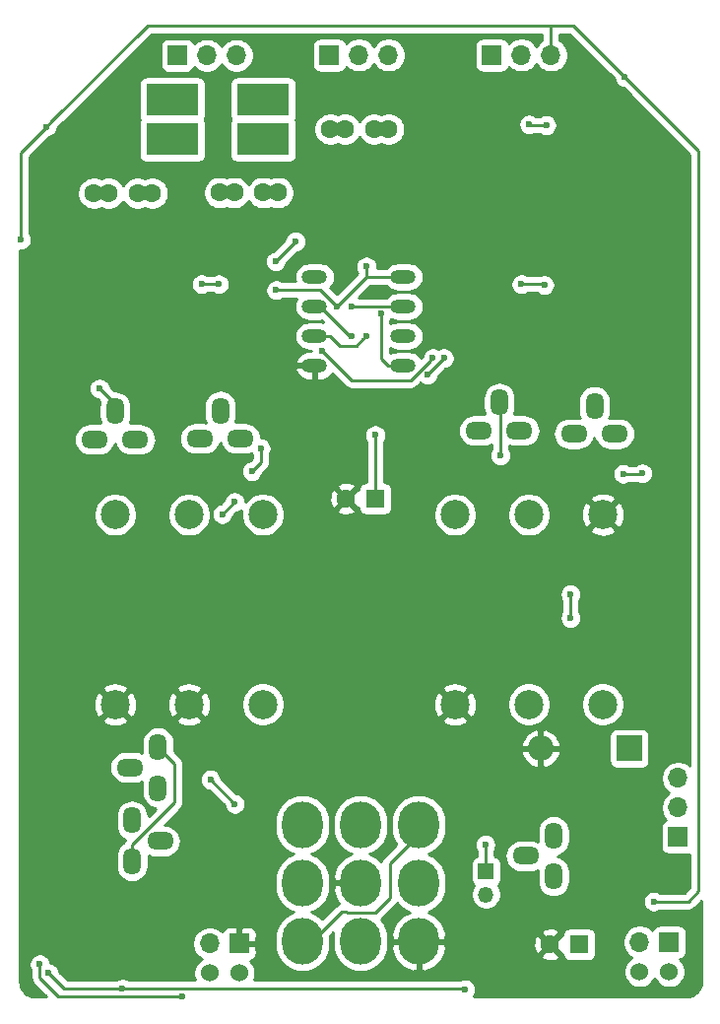
<source format=gbr>
G04 #@! TF.GenerationSoftware,KiCad,Pcbnew,5.1.5-52549c5~84~ubuntu18.04.1*
G04 #@! TF.CreationDate,2020-02-07T15:12:36+01:00*
G04 #@! TF.ProjectId,icescreamer,69636573-6372-4656-916d-65722e6b6963,rev?*
G04 #@! TF.SameCoordinates,Original*
G04 #@! TF.FileFunction,Copper,L2,Bot*
G04 #@! TF.FilePolarity,Positive*
%FSLAX46Y46*%
G04 Gerber Fmt 4.6, Leading zero omitted, Abs format (unit mm)*
G04 Created by KiCad (PCBNEW 5.1.5-52549c5~84~ubuntu18.04.1) date 2020-02-07 15:12:36*
%MOMM*%
%LPD*%
G04 APERTURE LIST*
%ADD10O,1.524000X2.300000*%
%ADD11O,2.300000X1.524000*%
%ADD12O,2.200000X1.200000*%
%ADD13O,3.500000X4.000000*%
%ADD14C,2.500000*%
%ADD15R,1.350000X1.350000*%
%ADD16O,1.350000X1.350000*%
%ADD17C,1.600000*%
%ADD18R,1.700000X1.700000*%
%ADD19O,1.700000X1.700000*%
%ADD20C,1.524000*%
%ADD21R,4.500000X2.700000*%
%ADD22R,1.600000X1.600000*%
%ADD23R,2.200000X2.200000*%
%ADD24O,2.200000X2.200000*%
%ADD25C,0.600000*%
%ADD26C,0.250000*%
%ADD27C,0.254000*%
G04 APERTURE END LIST*
D10*
X196080000Y-117878600D03*
X196080000Y-121378600D03*
D11*
X193675000Y-119608600D03*
D10*
X230090600Y-125473200D03*
X230090600Y-128973200D03*
D11*
X227685600Y-127203200D03*
D10*
X193860800Y-127663200D03*
X193860800Y-124163200D03*
D11*
X196265800Y-125933200D03*
X235333800Y-90949400D03*
X231833800Y-90949400D03*
D10*
X233603800Y-88544400D03*
D11*
X203177400Y-91355800D03*
X199677400Y-91355800D03*
D10*
X201447400Y-88950800D03*
D12*
X217170000Y-77470000D03*
X217170000Y-80010000D03*
X217170000Y-82550000D03*
X217170000Y-85090000D03*
X209550000Y-85090000D03*
X209550000Y-82550000D03*
X209550000Y-77470000D03*
X209550000Y-80010000D03*
D11*
X227155000Y-90670000D03*
X223655000Y-90670000D03*
D10*
X225425000Y-88265000D03*
D11*
X194135000Y-91432000D03*
X190635000Y-91432000D03*
D10*
X192405000Y-89027000D03*
D13*
X213500000Y-124540000D03*
X213500000Y-129540000D03*
X213500000Y-134540000D03*
X208500000Y-134540000D03*
X218500000Y-134540000D03*
X218500000Y-124540000D03*
X208500000Y-124540000D03*
X208500000Y-129540000D03*
X218500000Y-129540000D03*
D14*
X205105000Y-114195000D03*
X198755000Y-114195000D03*
X192405000Y-114195000D03*
X205105000Y-97895000D03*
X198755000Y-97895000D03*
X192405000Y-97895000D03*
X221615000Y-97895000D03*
X227965000Y-97895000D03*
X234315000Y-97895000D03*
X221615000Y-114195000D03*
X227965000Y-114195000D03*
X234315000Y-114195000D03*
D15*
X224282000Y-128524000D03*
D16*
X224282000Y-130524000D03*
D17*
X205125000Y-70231000D03*
X202625000Y-70231000D03*
X206375000Y-70231000D03*
X201375000Y-70231000D03*
D18*
X203073000Y-134747000D03*
D19*
X200533000Y-134747000D03*
D20*
X203073000Y-137287000D03*
X200533000Y-137287000D03*
D17*
X214650000Y-64770000D03*
X212150000Y-64770000D03*
X215900000Y-64770000D03*
X210900000Y-64770000D03*
D21*
X197315000Y-62230000D03*
X205115000Y-62230000D03*
D19*
X240792000Y-120523000D03*
X240792000Y-123063000D03*
D18*
X240792000Y-125603000D03*
D20*
X237490000Y-137160000D03*
X240030000Y-137160000D03*
D19*
X237490000Y-134620000D03*
D18*
X240030000Y-134620000D03*
D17*
X212257000Y-96520000D03*
D22*
X214757000Y-96520000D03*
X232283000Y-134810500D03*
D17*
X229783000Y-134810500D03*
D18*
X197751700Y-58432700D03*
D19*
X200291700Y-58432700D03*
X202831700Y-58432700D03*
X215900000Y-58420000D03*
X213360000Y-58420000D03*
D18*
X210820000Y-58420000D03*
X224790000Y-58420000D03*
D19*
X227330000Y-58420000D03*
X229870000Y-58420000D03*
D17*
X190580000Y-70294500D03*
X195580000Y-70294500D03*
X191830000Y-70294500D03*
X194330000Y-70294500D03*
D23*
X236601000Y-117983000D03*
D24*
X228981000Y-117983000D03*
D21*
X205115000Y-65659000D03*
X197315000Y-65659000D03*
D25*
X231546400Y-106781600D03*
X231546400Y-104724200D03*
X218694000Y-91186000D03*
X189103000Y-131064000D03*
X187315000Y-135255000D03*
X204851000Y-129794000D03*
X204851000Y-124714000D03*
X204851000Y-119634000D03*
X238315500Y-127698500D03*
X205359004Y-76835000D03*
X224155000Y-68008500D03*
X230060482Y-68008500D03*
X197485000Y-76962000D03*
X193421000Y-64579500D03*
X231076500Y-78105002D03*
X212471000Y-75501500D03*
X211836022Y-90678000D03*
X210870800Y-69596000D03*
X201295008Y-78105000D03*
X236220000Y-60325000D03*
X184277000Y-74295002D03*
X207899000Y-74422000D03*
X206187058Y-76133942D03*
X220662500Y-84455000D03*
X219265500Y-85852000D03*
X186499500Y-64579500D03*
X199834498Y-78105000D03*
X227330006Y-78105000D03*
X229298500Y-78168500D03*
X238696500Y-131127500D03*
X229463600Y-64439800D03*
X227990400Y-64363600D03*
X213994998Y-82537300D03*
X210185000Y-83820000D03*
X219709948Y-84455000D03*
X212725000Y-82550000D03*
X215265000Y-80645000D03*
X212725000Y-80010000D03*
X204914500Y-92202004D03*
X204152500Y-94170500D03*
X202691998Y-122745500D03*
X200583800Y-120650000D03*
X224231200Y-126237996D03*
X191058800Y-87058500D03*
X201612500Y-97853500D03*
X202666596Y-96799400D03*
X225517949Y-92802949D03*
X211455000Y-80010000D03*
X186690000Y-137287000D03*
X206248000Y-78613000D03*
X213995000Y-76581000D03*
X222504000Y-138684000D03*
X214756988Y-91059000D03*
X193040000Y-138622500D03*
X236067600Y-94373700D03*
X237705900Y-94335600D03*
X185928000Y-136524999D03*
X198165572Y-139255838D03*
D26*
X231546400Y-106781600D02*
X231546400Y-104724200D01*
X229870000Y-58420000D02*
X229870000Y-57217919D01*
X229870000Y-57217919D02*
X229870000Y-55880000D01*
X229870000Y-55880000D02*
X195199000Y-55880000D01*
X184277000Y-73870738D02*
X184277000Y-74295002D01*
X184277000Y-66802000D02*
X184277000Y-73870738D01*
X195199000Y-55880000D02*
X186944000Y-64135000D01*
X207899000Y-74422000D02*
X206187058Y-76133942D01*
X220662500Y-84455000D02*
X219265500Y-85852000D01*
X186944000Y-64135000D02*
X186499500Y-64579500D01*
X186499500Y-64579500D02*
X184277000Y-66802000D01*
X201295008Y-78105000D02*
X199834498Y-78105000D01*
X227330006Y-78105000D02*
X229235000Y-78105000D01*
X229235000Y-78105000D02*
X229298500Y-78168500D01*
X241681000Y-131127500D02*
X238696500Y-131127500D01*
X242570000Y-130238500D02*
X241681000Y-131127500D01*
X242570000Y-66675000D02*
X242570000Y-130238500D01*
X229870000Y-55880000D02*
X231775000Y-55880000D01*
X231775000Y-55880000D02*
X242570000Y-66675000D01*
X229463600Y-64439800D02*
X228066600Y-64439800D01*
X228066600Y-64439800D02*
X227990400Y-64363600D01*
X210900000Y-82550000D02*
X211750000Y-83400000D01*
X213132298Y-83400000D02*
X213694999Y-82837299D01*
X213694999Y-82837299D02*
X213994998Y-82537300D01*
X211750000Y-83400000D02*
X213132298Y-83400000D01*
X209550000Y-82550000D02*
X210900000Y-82550000D01*
X217804948Y-86360000D02*
X219409949Y-84754999D01*
X219409949Y-84754999D02*
X219709948Y-84455000D01*
X212725000Y-86360000D02*
X217804948Y-86360000D01*
X210185000Y-83820000D02*
X212725000Y-86360000D01*
X210050000Y-80010000D02*
X209550000Y-80010000D01*
X212590000Y-82550000D02*
X210050000Y-80010000D01*
X212725000Y-82550000D02*
X212590000Y-82550000D01*
X215265000Y-84535000D02*
X215820000Y-85090000D01*
X215820000Y-85090000D02*
X217170000Y-85090000D01*
X215265000Y-80645000D02*
X215265000Y-84535000D01*
X212725000Y-80010000D02*
X217170000Y-80010000D01*
X227155000Y-90670000D02*
X227185600Y-90670000D01*
X204914500Y-92202004D02*
X204914500Y-93408500D01*
X204914500Y-93408500D02*
X204152500Y-94170500D01*
X200596498Y-120650000D02*
X200583800Y-120650000D01*
X202691998Y-122745500D02*
X200596498Y-120650000D01*
X224231200Y-128219200D02*
X224231200Y-126662260D01*
X224282000Y-128270000D02*
X224231200Y-128219200D01*
X224231200Y-126662260D02*
X224231200Y-126237996D01*
X192405000Y-88404700D02*
X191058800Y-87058500D01*
X192405000Y-89027000D02*
X192405000Y-88404700D01*
X201612500Y-97853500D02*
X202666596Y-96799404D01*
X202666596Y-96799404D02*
X202666596Y-96799400D01*
X225298000Y-88011000D02*
X225517949Y-88230949D01*
X225517949Y-88230949D02*
X225517949Y-92378685D01*
X225517949Y-92378685D02*
X225517949Y-92802949D01*
X197485000Y-119283600D02*
X196080000Y-117878600D01*
X197485000Y-122639000D02*
X197485000Y-119283600D01*
X193860800Y-127663200D02*
X193860800Y-126263200D01*
X193860800Y-126263200D02*
X197485000Y-122639000D01*
X211861401Y-132029200D02*
X209350601Y-134540000D01*
X218500000Y-125365200D02*
X216001600Y-127863600D01*
X212318600Y-132029200D02*
X211861401Y-132029200D01*
X216001600Y-127863600D02*
X216001600Y-130835400D01*
X212344000Y-132054600D02*
X212318600Y-132029200D01*
X218500000Y-124540000D02*
X218500000Y-125365200D01*
X216001600Y-130835400D02*
X214782400Y-132054600D01*
X209350601Y-134540000D02*
X208500000Y-134540000D01*
X214782400Y-132054600D02*
X212344000Y-132054600D01*
X213995000Y-77470000D02*
X217170000Y-77470000D01*
X211455000Y-80010000D02*
X213995000Y-77470000D01*
X210058000Y-78613000D02*
X211455000Y-80010000D01*
X206248000Y-78613000D02*
X210058000Y-78613000D01*
X213995000Y-77470000D02*
X213995000Y-76581000D01*
X214757000Y-96520000D02*
X214757000Y-91059012D01*
X214757000Y-91059012D02*
X214756988Y-91059000D01*
X193025300Y-138607800D02*
X193040000Y-138622500D01*
X186690000Y-137287000D02*
X188010800Y-138607800D01*
X188010800Y-138607800D02*
X193025300Y-138607800D01*
X236067600Y-94373700D02*
X237667800Y-94373700D01*
X237667800Y-94373700D02*
X237705900Y-94335600D01*
X193054700Y-138607800D02*
X193040000Y-138622500D01*
X222504000Y-138684000D02*
X222427800Y-138607800D01*
X222427800Y-138607800D02*
X193054700Y-138607800D01*
X185928000Y-136524999D02*
X185928000Y-137668000D01*
X197741308Y-139255838D02*
X198165572Y-139255838D01*
X185928000Y-137668000D02*
X187515838Y-139255838D01*
X187515838Y-139255838D02*
X197741308Y-139255838D01*
D27*
G36*
X229110000Y-57141821D02*
G01*
X228923368Y-57266525D01*
X228716525Y-57473368D01*
X228600000Y-57647760D01*
X228483475Y-57473368D01*
X228276632Y-57266525D01*
X228033411Y-57104010D01*
X227763158Y-56992068D01*
X227476260Y-56935000D01*
X227183740Y-56935000D01*
X226896842Y-56992068D01*
X226626589Y-57104010D01*
X226383368Y-57266525D01*
X226251513Y-57398380D01*
X226229502Y-57325820D01*
X226170537Y-57215506D01*
X226091185Y-57118815D01*
X225994494Y-57039463D01*
X225884180Y-56980498D01*
X225764482Y-56944188D01*
X225640000Y-56931928D01*
X223940000Y-56931928D01*
X223815518Y-56944188D01*
X223695820Y-56980498D01*
X223585506Y-57039463D01*
X223488815Y-57118815D01*
X223409463Y-57215506D01*
X223350498Y-57325820D01*
X223314188Y-57445518D01*
X223301928Y-57570000D01*
X223301928Y-59270000D01*
X223314188Y-59394482D01*
X223350498Y-59514180D01*
X223409463Y-59624494D01*
X223488815Y-59721185D01*
X223585506Y-59800537D01*
X223695820Y-59859502D01*
X223815518Y-59895812D01*
X223940000Y-59908072D01*
X225640000Y-59908072D01*
X225764482Y-59895812D01*
X225884180Y-59859502D01*
X225994494Y-59800537D01*
X226091185Y-59721185D01*
X226170537Y-59624494D01*
X226229502Y-59514180D01*
X226251513Y-59441620D01*
X226383368Y-59573475D01*
X226626589Y-59735990D01*
X226896842Y-59847932D01*
X227183740Y-59905000D01*
X227476260Y-59905000D01*
X227763158Y-59847932D01*
X228033411Y-59735990D01*
X228276632Y-59573475D01*
X228483475Y-59366632D01*
X228600000Y-59192240D01*
X228716525Y-59366632D01*
X228923368Y-59573475D01*
X229166589Y-59735990D01*
X229436842Y-59847932D01*
X229723740Y-59905000D01*
X230016260Y-59905000D01*
X230303158Y-59847932D01*
X230573411Y-59735990D01*
X230816632Y-59573475D01*
X231023475Y-59366632D01*
X231185990Y-59123411D01*
X231297932Y-58853158D01*
X231355000Y-58566260D01*
X231355000Y-58273740D01*
X231297932Y-57986842D01*
X231185990Y-57716589D01*
X231023475Y-57473368D01*
X230816632Y-57266525D01*
X230630000Y-57141822D01*
X230630000Y-56640000D01*
X231460199Y-56640000D01*
X235296847Y-60476649D01*
X235320932Y-60597729D01*
X235391414Y-60767889D01*
X235493738Y-60921028D01*
X235623972Y-61051262D01*
X235777111Y-61153586D01*
X235947271Y-61224068D01*
X236068351Y-61248153D01*
X241810000Y-66989803D01*
X241810001Y-119440894D01*
X241738632Y-119369525D01*
X241495411Y-119207010D01*
X241225158Y-119095068D01*
X240938260Y-119038000D01*
X240645740Y-119038000D01*
X240358842Y-119095068D01*
X240088589Y-119207010D01*
X239845368Y-119369525D01*
X239638525Y-119576368D01*
X239476010Y-119819589D01*
X239364068Y-120089842D01*
X239307000Y-120376740D01*
X239307000Y-120669260D01*
X239364068Y-120956158D01*
X239476010Y-121226411D01*
X239638525Y-121469632D01*
X239845368Y-121676475D01*
X240019760Y-121793000D01*
X239845368Y-121909525D01*
X239638525Y-122116368D01*
X239476010Y-122359589D01*
X239364068Y-122629842D01*
X239307000Y-122916740D01*
X239307000Y-123209260D01*
X239364068Y-123496158D01*
X239476010Y-123766411D01*
X239638525Y-124009632D01*
X239770380Y-124141487D01*
X239697820Y-124163498D01*
X239587506Y-124222463D01*
X239490815Y-124301815D01*
X239411463Y-124398506D01*
X239352498Y-124508820D01*
X239316188Y-124628518D01*
X239303928Y-124753000D01*
X239303928Y-126453000D01*
X239316188Y-126577482D01*
X239352498Y-126697180D01*
X239411463Y-126807494D01*
X239490815Y-126904185D01*
X239587506Y-126983537D01*
X239697820Y-127042502D01*
X239817518Y-127078812D01*
X239942000Y-127091072D01*
X241642000Y-127091072D01*
X241766482Y-127078812D01*
X241810001Y-127065611D01*
X241810001Y-129923697D01*
X241366199Y-130367500D01*
X239242035Y-130367500D01*
X239139389Y-130298914D01*
X238969229Y-130228432D01*
X238788589Y-130192500D01*
X238604411Y-130192500D01*
X238423771Y-130228432D01*
X238253611Y-130298914D01*
X238100472Y-130401238D01*
X237970238Y-130531472D01*
X237867914Y-130684611D01*
X237797432Y-130854771D01*
X237761500Y-131035411D01*
X237761500Y-131219589D01*
X237797432Y-131400229D01*
X237867914Y-131570389D01*
X237970238Y-131723528D01*
X238100472Y-131853762D01*
X238253611Y-131956086D01*
X238423771Y-132026568D01*
X238604411Y-132062500D01*
X238788589Y-132062500D01*
X238969229Y-132026568D01*
X239139389Y-131956086D01*
X239242035Y-131887500D01*
X241643678Y-131887500D01*
X241681000Y-131891176D01*
X241718322Y-131887500D01*
X241718333Y-131887500D01*
X241829986Y-131876503D01*
X241973247Y-131833046D01*
X242105276Y-131762474D01*
X242221001Y-131667501D01*
X242244803Y-131638498D01*
X242790001Y-131093301D01*
X242790001Y-137965269D01*
X242762093Y-138249899D01*
X242689517Y-138490282D01*
X242571633Y-138711989D01*
X242412929Y-138906580D01*
X242219455Y-139066635D01*
X241998576Y-139186064D01*
X241758701Y-139260317D01*
X241476291Y-139290000D01*
X223220290Y-139290000D01*
X223230262Y-139280028D01*
X223332586Y-139126889D01*
X223403068Y-138956729D01*
X223439000Y-138776089D01*
X223439000Y-138591911D01*
X223403068Y-138411271D01*
X223332586Y-138241111D01*
X223230262Y-138087972D01*
X223100028Y-137957738D01*
X222946889Y-137855414D01*
X222776729Y-137784932D01*
X222596089Y-137749000D01*
X222411911Y-137749000D01*
X222231271Y-137784932D01*
X222079493Y-137847800D01*
X204352811Y-137847800D01*
X204416314Y-137694490D01*
X204470000Y-137424592D01*
X204470000Y-137149408D01*
X204416314Y-136879510D01*
X204311005Y-136625273D01*
X204158120Y-136396465D01*
X203990117Y-136228462D01*
X204047482Y-136222812D01*
X204167180Y-136186502D01*
X204277494Y-136127537D01*
X204374185Y-136048185D01*
X204453537Y-135951494D01*
X204512502Y-135841180D01*
X204548812Y-135721482D01*
X204561072Y-135597000D01*
X204558000Y-135032750D01*
X204399250Y-134874000D01*
X203200000Y-134874000D01*
X203200000Y-134894000D01*
X202946000Y-134894000D01*
X202946000Y-134874000D01*
X202926000Y-134874000D01*
X202926000Y-134620000D01*
X202946000Y-134620000D01*
X202946000Y-133420750D01*
X203200000Y-133420750D01*
X203200000Y-134620000D01*
X204399250Y-134620000D01*
X204558000Y-134461250D01*
X204561072Y-133897000D01*
X204548812Y-133772518D01*
X204512502Y-133652820D01*
X204453537Y-133542506D01*
X204374185Y-133445815D01*
X204277494Y-133366463D01*
X204167180Y-133307498D01*
X204047482Y-133271188D01*
X203923000Y-133258928D01*
X203358750Y-133262000D01*
X203200000Y-133420750D01*
X202946000Y-133420750D01*
X202787250Y-133262000D01*
X202223000Y-133258928D01*
X202098518Y-133271188D01*
X201978820Y-133307498D01*
X201868506Y-133366463D01*
X201771815Y-133445815D01*
X201692463Y-133542506D01*
X201633498Y-133652820D01*
X201611487Y-133725380D01*
X201479632Y-133593525D01*
X201236411Y-133431010D01*
X200966158Y-133319068D01*
X200679260Y-133262000D01*
X200386740Y-133262000D01*
X200099842Y-133319068D01*
X199829589Y-133431010D01*
X199586368Y-133593525D01*
X199379525Y-133800368D01*
X199217010Y-134043589D01*
X199105068Y-134313842D01*
X199048000Y-134600740D01*
X199048000Y-134893260D01*
X199105068Y-135180158D01*
X199217010Y-135450411D01*
X199379525Y-135693632D01*
X199586368Y-135900475D01*
X199829589Y-136062990D01*
X199842392Y-136068293D01*
X199642465Y-136201880D01*
X199447880Y-136396465D01*
X199294995Y-136625273D01*
X199189686Y-136879510D01*
X199136000Y-137149408D01*
X199136000Y-137424592D01*
X199189686Y-137694490D01*
X199253189Y-137847800D01*
X193563535Y-137847800D01*
X193482889Y-137793914D01*
X193312729Y-137723432D01*
X193132089Y-137687500D01*
X192947911Y-137687500D01*
X192767271Y-137723432D01*
X192597111Y-137793914D01*
X192516465Y-137847800D01*
X188325602Y-137847800D01*
X187613153Y-137135351D01*
X187589068Y-137014271D01*
X187518586Y-136844111D01*
X187416262Y-136690972D01*
X187286028Y-136560738D01*
X187132889Y-136458414D01*
X186962729Y-136387932D01*
X186849576Y-136365424D01*
X186827068Y-136252270D01*
X186756586Y-136082110D01*
X186654262Y-135928971D01*
X186524028Y-135798737D01*
X186370889Y-135696413D01*
X186200729Y-135625931D01*
X186020089Y-135589999D01*
X185835911Y-135589999D01*
X185655271Y-135625931D01*
X185485111Y-135696413D01*
X185331972Y-135798737D01*
X185201738Y-135928971D01*
X185099414Y-136082110D01*
X185028932Y-136252270D01*
X184993000Y-136432910D01*
X184993000Y-136617088D01*
X185028932Y-136797728D01*
X185099414Y-136967888D01*
X185168000Y-137070535D01*
X185168001Y-137630668D01*
X185164324Y-137668000D01*
X185178998Y-137816985D01*
X185222454Y-137960246D01*
X185293026Y-138092276D01*
X185347902Y-138159142D01*
X185388000Y-138208001D01*
X185416998Y-138231799D01*
X186475198Y-139290000D01*
X185534721Y-139290000D01*
X185250101Y-139262093D01*
X185009718Y-139189517D01*
X184788011Y-139071633D01*
X184593420Y-138912929D01*
X184433365Y-138719455D01*
X184313936Y-138498576D01*
X184239683Y-138258701D01*
X184210000Y-137976291D01*
X184210000Y-119608600D01*
X191883241Y-119608600D01*
X191910214Y-119882460D01*
X191990096Y-120145795D01*
X192119817Y-120388487D01*
X192294392Y-120601208D01*
X192507113Y-120775783D01*
X192749805Y-120905504D01*
X193013140Y-120985386D01*
X193218375Y-121005600D01*
X194131625Y-121005600D01*
X194336860Y-120985386D01*
X194600195Y-120905504D01*
X194689314Y-120857869D01*
X194683000Y-120921976D01*
X194683000Y-121835225D01*
X194703214Y-122040460D01*
X194783096Y-122303795D01*
X194912817Y-122546487D01*
X195087393Y-122759208D01*
X195300114Y-122933783D01*
X195542806Y-123063504D01*
X195806141Y-123143386D01*
X195896876Y-123152323D01*
X195257800Y-123791398D01*
X195257800Y-123706576D01*
X195237586Y-123501340D01*
X195157704Y-123238005D01*
X195027983Y-122995313D01*
X194853408Y-122782592D01*
X194640687Y-122608017D01*
X194397995Y-122478296D01*
X194134660Y-122398414D01*
X193860800Y-122371441D01*
X193586941Y-122398414D01*
X193323606Y-122478296D01*
X193080914Y-122608017D01*
X192868193Y-122782592D01*
X192693617Y-122995313D01*
X192563896Y-123238005D01*
X192484014Y-123501340D01*
X192463800Y-123706575D01*
X192463800Y-124619824D01*
X192484014Y-124825059D01*
X192563896Y-125088394D01*
X192693617Y-125331086D01*
X192868192Y-125543807D01*
X193080913Y-125718383D01*
X193250403Y-125808977D01*
X193225826Y-125838924D01*
X193155254Y-125970954D01*
X193146391Y-126000174D01*
X193120018Y-126087116D01*
X193080914Y-126108017D01*
X192868193Y-126282592D01*
X192693617Y-126495313D01*
X192563896Y-126738005D01*
X192484014Y-127001340D01*
X192463800Y-127206575D01*
X192463800Y-128119824D01*
X192484014Y-128325059D01*
X192563896Y-128588394D01*
X192693617Y-128831086D01*
X192868192Y-129043807D01*
X193080913Y-129218383D01*
X193323605Y-129348104D01*
X193586940Y-129427986D01*
X193860800Y-129454959D01*
X194134659Y-129427986D01*
X194397994Y-129348104D01*
X194640686Y-129218383D01*
X194853407Y-129043808D01*
X195027983Y-128831087D01*
X195157704Y-128588395D01*
X195237586Y-128325060D01*
X195257800Y-128119825D01*
X195257800Y-127206576D01*
X195255645Y-127184692D01*
X195340605Y-127230104D01*
X195603940Y-127309986D01*
X195809175Y-127330200D01*
X196722425Y-127330200D01*
X196927660Y-127309986D01*
X197190995Y-127230104D01*
X197433687Y-127100383D01*
X197646408Y-126925808D01*
X197820983Y-126713087D01*
X197950704Y-126470395D01*
X198030586Y-126207060D01*
X198057559Y-125933200D01*
X198030586Y-125659340D01*
X197950704Y-125396005D01*
X197820983Y-125153313D01*
X197646408Y-124940592D01*
X197433687Y-124766017D01*
X197190995Y-124636296D01*
X196927660Y-124556414D01*
X196722425Y-124536200D01*
X196662602Y-124536200D01*
X197025958Y-124172844D01*
X206115000Y-124172844D01*
X206115000Y-124907157D01*
X206149510Y-125257542D01*
X206285887Y-125707116D01*
X206507351Y-126121446D01*
X206805392Y-126484609D01*
X207168555Y-126782649D01*
X207582885Y-127004113D01*
X207701188Y-127040000D01*
X207582884Y-127075887D01*
X207168554Y-127297351D01*
X206805391Y-127595391D01*
X206507351Y-127958555D01*
X206285887Y-128372885D01*
X206149510Y-128822459D01*
X206115000Y-129172844D01*
X206115000Y-129907157D01*
X206149510Y-130257542D01*
X206285887Y-130707116D01*
X206507351Y-131121446D01*
X206805392Y-131484609D01*
X207168555Y-131782649D01*
X207582885Y-132004113D01*
X207701188Y-132040000D01*
X207582884Y-132075887D01*
X207168554Y-132297351D01*
X206805391Y-132595391D01*
X206507351Y-132958555D01*
X206285887Y-133372885D01*
X206149510Y-133822459D01*
X206115000Y-134172844D01*
X206115000Y-134907157D01*
X206149510Y-135257542D01*
X206285887Y-135707116D01*
X206507351Y-136121446D01*
X206805392Y-136484609D01*
X207168555Y-136782649D01*
X207582885Y-137004113D01*
X208032459Y-137140490D01*
X208500000Y-137186539D01*
X208967542Y-137140490D01*
X209417116Y-137004113D01*
X209831446Y-136782649D01*
X210194609Y-136484609D01*
X210492649Y-136121445D01*
X210714113Y-135707115D01*
X210850490Y-135257541D01*
X210885000Y-134907156D01*
X210885000Y-134172843D01*
X210876712Y-134088691D01*
X211152369Y-133813034D01*
X211149510Y-133822459D01*
X211115000Y-134172844D01*
X211115000Y-134907157D01*
X211149510Y-135257542D01*
X211285887Y-135707116D01*
X211507351Y-136121446D01*
X211805392Y-136484609D01*
X212168555Y-136782649D01*
X212582885Y-137004113D01*
X213032459Y-137140490D01*
X213500000Y-137186539D01*
X213967542Y-137140490D01*
X214417116Y-137004113D01*
X214831446Y-136782649D01*
X215194609Y-136484609D01*
X215492649Y-136121445D01*
X215714113Y-135707115D01*
X215850490Y-135257541D01*
X215871706Y-135042122D01*
X216121892Y-135042122D01*
X216216773Y-135501223D01*
X216399397Y-135932993D01*
X216662746Y-136320838D01*
X216996700Y-136649854D01*
X217388425Y-136907397D01*
X217822867Y-137083569D01*
X218001997Y-137122427D01*
X218373000Y-137012625D01*
X218373000Y-134667000D01*
X218627000Y-134667000D01*
X218627000Y-137012625D01*
X218998003Y-137122427D01*
X219177133Y-137083569D01*
X219611575Y-136907397D01*
X220003300Y-136649854D01*
X220337254Y-136320838D01*
X220600603Y-135932993D01*
X220655500Y-135803202D01*
X228969903Y-135803202D01*
X229041486Y-136047171D01*
X229296996Y-136168071D01*
X229571184Y-136236800D01*
X229853512Y-136250717D01*
X230133130Y-136209287D01*
X230399292Y-136114103D01*
X230524514Y-136047171D01*
X230596097Y-135803202D01*
X229783000Y-134990105D01*
X228969903Y-135803202D01*
X220655500Y-135803202D01*
X220783227Y-135501223D01*
X220878108Y-135042122D01*
X220814292Y-134881012D01*
X228342783Y-134881012D01*
X228384213Y-135160630D01*
X228479397Y-135426792D01*
X228546329Y-135552014D01*
X228790298Y-135623597D01*
X229603395Y-134810500D01*
X229962605Y-134810500D01*
X230775702Y-135623597D01*
X230844928Y-135603285D01*
X230844928Y-135610500D01*
X230857188Y-135734982D01*
X230893498Y-135854680D01*
X230952463Y-135964994D01*
X231031815Y-136061685D01*
X231128506Y-136141037D01*
X231238820Y-136200002D01*
X231358518Y-136236312D01*
X231483000Y-136248572D01*
X233083000Y-136248572D01*
X233207482Y-136236312D01*
X233327180Y-136200002D01*
X233437494Y-136141037D01*
X233534185Y-136061685D01*
X233613537Y-135964994D01*
X233672502Y-135854680D01*
X233708812Y-135734982D01*
X233721072Y-135610500D01*
X233721072Y-134473740D01*
X236005000Y-134473740D01*
X236005000Y-134766260D01*
X236062068Y-135053158D01*
X236174010Y-135323411D01*
X236336525Y-135566632D01*
X236543368Y-135773475D01*
X236786589Y-135935990D01*
X236799392Y-135941293D01*
X236599465Y-136074880D01*
X236404880Y-136269465D01*
X236251995Y-136498273D01*
X236146686Y-136752510D01*
X236093000Y-137022408D01*
X236093000Y-137297592D01*
X236146686Y-137567490D01*
X236251995Y-137821727D01*
X236404880Y-138050535D01*
X236599465Y-138245120D01*
X236828273Y-138398005D01*
X237082510Y-138503314D01*
X237352408Y-138557000D01*
X237627592Y-138557000D01*
X237897490Y-138503314D01*
X238151727Y-138398005D01*
X238380535Y-138245120D01*
X238575120Y-138050535D01*
X238728005Y-137821727D01*
X238760000Y-137744485D01*
X238791995Y-137821727D01*
X238944880Y-138050535D01*
X239139465Y-138245120D01*
X239368273Y-138398005D01*
X239622510Y-138503314D01*
X239892408Y-138557000D01*
X240167592Y-138557000D01*
X240437490Y-138503314D01*
X240691727Y-138398005D01*
X240920535Y-138245120D01*
X241115120Y-138050535D01*
X241268005Y-137821727D01*
X241373314Y-137567490D01*
X241427000Y-137297592D01*
X241427000Y-137022408D01*
X241373314Y-136752510D01*
X241268005Y-136498273D01*
X241115120Y-136269465D01*
X240947117Y-136101462D01*
X241004482Y-136095812D01*
X241124180Y-136059502D01*
X241234494Y-136000537D01*
X241331185Y-135921185D01*
X241410537Y-135824494D01*
X241469502Y-135714180D01*
X241505812Y-135594482D01*
X241518072Y-135470000D01*
X241518072Y-133770000D01*
X241505812Y-133645518D01*
X241469502Y-133525820D01*
X241410537Y-133415506D01*
X241331185Y-133318815D01*
X241234494Y-133239463D01*
X241124180Y-133180498D01*
X241004482Y-133144188D01*
X240880000Y-133131928D01*
X239180000Y-133131928D01*
X239055518Y-133144188D01*
X238935820Y-133180498D01*
X238825506Y-133239463D01*
X238728815Y-133318815D01*
X238649463Y-133415506D01*
X238590498Y-133525820D01*
X238568487Y-133598380D01*
X238436632Y-133466525D01*
X238193411Y-133304010D01*
X237923158Y-133192068D01*
X237636260Y-133135000D01*
X237343740Y-133135000D01*
X237056842Y-133192068D01*
X236786589Y-133304010D01*
X236543368Y-133466525D01*
X236336525Y-133673368D01*
X236174010Y-133916589D01*
X236062068Y-134186842D01*
X236005000Y-134473740D01*
X233721072Y-134473740D01*
X233721072Y-134010500D01*
X233708812Y-133886018D01*
X233672502Y-133766320D01*
X233613537Y-133656006D01*
X233534185Y-133559315D01*
X233437494Y-133479963D01*
X233327180Y-133420998D01*
X233207482Y-133384688D01*
X233083000Y-133372428D01*
X231483000Y-133372428D01*
X231358518Y-133384688D01*
X231238820Y-133420998D01*
X231128506Y-133479963D01*
X231031815Y-133559315D01*
X230952463Y-133656006D01*
X230893498Y-133766320D01*
X230857188Y-133886018D01*
X230844928Y-134010500D01*
X230844928Y-134017715D01*
X230775702Y-133997403D01*
X229962605Y-134810500D01*
X229603395Y-134810500D01*
X228790298Y-133997403D01*
X228546329Y-134068986D01*
X228425429Y-134324496D01*
X228356700Y-134598684D01*
X228342783Y-134881012D01*
X220814292Y-134881012D01*
X220729520Y-134667000D01*
X218627000Y-134667000D01*
X218373000Y-134667000D01*
X216270480Y-134667000D01*
X216121892Y-135042122D01*
X215871706Y-135042122D01*
X215885000Y-134907156D01*
X215885000Y-134172843D01*
X215850490Y-133822458D01*
X215714113Y-133372884D01*
X215492649Y-132958554D01*
X215245652Y-132657587D01*
X215322401Y-132594601D01*
X215346204Y-132565597D01*
X216512603Y-131399199D01*
X216541601Y-131375401D01*
X216628684Y-131269290D01*
X216805392Y-131484609D01*
X217168555Y-131782649D01*
X217582885Y-132004113D01*
X217709333Y-132042471D01*
X217388425Y-132172603D01*
X216996700Y-132430146D01*
X216662746Y-132759162D01*
X216399397Y-133147007D01*
X216216773Y-133578777D01*
X216121892Y-134037878D01*
X216270480Y-134413000D01*
X218373000Y-134413000D01*
X218373000Y-134393000D01*
X218627000Y-134393000D01*
X218627000Y-134413000D01*
X220729520Y-134413000D01*
X220878108Y-134037878D01*
X220832625Y-133817798D01*
X228969903Y-133817798D01*
X229783000Y-134630895D01*
X230596097Y-133817798D01*
X230524514Y-133573829D01*
X230269004Y-133452929D01*
X229994816Y-133384200D01*
X229712488Y-133370283D01*
X229432870Y-133411713D01*
X229166708Y-133506897D01*
X229041486Y-133573829D01*
X228969903Y-133817798D01*
X220832625Y-133817798D01*
X220783227Y-133578777D01*
X220600603Y-133147007D01*
X220337254Y-132759162D01*
X220003300Y-132430146D01*
X219611575Y-132172603D01*
X219290668Y-132042471D01*
X219417116Y-132004113D01*
X219831446Y-131782649D01*
X220194609Y-131484609D01*
X220492649Y-131121445D01*
X220714113Y-130707115D01*
X220850490Y-130257541D01*
X220885000Y-129907156D01*
X220885000Y-129172843D01*
X220850490Y-128822458D01*
X220714113Y-128372884D01*
X220492649Y-127958554D01*
X220402741Y-127849000D01*
X222968928Y-127849000D01*
X222968928Y-129199000D01*
X222981188Y-129323482D01*
X223017498Y-129443180D01*
X223076463Y-129553494D01*
X223155815Y-129650185D01*
X223242697Y-129721487D01*
X223121093Y-129903482D01*
X223022342Y-130141887D01*
X222972000Y-130394976D01*
X222972000Y-130653024D01*
X223022342Y-130906113D01*
X223121093Y-131144518D01*
X223264456Y-131359077D01*
X223446923Y-131541544D01*
X223661482Y-131684907D01*
X223899887Y-131783658D01*
X224152976Y-131834000D01*
X224411024Y-131834000D01*
X224664113Y-131783658D01*
X224902518Y-131684907D01*
X225117077Y-131541544D01*
X225299544Y-131359077D01*
X225442907Y-131144518D01*
X225541658Y-130906113D01*
X225592000Y-130653024D01*
X225592000Y-130394976D01*
X225541658Y-130141887D01*
X225442907Y-129903482D01*
X225321303Y-129721487D01*
X225408185Y-129650185D01*
X225487537Y-129553494D01*
X225546502Y-129443180D01*
X225582812Y-129323482D01*
X225595072Y-129199000D01*
X225595072Y-127849000D01*
X225582812Y-127724518D01*
X225546502Y-127604820D01*
X225487537Y-127494506D01*
X225408185Y-127397815D01*
X225311494Y-127318463D01*
X225201180Y-127259498D01*
X225081482Y-127223188D01*
X224991200Y-127214296D01*
X224991200Y-127203200D01*
X225893841Y-127203200D01*
X225920814Y-127477060D01*
X226000696Y-127740395D01*
X226130417Y-127983087D01*
X226304992Y-128195808D01*
X226517713Y-128370383D01*
X226760405Y-128500104D01*
X227023740Y-128579986D01*
X227228975Y-128600200D01*
X228142225Y-128600200D01*
X228347460Y-128579986D01*
X228610795Y-128500104D01*
X228699914Y-128452469D01*
X228693600Y-128516576D01*
X228693600Y-129429825D01*
X228713814Y-129635060D01*
X228793696Y-129898395D01*
X228923417Y-130141087D01*
X229097993Y-130353808D01*
X229310714Y-130528383D01*
X229553406Y-130658104D01*
X229816741Y-130737986D01*
X230090600Y-130764959D01*
X230364460Y-130737986D01*
X230627795Y-130658104D01*
X230870487Y-130528383D01*
X231083208Y-130353808D01*
X231257783Y-130141087D01*
X231387504Y-129898395D01*
X231467386Y-129635060D01*
X231487600Y-129429824D01*
X231487600Y-128516575D01*
X231467386Y-128311340D01*
X231387504Y-128048005D01*
X231257783Y-127805313D01*
X231083207Y-127592592D01*
X230870486Y-127418017D01*
X230627794Y-127288296D01*
X230413202Y-127223200D01*
X230627795Y-127158104D01*
X230870487Y-127028383D01*
X231083208Y-126853808D01*
X231257783Y-126641087D01*
X231387504Y-126398395D01*
X231467386Y-126135060D01*
X231487600Y-125929824D01*
X231487600Y-125016575D01*
X231467386Y-124811340D01*
X231387504Y-124548005D01*
X231257783Y-124305313D01*
X231083207Y-124092592D01*
X230870486Y-123918017D01*
X230627794Y-123788296D01*
X230364459Y-123708414D01*
X230090600Y-123681441D01*
X229816740Y-123708414D01*
X229553405Y-123788296D01*
X229310713Y-123918017D01*
X229097992Y-124092593D01*
X228923417Y-124305314D01*
X228793696Y-124548006D01*
X228713814Y-124811341D01*
X228693600Y-125016576D01*
X228693600Y-125929825D01*
X228695755Y-125951708D01*
X228610795Y-125906296D01*
X228347460Y-125826414D01*
X228142225Y-125806200D01*
X227228975Y-125806200D01*
X227023740Y-125826414D01*
X226760405Y-125906296D01*
X226517713Y-126036017D01*
X226304992Y-126210592D01*
X226130417Y-126423313D01*
X226000696Y-126666005D01*
X225920814Y-126929340D01*
X225893841Y-127203200D01*
X224991200Y-127203200D01*
X224991200Y-126783531D01*
X225059786Y-126680885D01*
X225130268Y-126510725D01*
X225166200Y-126330085D01*
X225166200Y-126145907D01*
X225130268Y-125965267D01*
X225059786Y-125795107D01*
X224957462Y-125641968D01*
X224827228Y-125511734D01*
X224674089Y-125409410D01*
X224503929Y-125338928D01*
X224323289Y-125302996D01*
X224139111Y-125302996D01*
X223958471Y-125338928D01*
X223788311Y-125409410D01*
X223635172Y-125511734D01*
X223504938Y-125641968D01*
X223402614Y-125795107D01*
X223332132Y-125965267D01*
X223296200Y-126145907D01*
X223296200Y-126330085D01*
X223332132Y-126510725D01*
X223402614Y-126680885D01*
X223471201Y-126783533D01*
X223471201Y-127226621D01*
X223362820Y-127259498D01*
X223252506Y-127318463D01*
X223155815Y-127397815D01*
X223076463Y-127494506D01*
X223017498Y-127604820D01*
X222981188Y-127724518D01*
X222968928Y-127849000D01*
X220402741Y-127849000D01*
X220194609Y-127595391D01*
X219831445Y-127297351D01*
X219417115Y-127075887D01*
X219298812Y-127040000D01*
X219417116Y-127004113D01*
X219831446Y-126782649D01*
X220194609Y-126484609D01*
X220492649Y-126121445D01*
X220714113Y-125707115D01*
X220850490Y-125257541D01*
X220885000Y-124907156D01*
X220885000Y-124172843D01*
X220850490Y-123822458D01*
X220714113Y-123372884D01*
X220492649Y-122958554D01*
X220194609Y-122595391D01*
X219831445Y-122297351D01*
X219417115Y-122075887D01*
X218967541Y-121939510D01*
X218500000Y-121893461D01*
X218032458Y-121939510D01*
X217582884Y-122075887D01*
X217168554Y-122297351D01*
X216805391Y-122595391D01*
X216507351Y-122958555D01*
X216285887Y-123372885D01*
X216149510Y-123822459D01*
X216115000Y-124172844D01*
X216115000Y-124907157D01*
X216149510Y-125257542D01*
X216285887Y-125707116D01*
X216507351Y-126121446D01*
X216580194Y-126210205D01*
X215490603Y-127299796D01*
X215461599Y-127323599D01*
X215425320Y-127367806D01*
X215366626Y-127439324D01*
X215326896Y-127513654D01*
X215296054Y-127571354D01*
X215261672Y-127684698D01*
X215003300Y-127430146D01*
X214611575Y-127172603D01*
X214290668Y-127042471D01*
X214417116Y-127004113D01*
X214831446Y-126782649D01*
X215194609Y-126484609D01*
X215492649Y-126121445D01*
X215714113Y-125707115D01*
X215850490Y-125257541D01*
X215885000Y-124907156D01*
X215885000Y-124172843D01*
X215850490Y-123822458D01*
X215714113Y-123372884D01*
X215492649Y-122958554D01*
X215194609Y-122595391D01*
X214831445Y-122297351D01*
X214417115Y-122075887D01*
X213967541Y-121939510D01*
X213500000Y-121893461D01*
X213032458Y-121939510D01*
X212582884Y-122075887D01*
X212168554Y-122297351D01*
X211805391Y-122595391D01*
X211507351Y-122958555D01*
X211285887Y-123372885D01*
X211149510Y-123822459D01*
X211115000Y-124172844D01*
X211115000Y-124907157D01*
X211149510Y-125257542D01*
X211285887Y-125707116D01*
X211507351Y-126121446D01*
X211805392Y-126484609D01*
X212168555Y-126782649D01*
X212582885Y-127004113D01*
X212709333Y-127042471D01*
X212388425Y-127172603D01*
X211996700Y-127430146D01*
X211662746Y-127759162D01*
X211399397Y-128147007D01*
X211216773Y-128578777D01*
X211121892Y-129037878D01*
X211270480Y-129413000D01*
X213373000Y-129413000D01*
X213373000Y-129393000D01*
X213627000Y-129393000D01*
X213627000Y-129413000D01*
X213647000Y-129413000D01*
X213647000Y-129667000D01*
X213627000Y-129667000D01*
X213627000Y-129687000D01*
X213373000Y-129687000D01*
X213373000Y-129667000D01*
X211270480Y-129667000D01*
X211121892Y-130042122D01*
X211216773Y-130501223D01*
X211399397Y-130932993D01*
X211648347Y-131299632D01*
X211569154Y-131323654D01*
X211437125Y-131394226D01*
X211437123Y-131394227D01*
X211437124Y-131394227D01*
X211350397Y-131465401D01*
X211350393Y-131465405D01*
X211321400Y-131489199D01*
X211297606Y-131518192D01*
X210206238Y-132609561D01*
X210194609Y-132595391D01*
X209831445Y-132297351D01*
X209417115Y-132075887D01*
X209298812Y-132040000D01*
X209417116Y-132004113D01*
X209831446Y-131782649D01*
X210194609Y-131484609D01*
X210492649Y-131121445D01*
X210714113Y-130707115D01*
X210850490Y-130257541D01*
X210885000Y-129907156D01*
X210885000Y-129172843D01*
X210850490Y-128822458D01*
X210714113Y-128372884D01*
X210492649Y-127958554D01*
X210194609Y-127595391D01*
X209831445Y-127297351D01*
X209417115Y-127075887D01*
X209298812Y-127040000D01*
X209417116Y-127004113D01*
X209831446Y-126782649D01*
X210194609Y-126484609D01*
X210492649Y-126121445D01*
X210714113Y-125707115D01*
X210850490Y-125257541D01*
X210885000Y-124907156D01*
X210885000Y-124172843D01*
X210850490Y-123822458D01*
X210714113Y-123372884D01*
X210492649Y-122958554D01*
X210194609Y-122595391D01*
X209831445Y-122297351D01*
X209417115Y-122075887D01*
X208967541Y-121939510D01*
X208500000Y-121893461D01*
X208032458Y-121939510D01*
X207582884Y-122075887D01*
X207168554Y-122297351D01*
X206805391Y-122595391D01*
X206507351Y-122958555D01*
X206285887Y-123372885D01*
X206149510Y-123822459D01*
X206115000Y-124172844D01*
X197025958Y-124172844D01*
X197996004Y-123202798D01*
X198025001Y-123179001D01*
X198119974Y-123063276D01*
X198190546Y-122931247D01*
X198234003Y-122787986D01*
X198245000Y-122676333D01*
X198245000Y-122676325D01*
X198248676Y-122639000D01*
X198245000Y-122601675D01*
X198245000Y-120557911D01*
X199648800Y-120557911D01*
X199648800Y-120742089D01*
X199684732Y-120922729D01*
X199755214Y-121092889D01*
X199857538Y-121246028D01*
X199987772Y-121376262D01*
X200140911Y-121478586D01*
X200311071Y-121549068D01*
X200448003Y-121576306D01*
X201768845Y-122897149D01*
X201792930Y-123018229D01*
X201863412Y-123188389D01*
X201965736Y-123341528D01*
X202095970Y-123471762D01*
X202249109Y-123574086D01*
X202419269Y-123644568D01*
X202599909Y-123680500D01*
X202784087Y-123680500D01*
X202964727Y-123644568D01*
X203134887Y-123574086D01*
X203288026Y-123471762D01*
X203418260Y-123341528D01*
X203520584Y-123188389D01*
X203591066Y-123018229D01*
X203626998Y-122837589D01*
X203626998Y-122653411D01*
X203591066Y-122472771D01*
X203520584Y-122302611D01*
X203418260Y-122149472D01*
X203288026Y-122019238D01*
X203134887Y-121916914D01*
X202964727Y-121846432D01*
X202843647Y-121822347D01*
X201503800Y-120482501D01*
X201482868Y-120377271D01*
X201412386Y-120207111D01*
X201310062Y-120053972D01*
X201179828Y-119923738D01*
X201026689Y-119821414D01*
X200856529Y-119750932D01*
X200675889Y-119715000D01*
X200491711Y-119715000D01*
X200311071Y-119750932D01*
X200140911Y-119821414D01*
X199987772Y-119923738D01*
X199857538Y-120053972D01*
X199755214Y-120207111D01*
X199684732Y-120377271D01*
X199648800Y-120557911D01*
X198245000Y-120557911D01*
X198245000Y-119320922D01*
X198248676Y-119283599D01*
X198245000Y-119246276D01*
X198245000Y-119246267D01*
X198234003Y-119134614D01*
X198190546Y-118991353D01*
X198119974Y-118859323D01*
X198048799Y-118772597D01*
X198025001Y-118743599D01*
X197996003Y-118719801D01*
X197655324Y-118379122D01*
X227291825Y-118379122D01*
X227356425Y-118592094D01*
X227506469Y-118897329D01*
X227713178Y-119167427D01*
X227968609Y-119392008D01*
X228262946Y-119562442D01*
X228584877Y-119672179D01*
X228854000Y-119554600D01*
X228854000Y-118110000D01*
X229108000Y-118110000D01*
X229108000Y-119554600D01*
X229377123Y-119672179D01*
X229699054Y-119562442D01*
X229993391Y-119392008D01*
X230248822Y-119167427D01*
X230455531Y-118897329D01*
X230605575Y-118592094D01*
X230670175Y-118379122D01*
X230552125Y-118110000D01*
X229108000Y-118110000D01*
X228854000Y-118110000D01*
X227409875Y-118110000D01*
X227291825Y-118379122D01*
X197655324Y-118379122D01*
X197477000Y-118200798D01*
X197477000Y-117586878D01*
X227291825Y-117586878D01*
X227409875Y-117856000D01*
X228854000Y-117856000D01*
X228854000Y-116411400D01*
X229108000Y-116411400D01*
X229108000Y-117856000D01*
X230552125Y-117856000D01*
X230670175Y-117586878D01*
X230605575Y-117373906D01*
X230455531Y-117068671D01*
X230313435Y-116883000D01*
X234862928Y-116883000D01*
X234862928Y-119083000D01*
X234875188Y-119207482D01*
X234911498Y-119327180D01*
X234970463Y-119437494D01*
X235049815Y-119534185D01*
X235146506Y-119613537D01*
X235256820Y-119672502D01*
X235376518Y-119708812D01*
X235501000Y-119721072D01*
X237701000Y-119721072D01*
X237825482Y-119708812D01*
X237945180Y-119672502D01*
X238055494Y-119613537D01*
X238152185Y-119534185D01*
X238231537Y-119437494D01*
X238290502Y-119327180D01*
X238326812Y-119207482D01*
X238339072Y-119083000D01*
X238339072Y-116883000D01*
X238326812Y-116758518D01*
X238290502Y-116638820D01*
X238231537Y-116528506D01*
X238152185Y-116431815D01*
X238055494Y-116352463D01*
X237945180Y-116293498D01*
X237825482Y-116257188D01*
X237701000Y-116244928D01*
X235501000Y-116244928D01*
X235376518Y-116257188D01*
X235256820Y-116293498D01*
X235146506Y-116352463D01*
X235049815Y-116431815D01*
X234970463Y-116528506D01*
X234911498Y-116638820D01*
X234875188Y-116758518D01*
X234862928Y-116883000D01*
X230313435Y-116883000D01*
X230248822Y-116798573D01*
X229993391Y-116573992D01*
X229699054Y-116403558D01*
X229377123Y-116293821D01*
X229108000Y-116411400D01*
X228854000Y-116411400D01*
X228584877Y-116293821D01*
X228262946Y-116403558D01*
X227968609Y-116573992D01*
X227713178Y-116798573D01*
X227506469Y-117068671D01*
X227356425Y-117373906D01*
X227291825Y-117586878D01*
X197477000Y-117586878D01*
X197477000Y-117421975D01*
X197456786Y-117216740D01*
X197376904Y-116953405D01*
X197247183Y-116710713D01*
X197072607Y-116497992D01*
X196859886Y-116323417D01*
X196617194Y-116193696D01*
X196353859Y-116113814D01*
X196080000Y-116086841D01*
X195806140Y-116113814D01*
X195542805Y-116193696D01*
X195300113Y-116323417D01*
X195087392Y-116497993D01*
X194912817Y-116710714D01*
X194783096Y-116953406D01*
X194703214Y-117216741D01*
X194683000Y-117421976D01*
X194683000Y-118335225D01*
X194685155Y-118357108D01*
X194600195Y-118311696D01*
X194336860Y-118231814D01*
X194131625Y-118211600D01*
X193218375Y-118211600D01*
X193013140Y-118231814D01*
X192749805Y-118311696D01*
X192507113Y-118441417D01*
X192294392Y-118615992D01*
X192119817Y-118828713D01*
X191990096Y-119071405D01*
X191910214Y-119334740D01*
X191883241Y-119608600D01*
X184210000Y-119608600D01*
X184210000Y-115508605D01*
X191271000Y-115508605D01*
X191396914Y-115798577D01*
X191729126Y-115964433D01*
X192087312Y-116062290D01*
X192457706Y-116088389D01*
X192826075Y-116041725D01*
X193178262Y-115924094D01*
X193413086Y-115798577D01*
X193539000Y-115508605D01*
X197621000Y-115508605D01*
X197746914Y-115798577D01*
X198079126Y-115964433D01*
X198437312Y-116062290D01*
X198807706Y-116088389D01*
X199176075Y-116041725D01*
X199528262Y-115924094D01*
X199763086Y-115798577D01*
X199889000Y-115508605D01*
X198755000Y-114374605D01*
X197621000Y-115508605D01*
X193539000Y-115508605D01*
X192405000Y-114374605D01*
X191271000Y-115508605D01*
X184210000Y-115508605D01*
X184210000Y-114247706D01*
X190511611Y-114247706D01*
X190558275Y-114616075D01*
X190675906Y-114968262D01*
X190801423Y-115203086D01*
X191091395Y-115329000D01*
X192225395Y-114195000D01*
X192584605Y-114195000D01*
X193718605Y-115329000D01*
X194008577Y-115203086D01*
X194174433Y-114870874D01*
X194272290Y-114512688D01*
X194290961Y-114247706D01*
X196861611Y-114247706D01*
X196908275Y-114616075D01*
X197025906Y-114968262D01*
X197151423Y-115203086D01*
X197441395Y-115329000D01*
X198575395Y-114195000D01*
X198934605Y-114195000D01*
X200068605Y-115329000D01*
X200358577Y-115203086D01*
X200524433Y-114870874D01*
X200622290Y-114512688D01*
X200648389Y-114142294D01*
X200631548Y-114009344D01*
X203220000Y-114009344D01*
X203220000Y-114380656D01*
X203292439Y-114744834D01*
X203434534Y-115087882D01*
X203640825Y-115396618D01*
X203903382Y-115659175D01*
X204212118Y-115865466D01*
X204555166Y-116007561D01*
X204919344Y-116080000D01*
X205290656Y-116080000D01*
X205654834Y-116007561D01*
X205997882Y-115865466D01*
X206306618Y-115659175D01*
X206457188Y-115508605D01*
X220481000Y-115508605D01*
X220606914Y-115798577D01*
X220939126Y-115964433D01*
X221297312Y-116062290D01*
X221667706Y-116088389D01*
X222036075Y-116041725D01*
X222388262Y-115924094D01*
X222623086Y-115798577D01*
X222749000Y-115508605D01*
X221615000Y-114374605D01*
X220481000Y-115508605D01*
X206457188Y-115508605D01*
X206569175Y-115396618D01*
X206775466Y-115087882D01*
X206917561Y-114744834D01*
X206990000Y-114380656D01*
X206990000Y-114247706D01*
X219721611Y-114247706D01*
X219768275Y-114616075D01*
X219885906Y-114968262D01*
X220011423Y-115203086D01*
X220301395Y-115329000D01*
X221435395Y-114195000D01*
X221794605Y-114195000D01*
X222928605Y-115329000D01*
X223218577Y-115203086D01*
X223384433Y-114870874D01*
X223482290Y-114512688D01*
X223508389Y-114142294D01*
X223491548Y-114009344D01*
X226080000Y-114009344D01*
X226080000Y-114380656D01*
X226152439Y-114744834D01*
X226294534Y-115087882D01*
X226500825Y-115396618D01*
X226763382Y-115659175D01*
X227072118Y-115865466D01*
X227415166Y-116007561D01*
X227779344Y-116080000D01*
X228150656Y-116080000D01*
X228514834Y-116007561D01*
X228857882Y-115865466D01*
X229166618Y-115659175D01*
X229429175Y-115396618D01*
X229635466Y-115087882D01*
X229777561Y-114744834D01*
X229850000Y-114380656D01*
X229850000Y-114009344D01*
X232430000Y-114009344D01*
X232430000Y-114380656D01*
X232502439Y-114744834D01*
X232644534Y-115087882D01*
X232850825Y-115396618D01*
X233113382Y-115659175D01*
X233422118Y-115865466D01*
X233765166Y-116007561D01*
X234129344Y-116080000D01*
X234500656Y-116080000D01*
X234864834Y-116007561D01*
X235207882Y-115865466D01*
X235516618Y-115659175D01*
X235779175Y-115396618D01*
X235985466Y-115087882D01*
X236127561Y-114744834D01*
X236200000Y-114380656D01*
X236200000Y-114009344D01*
X236127561Y-113645166D01*
X235985466Y-113302118D01*
X235779175Y-112993382D01*
X235516618Y-112730825D01*
X235207882Y-112524534D01*
X234864834Y-112382439D01*
X234500656Y-112310000D01*
X234129344Y-112310000D01*
X233765166Y-112382439D01*
X233422118Y-112524534D01*
X233113382Y-112730825D01*
X232850825Y-112993382D01*
X232644534Y-113302118D01*
X232502439Y-113645166D01*
X232430000Y-114009344D01*
X229850000Y-114009344D01*
X229777561Y-113645166D01*
X229635466Y-113302118D01*
X229429175Y-112993382D01*
X229166618Y-112730825D01*
X228857882Y-112524534D01*
X228514834Y-112382439D01*
X228150656Y-112310000D01*
X227779344Y-112310000D01*
X227415166Y-112382439D01*
X227072118Y-112524534D01*
X226763382Y-112730825D01*
X226500825Y-112993382D01*
X226294534Y-113302118D01*
X226152439Y-113645166D01*
X226080000Y-114009344D01*
X223491548Y-114009344D01*
X223461725Y-113773925D01*
X223344094Y-113421738D01*
X223218577Y-113186914D01*
X222928605Y-113061000D01*
X221794605Y-114195000D01*
X221435395Y-114195000D01*
X220301395Y-113061000D01*
X220011423Y-113186914D01*
X219845567Y-113519126D01*
X219747710Y-113877312D01*
X219721611Y-114247706D01*
X206990000Y-114247706D01*
X206990000Y-114009344D01*
X206917561Y-113645166D01*
X206775466Y-113302118D01*
X206569175Y-112993382D01*
X206457188Y-112881395D01*
X220481000Y-112881395D01*
X221615000Y-114015395D01*
X222749000Y-112881395D01*
X222623086Y-112591423D01*
X222290874Y-112425567D01*
X221932688Y-112327710D01*
X221562294Y-112301611D01*
X221193925Y-112348275D01*
X220841738Y-112465906D01*
X220606914Y-112591423D01*
X220481000Y-112881395D01*
X206457188Y-112881395D01*
X206306618Y-112730825D01*
X205997882Y-112524534D01*
X205654834Y-112382439D01*
X205290656Y-112310000D01*
X204919344Y-112310000D01*
X204555166Y-112382439D01*
X204212118Y-112524534D01*
X203903382Y-112730825D01*
X203640825Y-112993382D01*
X203434534Y-113302118D01*
X203292439Y-113645166D01*
X203220000Y-114009344D01*
X200631548Y-114009344D01*
X200601725Y-113773925D01*
X200484094Y-113421738D01*
X200358577Y-113186914D01*
X200068605Y-113061000D01*
X198934605Y-114195000D01*
X198575395Y-114195000D01*
X197441395Y-113061000D01*
X197151423Y-113186914D01*
X196985567Y-113519126D01*
X196887710Y-113877312D01*
X196861611Y-114247706D01*
X194290961Y-114247706D01*
X194298389Y-114142294D01*
X194251725Y-113773925D01*
X194134094Y-113421738D01*
X194008577Y-113186914D01*
X193718605Y-113061000D01*
X192584605Y-114195000D01*
X192225395Y-114195000D01*
X191091395Y-113061000D01*
X190801423Y-113186914D01*
X190635567Y-113519126D01*
X190537710Y-113877312D01*
X190511611Y-114247706D01*
X184210000Y-114247706D01*
X184210000Y-112881395D01*
X191271000Y-112881395D01*
X192405000Y-114015395D01*
X193539000Y-112881395D01*
X197621000Y-112881395D01*
X198755000Y-114015395D01*
X199889000Y-112881395D01*
X199763086Y-112591423D01*
X199430874Y-112425567D01*
X199072688Y-112327710D01*
X198702294Y-112301611D01*
X198333925Y-112348275D01*
X197981738Y-112465906D01*
X197746914Y-112591423D01*
X197621000Y-112881395D01*
X193539000Y-112881395D01*
X193413086Y-112591423D01*
X193080874Y-112425567D01*
X192722688Y-112327710D01*
X192352294Y-112301611D01*
X191983925Y-112348275D01*
X191631738Y-112465906D01*
X191396914Y-112591423D01*
X191271000Y-112881395D01*
X184210000Y-112881395D01*
X184210000Y-104632111D01*
X230611400Y-104632111D01*
X230611400Y-104816289D01*
X230647332Y-104996929D01*
X230717814Y-105167089D01*
X230786401Y-105269736D01*
X230786400Y-106236064D01*
X230717814Y-106338711D01*
X230647332Y-106508871D01*
X230611400Y-106689511D01*
X230611400Y-106873689D01*
X230647332Y-107054329D01*
X230717814Y-107224489D01*
X230820138Y-107377628D01*
X230950372Y-107507862D01*
X231103511Y-107610186D01*
X231273671Y-107680668D01*
X231454311Y-107716600D01*
X231638489Y-107716600D01*
X231819129Y-107680668D01*
X231989289Y-107610186D01*
X232142428Y-107507862D01*
X232272662Y-107377628D01*
X232374986Y-107224489D01*
X232445468Y-107054329D01*
X232481400Y-106873689D01*
X232481400Y-106689511D01*
X232445468Y-106508871D01*
X232374986Y-106338711D01*
X232306400Y-106236065D01*
X232306400Y-105269735D01*
X232374986Y-105167089D01*
X232445468Y-104996929D01*
X232481400Y-104816289D01*
X232481400Y-104632111D01*
X232445468Y-104451471D01*
X232374986Y-104281311D01*
X232272662Y-104128172D01*
X232142428Y-103997938D01*
X231989289Y-103895614D01*
X231819129Y-103825132D01*
X231638489Y-103789200D01*
X231454311Y-103789200D01*
X231273671Y-103825132D01*
X231103511Y-103895614D01*
X230950372Y-103997938D01*
X230820138Y-104128172D01*
X230717814Y-104281311D01*
X230647332Y-104451471D01*
X230611400Y-104632111D01*
X184210000Y-104632111D01*
X184210000Y-97709344D01*
X190520000Y-97709344D01*
X190520000Y-98080656D01*
X190592439Y-98444834D01*
X190734534Y-98787882D01*
X190940825Y-99096618D01*
X191203382Y-99359175D01*
X191512118Y-99565466D01*
X191855166Y-99707561D01*
X192219344Y-99780000D01*
X192590656Y-99780000D01*
X192954834Y-99707561D01*
X193297882Y-99565466D01*
X193606618Y-99359175D01*
X193869175Y-99096618D01*
X194075466Y-98787882D01*
X194217561Y-98444834D01*
X194290000Y-98080656D01*
X194290000Y-97709344D01*
X196870000Y-97709344D01*
X196870000Y-98080656D01*
X196942439Y-98444834D01*
X197084534Y-98787882D01*
X197290825Y-99096618D01*
X197553382Y-99359175D01*
X197862118Y-99565466D01*
X198205166Y-99707561D01*
X198569344Y-99780000D01*
X198940656Y-99780000D01*
X199304834Y-99707561D01*
X199647882Y-99565466D01*
X199956618Y-99359175D01*
X200219175Y-99096618D01*
X200425466Y-98787882D01*
X200567561Y-98444834D01*
X200640000Y-98080656D01*
X200640000Y-97761411D01*
X200677500Y-97761411D01*
X200677500Y-97945589D01*
X200713432Y-98126229D01*
X200783914Y-98296389D01*
X200886238Y-98449528D01*
X201016472Y-98579762D01*
X201169611Y-98682086D01*
X201339771Y-98752568D01*
X201520411Y-98788500D01*
X201704589Y-98788500D01*
X201885229Y-98752568D01*
X202055389Y-98682086D01*
X202208528Y-98579762D01*
X202338762Y-98449528D01*
X202441086Y-98296389D01*
X202511568Y-98126229D01*
X202535653Y-98005149D01*
X202818250Y-97722552D01*
X202939325Y-97698468D01*
X203109485Y-97627986D01*
X203255603Y-97530353D01*
X203220000Y-97709344D01*
X203220000Y-98080656D01*
X203292439Y-98444834D01*
X203434534Y-98787882D01*
X203640825Y-99096618D01*
X203903382Y-99359175D01*
X204212118Y-99565466D01*
X204555166Y-99707561D01*
X204919344Y-99780000D01*
X205290656Y-99780000D01*
X205654834Y-99707561D01*
X205997882Y-99565466D01*
X206306618Y-99359175D01*
X206569175Y-99096618D01*
X206775466Y-98787882D01*
X206917561Y-98444834D01*
X206990000Y-98080656D01*
X206990000Y-97709344D01*
X206950886Y-97512702D01*
X211443903Y-97512702D01*
X211515486Y-97756671D01*
X211770996Y-97877571D01*
X212045184Y-97946300D01*
X212327512Y-97960217D01*
X212607130Y-97918787D01*
X212873292Y-97823603D01*
X212998514Y-97756671D01*
X213070097Y-97512702D01*
X212257000Y-96699605D01*
X211443903Y-97512702D01*
X206950886Y-97512702D01*
X206917561Y-97345166D01*
X206775466Y-97002118D01*
X206569175Y-96693382D01*
X206466305Y-96590512D01*
X210816783Y-96590512D01*
X210858213Y-96870130D01*
X210953397Y-97136292D01*
X211020329Y-97261514D01*
X211264298Y-97333097D01*
X212077395Y-96520000D01*
X212436605Y-96520000D01*
X213249702Y-97333097D01*
X213318928Y-97312785D01*
X213318928Y-97320000D01*
X213331188Y-97444482D01*
X213367498Y-97564180D01*
X213426463Y-97674494D01*
X213505815Y-97771185D01*
X213602506Y-97850537D01*
X213712820Y-97909502D01*
X213832518Y-97945812D01*
X213957000Y-97958072D01*
X215557000Y-97958072D01*
X215681482Y-97945812D01*
X215801180Y-97909502D01*
X215911494Y-97850537D01*
X216008185Y-97771185D01*
X216058936Y-97709344D01*
X219730000Y-97709344D01*
X219730000Y-98080656D01*
X219802439Y-98444834D01*
X219944534Y-98787882D01*
X220150825Y-99096618D01*
X220413382Y-99359175D01*
X220722118Y-99565466D01*
X221065166Y-99707561D01*
X221429344Y-99780000D01*
X221800656Y-99780000D01*
X222164834Y-99707561D01*
X222507882Y-99565466D01*
X222816618Y-99359175D01*
X223079175Y-99096618D01*
X223285466Y-98787882D01*
X223427561Y-98444834D01*
X223500000Y-98080656D01*
X223500000Y-97709344D01*
X226080000Y-97709344D01*
X226080000Y-98080656D01*
X226152439Y-98444834D01*
X226294534Y-98787882D01*
X226500825Y-99096618D01*
X226763382Y-99359175D01*
X227072118Y-99565466D01*
X227415166Y-99707561D01*
X227779344Y-99780000D01*
X228150656Y-99780000D01*
X228514834Y-99707561D01*
X228857882Y-99565466D01*
X229166618Y-99359175D01*
X229317188Y-99208605D01*
X233181000Y-99208605D01*
X233306914Y-99498577D01*
X233639126Y-99664433D01*
X233997312Y-99762290D01*
X234367706Y-99788389D01*
X234736075Y-99741725D01*
X235088262Y-99624094D01*
X235323086Y-99498577D01*
X235449000Y-99208605D01*
X234315000Y-98074605D01*
X233181000Y-99208605D01*
X229317188Y-99208605D01*
X229429175Y-99096618D01*
X229635466Y-98787882D01*
X229777561Y-98444834D01*
X229850000Y-98080656D01*
X229850000Y-97947706D01*
X232421611Y-97947706D01*
X232468275Y-98316075D01*
X232585906Y-98668262D01*
X232711423Y-98903086D01*
X233001395Y-99029000D01*
X234135395Y-97895000D01*
X234494605Y-97895000D01*
X235628605Y-99029000D01*
X235918577Y-98903086D01*
X236084433Y-98570874D01*
X236182290Y-98212688D01*
X236208389Y-97842294D01*
X236161725Y-97473925D01*
X236044094Y-97121738D01*
X235918577Y-96886914D01*
X235628605Y-96761000D01*
X234494605Y-97895000D01*
X234135395Y-97895000D01*
X233001395Y-96761000D01*
X232711423Y-96886914D01*
X232545567Y-97219126D01*
X232447710Y-97577312D01*
X232421611Y-97947706D01*
X229850000Y-97947706D01*
X229850000Y-97709344D01*
X229777561Y-97345166D01*
X229635466Y-97002118D01*
X229429175Y-96693382D01*
X229317188Y-96581395D01*
X233181000Y-96581395D01*
X234315000Y-97715395D01*
X235449000Y-96581395D01*
X235323086Y-96291423D01*
X234990874Y-96125567D01*
X234632688Y-96027710D01*
X234262294Y-96001611D01*
X233893925Y-96048275D01*
X233541738Y-96165906D01*
X233306914Y-96291423D01*
X233181000Y-96581395D01*
X229317188Y-96581395D01*
X229166618Y-96430825D01*
X228857882Y-96224534D01*
X228514834Y-96082439D01*
X228150656Y-96010000D01*
X227779344Y-96010000D01*
X227415166Y-96082439D01*
X227072118Y-96224534D01*
X226763382Y-96430825D01*
X226500825Y-96693382D01*
X226294534Y-97002118D01*
X226152439Y-97345166D01*
X226080000Y-97709344D01*
X223500000Y-97709344D01*
X223427561Y-97345166D01*
X223285466Y-97002118D01*
X223079175Y-96693382D01*
X222816618Y-96430825D01*
X222507882Y-96224534D01*
X222164834Y-96082439D01*
X221800656Y-96010000D01*
X221429344Y-96010000D01*
X221065166Y-96082439D01*
X220722118Y-96224534D01*
X220413382Y-96430825D01*
X220150825Y-96693382D01*
X219944534Y-97002118D01*
X219802439Y-97345166D01*
X219730000Y-97709344D01*
X216058936Y-97709344D01*
X216087537Y-97674494D01*
X216146502Y-97564180D01*
X216182812Y-97444482D01*
X216195072Y-97320000D01*
X216195072Y-95720000D01*
X216182812Y-95595518D01*
X216146502Y-95475820D01*
X216087537Y-95365506D01*
X216008185Y-95268815D01*
X215911494Y-95189463D01*
X215801180Y-95130498D01*
X215681482Y-95094188D01*
X215557000Y-95081928D01*
X215517000Y-95081928D01*
X215517000Y-94281611D01*
X235132600Y-94281611D01*
X235132600Y-94465789D01*
X235168532Y-94646429D01*
X235239014Y-94816589D01*
X235341338Y-94969728D01*
X235471572Y-95099962D01*
X235624711Y-95202286D01*
X235794871Y-95272768D01*
X235975511Y-95308700D01*
X236159689Y-95308700D01*
X236340329Y-95272768D01*
X236510489Y-95202286D01*
X236613135Y-95133700D01*
X237217385Y-95133700D01*
X237263011Y-95164186D01*
X237433171Y-95234668D01*
X237613811Y-95270600D01*
X237797989Y-95270600D01*
X237978629Y-95234668D01*
X238148789Y-95164186D01*
X238301928Y-95061862D01*
X238432162Y-94931628D01*
X238534486Y-94778489D01*
X238604968Y-94608329D01*
X238640900Y-94427689D01*
X238640900Y-94243511D01*
X238604968Y-94062871D01*
X238534486Y-93892711D01*
X238432162Y-93739572D01*
X238301928Y-93609338D01*
X238148789Y-93507014D01*
X237978629Y-93436532D01*
X237797989Y-93400600D01*
X237613811Y-93400600D01*
X237433171Y-93436532D01*
X237263011Y-93507014D01*
X237109872Y-93609338D01*
X237105510Y-93613700D01*
X236613135Y-93613700D01*
X236510489Y-93545114D01*
X236340329Y-93474632D01*
X236159689Y-93438700D01*
X235975511Y-93438700D01*
X235794871Y-93474632D01*
X235624711Y-93545114D01*
X235471572Y-93647438D01*
X235341338Y-93777672D01*
X235239014Y-93930811D01*
X235168532Y-94100971D01*
X235132600Y-94281611D01*
X215517000Y-94281611D01*
X215517000Y-91604517D01*
X215585574Y-91501889D01*
X215656056Y-91331729D01*
X215691988Y-91151089D01*
X215691988Y-90966911D01*
X215656056Y-90786271D01*
X215607896Y-90670000D01*
X221863241Y-90670000D01*
X221890214Y-90943860D01*
X221970096Y-91207195D01*
X222099817Y-91449887D01*
X222274392Y-91662608D01*
X222487113Y-91837183D01*
X222729805Y-91966904D01*
X222993140Y-92046786D01*
X223198375Y-92067000D01*
X224111625Y-92067000D01*
X224316860Y-92046786D01*
X224580195Y-91966904D01*
X224757950Y-91871892D01*
X224757950Y-92257412D01*
X224689363Y-92360060D01*
X224618881Y-92530220D01*
X224582949Y-92710860D01*
X224582949Y-92895038D01*
X224618881Y-93075678D01*
X224689363Y-93245838D01*
X224791687Y-93398977D01*
X224921921Y-93529211D01*
X225075060Y-93631535D01*
X225245220Y-93702017D01*
X225425860Y-93737949D01*
X225610038Y-93737949D01*
X225790678Y-93702017D01*
X225960838Y-93631535D01*
X226113977Y-93529211D01*
X226244211Y-93398977D01*
X226346535Y-93245838D01*
X226417017Y-93075678D01*
X226452949Y-92895038D01*
X226452949Y-92710860D01*
X226417017Y-92530220D01*
X226346535Y-92360060D01*
X226277949Y-92257414D01*
X226277949Y-91981508D01*
X226493140Y-92046786D01*
X226698375Y-92067000D01*
X227611625Y-92067000D01*
X227816860Y-92046786D01*
X228080195Y-91966904D01*
X228322887Y-91837183D01*
X228535608Y-91662608D01*
X228710183Y-91449887D01*
X228839904Y-91207195D01*
X228918105Y-90949400D01*
X230042041Y-90949400D01*
X230069014Y-91223260D01*
X230148896Y-91486595D01*
X230278617Y-91729287D01*
X230453192Y-91942008D01*
X230665913Y-92116583D01*
X230908605Y-92246304D01*
X231171940Y-92326186D01*
X231377175Y-92346400D01*
X232290425Y-92346400D01*
X232495660Y-92326186D01*
X232758995Y-92246304D01*
X233001687Y-92116583D01*
X233214408Y-91942008D01*
X233388983Y-91729287D01*
X233518704Y-91486595D01*
X233583800Y-91272003D01*
X233648896Y-91486595D01*
X233778617Y-91729287D01*
X233953192Y-91942008D01*
X234165913Y-92116583D01*
X234408605Y-92246304D01*
X234671940Y-92326186D01*
X234877175Y-92346400D01*
X235790425Y-92346400D01*
X235995660Y-92326186D01*
X236258995Y-92246304D01*
X236501687Y-92116583D01*
X236714408Y-91942008D01*
X236888983Y-91729287D01*
X237018704Y-91486595D01*
X237098586Y-91223260D01*
X237125559Y-90949400D01*
X237098586Y-90675540D01*
X237018704Y-90412205D01*
X236888983Y-90169513D01*
X236714408Y-89956792D01*
X236501687Y-89782217D01*
X236258995Y-89652496D01*
X235995660Y-89572614D01*
X235790425Y-89552400D01*
X234877175Y-89552400D01*
X234855292Y-89554555D01*
X234900704Y-89469595D01*
X234980586Y-89206260D01*
X235000800Y-89001024D01*
X235000800Y-88087775D01*
X234980586Y-87882540D01*
X234900704Y-87619205D01*
X234770983Y-87376513D01*
X234596407Y-87163792D01*
X234383686Y-86989217D01*
X234140994Y-86859496D01*
X233877659Y-86779614D01*
X233603800Y-86752641D01*
X233329940Y-86779614D01*
X233066605Y-86859496D01*
X232823913Y-86989217D01*
X232611192Y-87163793D01*
X232436617Y-87376514D01*
X232306896Y-87619206D01*
X232227014Y-87882541D01*
X232206800Y-88087776D01*
X232206800Y-89001025D01*
X232227014Y-89206260D01*
X232306896Y-89469595D01*
X232354531Y-89558714D01*
X232290425Y-89552400D01*
X231377175Y-89552400D01*
X231171940Y-89572614D01*
X230908605Y-89652496D01*
X230665913Y-89782217D01*
X230453192Y-89956792D01*
X230278617Y-90169513D01*
X230148896Y-90412205D01*
X230069014Y-90675540D01*
X230042041Y-90949400D01*
X228918105Y-90949400D01*
X228919786Y-90943860D01*
X228946759Y-90670000D01*
X228919786Y-90396140D01*
X228839904Y-90132805D01*
X228710183Y-89890113D01*
X228535608Y-89677392D01*
X228322887Y-89502817D01*
X228080195Y-89373096D01*
X227816860Y-89293214D01*
X227611625Y-89273000D01*
X226698375Y-89273000D01*
X226676492Y-89275155D01*
X226721904Y-89190195D01*
X226801786Y-88926860D01*
X226822000Y-88721624D01*
X226822000Y-87808375D01*
X226801786Y-87603140D01*
X226721904Y-87339805D01*
X226592183Y-87097113D01*
X226417607Y-86884392D01*
X226204886Y-86709817D01*
X225962194Y-86580096D01*
X225698859Y-86500214D01*
X225425000Y-86473241D01*
X225151140Y-86500214D01*
X224887805Y-86580096D01*
X224645113Y-86709817D01*
X224432392Y-86884393D01*
X224257817Y-87097114D01*
X224128096Y-87339806D01*
X224048214Y-87603141D01*
X224028000Y-87808376D01*
X224028000Y-88721625D01*
X224048214Y-88926860D01*
X224128096Y-89190195D01*
X224175731Y-89279314D01*
X224111625Y-89273000D01*
X223198375Y-89273000D01*
X222993140Y-89293214D01*
X222729805Y-89373096D01*
X222487113Y-89502817D01*
X222274392Y-89677392D01*
X222099817Y-89890113D01*
X221970096Y-90132805D01*
X221890214Y-90396140D01*
X221863241Y-90670000D01*
X215607896Y-90670000D01*
X215585574Y-90616111D01*
X215483250Y-90462972D01*
X215353016Y-90332738D01*
X215199877Y-90230414D01*
X215029717Y-90159932D01*
X214849077Y-90124000D01*
X214664899Y-90124000D01*
X214484259Y-90159932D01*
X214314099Y-90230414D01*
X214160960Y-90332738D01*
X214030726Y-90462972D01*
X213928402Y-90616111D01*
X213857920Y-90786271D01*
X213821988Y-90966911D01*
X213821988Y-91151089D01*
X213857920Y-91331729D01*
X213928402Y-91501889D01*
X213997001Y-91604555D01*
X213997000Y-95081928D01*
X213957000Y-95081928D01*
X213832518Y-95094188D01*
X213712820Y-95130498D01*
X213602506Y-95189463D01*
X213505815Y-95268815D01*
X213426463Y-95365506D01*
X213367498Y-95475820D01*
X213331188Y-95595518D01*
X213318928Y-95720000D01*
X213318928Y-95727215D01*
X213249702Y-95706903D01*
X212436605Y-96520000D01*
X212077395Y-96520000D01*
X211264298Y-95706903D01*
X211020329Y-95778486D01*
X210899429Y-96033996D01*
X210830700Y-96308184D01*
X210816783Y-96590512D01*
X206466305Y-96590512D01*
X206306618Y-96430825D01*
X205997882Y-96224534D01*
X205654834Y-96082439D01*
X205290656Y-96010000D01*
X204919344Y-96010000D01*
X204555166Y-96082439D01*
X204212118Y-96224534D01*
X203903382Y-96430825D01*
X203640825Y-96693382D01*
X203601596Y-96752092D01*
X203601596Y-96707311D01*
X203565664Y-96526671D01*
X203495182Y-96356511D01*
X203392858Y-96203372D01*
X203262624Y-96073138D01*
X203109485Y-95970814D01*
X202939325Y-95900332D01*
X202758685Y-95864400D01*
X202574507Y-95864400D01*
X202393867Y-95900332D01*
X202223707Y-95970814D01*
X202070568Y-96073138D01*
X201940334Y-96203372D01*
X201838010Y-96356511D01*
X201767528Y-96526671D01*
X201743442Y-96647756D01*
X201460851Y-96930347D01*
X201339771Y-96954432D01*
X201169611Y-97024914D01*
X201016472Y-97127238D01*
X200886238Y-97257472D01*
X200783914Y-97410611D01*
X200713432Y-97580771D01*
X200677500Y-97761411D01*
X200640000Y-97761411D01*
X200640000Y-97709344D01*
X200567561Y-97345166D01*
X200425466Y-97002118D01*
X200219175Y-96693382D01*
X199956618Y-96430825D01*
X199647882Y-96224534D01*
X199304834Y-96082439D01*
X198940656Y-96010000D01*
X198569344Y-96010000D01*
X198205166Y-96082439D01*
X197862118Y-96224534D01*
X197553382Y-96430825D01*
X197290825Y-96693382D01*
X197084534Y-97002118D01*
X196942439Y-97345166D01*
X196870000Y-97709344D01*
X194290000Y-97709344D01*
X194217561Y-97345166D01*
X194075466Y-97002118D01*
X193869175Y-96693382D01*
X193606618Y-96430825D01*
X193297882Y-96224534D01*
X192954834Y-96082439D01*
X192590656Y-96010000D01*
X192219344Y-96010000D01*
X191855166Y-96082439D01*
X191512118Y-96224534D01*
X191203382Y-96430825D01*
X190940825Y-96693382D01*
X190734534Y-97002118D01*
X190592439Y-97345166D01*
X190520000Y-97709344D01*
X184210000Y-97709344D01*
X184210000Y-95527298D01*
X211443903Y-95527298D01*
X212257000Y-96340395D01*
X213070097Y-95527298D01*
X212998514Y-95283329D01*
X212743004Y-95162429D01*
X212468816Y-95093700D01*
X212186488Y-95079783D01*
X211906870Y-95121213D01*
X211640708Y-95216397D01*
X211515486Y-95283329D01*
X211443903Y-95527298D01*
X184210000Y-95527298D01*
X184210000Y-91432000D01*
X188843241Y-91432000D01*
X188870214Y-91705860D01*
X188950096Y-91969195D01*
X189079817Y-92211887D01*
X189254392Y-92424608D01*
X189467113Y-92599183D01*
X189709805Y-92728904D01*
X189973140Y-92808786D01*
X190178375Y-92829000D01*
X191091625Y-92829000D01*
X191296860Y-92808786D01*
X191560195Y-92728904D01*
X191802887Y-92599183D01*
X192015608Y-92424608D01*
X192190183Y-92211887D01*
X192319904Y-91969195D01*
X192385000Y-91754603D01*
X192450096Y-91969195D01*
X192579817Y-92211887D01*
X192754392Y-92424608D01*
X192967113Y-92599183D01*
X193209805Y-92728904D01*
X193473140Y-92808786D01*
X193678375Y-92829000D01*
X194591625Y-92829000D01*
X194796860Y-92808786D01*
X195060195Y-92728904D01*
X195302887Y-92599183D01*
X195515608Y-92424608D01*
X195690183Y-92211887D01*
X195819904Y-91969195D01*
X195899786Y-91705860D01*
X195926759Y-91432000D01*
X195919254Y-91355800D01*
X197885641Y-91355800D01*
X197912614Y-91629660D01*
X197992496Y-91892995D01*
X198122217Y-92135687D01*
X198296792Y-92348408D01*
X198509513Y-92522983D01*
X198752205Y-92652704D01*
X199015540Y-92732586D01*
X199220775Y-92752800D01*
X200134025Y-92752800D01*
X200339260Y-92732586D01*
X200602595Y-92652704D01*
X200845287Y-92522983D01*
X201058008Y-92348408D01*
X201232583Y-92135687D01*
X201362304Y-91892995D01*
X201427400Y-91678403D01*
X201492496Y-91892995D01*
X201622217Y-92135687D01*
X201796792Y-92348408D01*
X202009513Y-92522983D01*
X202252205Y-92652704D01*
X202515540Y-92732586D01*
X202720775Y-92752800D01*
X203634025Y-92752800D01*
X203839260Y-92732586D01*
X204093065Y-92655595D01*
X204154500Y-92747540D01*
X204154501Y-93093698D01*
X204000851Y-93247347D01*
X203879771Y-93271432D01*
X203709611Y-93341914D01*
X203556472Y-93444238D01*
X203426238Y-93574472D01*
X203323914Y-93727611D01*
X203253432Y-93897771D01*
X203217500Y-94078411D01*
X203217500Y-94262589D01*
X203253432Y-94443229D01*
X203323914Y-94613389D01*
X203426238Y-94766528D01*
X203556472Y-94896762D01*
X203709611Y-94999086D01*
X203879771Y-95069568D01*
X204060411Y-95105500D01*
X204244589Y-95105500D01*
X204425229Y-95069568D01*
X204595389Y-94999086D01*
X204748528Y-94896762D01*
X204878762Y-94766528D01*
X204981086Y-94613389D01*
X205051568Y-94443229D01*
X205075653Y-94322149D01*
X205425502Y-93972299D01*
X205454501Y-93948501D01*
X205549474Y-93832776D01*
X205620046Y-93700747D01*
X205663503Y-93557486D01*
X205674500Y-93445833D01*
X205674500Y-93445825D01*
X205678176Y-93408500D01*
X205674500Y-93371175D01*
X205674500Y-92747539D01*
X205743086Y-92644893D01*
X205813568Y-92474733D01*
X205849500Y-92294093D01*
X205849500Y-92109915D01*
X205813568Y-91929275D01*
X205743086Y-91759115D01*
X205640762Y-91605976D01*
X205510528Y-91475742D01*
X205357389Y-91373418D01*
X205187229Y-91302936D01*
X205006589Y-91267004D01*
X204960413Y-91267004D01*
X204942186Y-91081940D01*
X204862304Y-90818605D01*
X204732583Y-90575913D01*
X204558008Y-90363192D01*
X204345287Y-90188617D01*
X204102595Y-90058896D01*
X203839260Y-89979014D01*
X203634025Y-89958800D01*
X202720775Y-89958800D01*
X202698892Y-89960955D01*
X202744304Y-89875995D01*
X202824186Y-89612660D01*
X202844400Y-89407424D01*
X202844400Y-88494175D01*
X202824186Y-88288940D01*
X202744304Y-88025605D01*
X202614583Y-87782913D01*
X202440007Y-87570192D01*
X202227286Y-87395617D01*
X201984594Y-87265896D01*
X201721259Y-87186014D01*
X201447400Y-87159041D01*
X201173540Y-87186014D01*
X200910205Y-87265896D01*
X200667513Y-87395617D01*
X200454792Y-87570193D01*
X200280217Y-87782914D01*
X200150496Y-88025606D01*
X200070614Y-88288941D01*
X200050400Y-88494176D01*
X200050400Y-89407425D01*
X200070614Y-89612660D01*
X200150496Y-89875995D01*
X200198131Y-89965114D01*
X200134025Y-89958800D01*
X199220775Y-89958800D01*
X199015540Y-89979014D01*
X198752205Y-90058896D01*
X198509513Y-90188617D01*
X198296792Y-90363192D01*
X198122217Y-90575913D01*
X197992496Y-90818605D01*
X197912614Y-91081940D01*
X197885641Y-91355800D01*
X195919254Y-91355800D01*
X195899786Y-91158140D01*
X195819904Y-90894805D01*
X195690183Y-90652113D01*
X195515608Y-90439392D01*
X195302887Y-90264817D01*
X195060195Y-90135096D01*
X194796860Y-90055214D01*
X194591625Y-90035000D01*
X193678375Y-90035000D01*
X193656492Y-90037155D01*
X193701904Y-89952195D01*
X193781786Y-89688860D01*
X193802000Y-89483624D01*
X193802000Y-88570375D01*
X193781786Y-88365140D01*
X193701904Y-88101805D01*
X193572183Y-87859113D01*
X193397607Y-87646392D01*
X193184886Y-87471817D01*
X192942194Y-87342096D01*
X192678859Y-87262214D01*
X192405000Y-87235241D01*
X192318830Y-87243728D01*
X191981953Y-86906851D01*
X191957868Y-86785771D01*
X191887386Y-86615611D01*
X191785062Y-86462472D01*
X191654828Y-86332238D01*
X191501689Y-86229914D01*
X191331529Y-86159432D01*
X191150889Y-86123500D01*
X190966711Y-86123500D01*
X190786071Y-86159432D01*
X190615911Y-86229914D01*
X190462772Y-86332238D01*
X190332538Y-86462472D01*
X190230214Y-86615611D01*
X190159732Y-86785771D01*
X190123800Y-86966411D01*
X190123800Y-87150589D01*
X190159732Y-87331229D01*
X190230214Y-87501389D01*
X190332538Y-87654528D01*
X190462772Y-87784762D01*
X190615911Y-87887086D01*
X190786071Y-87957568D01*
X190907151Y-87981653D01*
X191089292Y-88163794D01*
X191028214Y-88365141D01*
X191008000Y-88570376D01*
X191008000Y-89483625D01*
X191028214Y-89688860D01*
X191108096Y-89952195D01*
X191155731Y-90041314D01*
X191091625Y-90035000D01*
X190178375Y-90035000D01*
X189973140Y-90055214D01*
X189709805Y-90135096D01*
X189467113Y-90264817D01*
X189254392Y-90439392D01*
X189079817Y-90652113D01*
X188950096Y-90894805D01*
X188870214Y-91158140D01*
X188843241Y-91432000D01*
X184210000Y-91432000D01*
X184210000Y-85407609D01*
X207856538Y-85407609D01*
X207860409Y-85445282D01*
X207952579Y-85670533D01*
X208086922Y-85873474D01*
X208258275Y-86046307D01*
X208460054Y-86182390D01*
X208684504Y-86276493D01*
X208923000Y-86325000D01*
X209423000Y-86325000D01*
X209423000Y-85217000D01*
X207981269Y-85217000D01*
X207856538Y-85407609D01*
X184210000Y-85407609D01*
X184210000Y-78012911D01*
X198899498Y-78012911D01*
X198899498Y-78197089D01*
X198935430Y-78377729D01*
X199005912Y-78547889D01*
X199108236Y-78701028D01*
X199238470Y-78831262D01*
X199391609Y-78933586D01*
X199561769Y-79004068D01*
X199742409Y-79040000D01*
X199926587Y-79040000D01*
X200107227Y-79004068D01*
X200277387Y-78933586D01*
X200380033Y-78865000D01*
X200749473Y-78865000D01*
X200852119Y-78933586D01*
X201022279Y-79004068D01*
X201202919Y-79040000D01*
X201387097Y-79040000D01*
X201567737Y-79004068D01*
X201737897Y-78933586D01*
X201891036Y-78831262D01*
X202021270Y-78701028D01*
X202123594Y-78547889D01*
X202134768Y-78520911D01*
X205313000Y-78520911D01*
X205313000Y-78705089D01*
X205348932Y-78885729D01*
X205419414Y-79055889D01*
X205521738Y-79209028D01*
X205651972Y-79339262D01*
X205805111Y-79441586D01*
X205975271Y-79512068D01*
X206155911Y-79548000D01*
X206340089Y-79548000D01*
X206520729Y-79512068D01*
X206690889Y-79441586D01*
X206793535Y-79373000D01*
X207990132Y-79373000D01*
X207903489Y-79535099D01*
X207832870Y-79767898D01*
X207809025Y-80010000D01*
X207832870Y-80252102D01*
X207903489Y-80484901D01*
X208018167Y-80699449D01*
X208172498Y-80887502D01*
X208360551Y-81041833D01*
X208575099Y-81156511D01*
X208807898Y-81227130D01*
X208989335Y-81245000D01*
X210110665Y-81245000D01*
X210201274Y-81236076D01*
X210300666Y-81335468D01*
X210292102Y-81332870D01*
X210110665Y-81315000D01*
X208989335Y-81315000D01*
X208807898Y-81332870D01*
X208575099Y-81403489D01*
X208360551Y-81518167D01*
X208172498Y-81672498D01*
X208018167Y-81860551D01*
X207903489Y-82075099D01*
X207832870Y-82307898D01*
X207809025Y-82550000D01*
X207832870Y-82792102D01*
X207903489Y-83024901D01*
X208018167Y-83239449D01*
X208172498Y-83427502D01*
X208360551Y-83581833D01*
X208575099Y-83696511D01*
X208807898Y-83767130D01*
X208989335Y-83785000D01*
X209250000Y-83785000D01*
X209250000Y-83855000D01*
X208923000Y-83855000D01*
X208684504Y-83903507D01*
X208460054Y-83997610D01*
X208258275Y-84133693D01*
X208086922Y-84306526D01*
X207952579Y-84509467D01*
X207860409Y-84734718D01*
X207856538Y-84772391D01*
X207981269Y-84963000D01*
X209423000Y-84963000D01*
X209423000Y-84943000D01*
X209677000Y-84943000D01*
X209677000Y-84963000D01*
X209697000Y-84963000D01*
X209697000Y-85217000D01*
X209677000Y-85217000D01*
X209677000Y-86325000D01*
X210177000Y-86325000D01*
X210415496Y-86276493D01*
X210639946Y-86182390D01*
X210841725Y-86046307D01*
X211013078Y-85873474D01*
X211073061Y-85782863D01*
X212161205Y-86871008D01*
X212184999Y-86900001D01*
X212213992Y-86923795D01*
X212213996Y-86923799D01*
X212265920Y-86966411D01*
X212300724Y-86994974D01*
X212432753Y-87065546D01*
X212576014Y-87109003D01*
X212687667Y-87120000D01*
X212687676Y-87120000D01*
X212724999Y-87123676D01*
X212762322Y-87120000D01*
X217767626Y-87120000D01*
X217804948Y-87123676D01*
X217842270Y-87120000D01*
X217842281Y-87120000D01*
X217953934Y-87109003D01*
X218097195Y-87065546D01*
X218229224Y-86994974D01*
X218344949Y-86900001D01*
X218368752Y-86870997D01*
X218665480Y-86574270D01*
X218669472Y-86578262D01*
X218822611Y-86680586D01*
X218992771Y-86751068D01*
X219173411Y-86787000D01*
X219357589Y-86787000D01*
X219538229Y-86751068D01*
X219708389Y-86680586D01*
X219861528Y-86578262D01*
X219991762Y-86448028D01*
X220094086Y-86294889D01*
X220164568Y-86124729D01*
X220188653Y-86003649D01*
X220814149Y-85378153D01*
X220935229Y-85354068D01*
X221105389Y-85283586D01*
X221258528Y-85181262D01*
X221388762Y-85051028D01*
X221491086Y-84897889D01*
X221561568Y-84727729D01*
X221597500Y-84547089D01*
X221597500Y-84362911D01*
X221561568Y-84182271D01*
X221491086Y-84012111D01*
X221388762Y-83858972D01*
X221258528Y-83728738D01*
X221105389Y-83626414D01*
X220935229Y-83555932D01*
X220754589Y-83520000D01*
X220570411Y-83520000D01*
X220389771Y-83555932D01*
X220219611Y-83626414D01*
X220186224Y-83648722D01*
X220152837Y-83626414D01*
X219982677Y-83555932D01*
X219802037Y-83520000D01*
X219617859Y-83520000D01*
X219437219Y-83555932D01*
X219267059Y-83626414D01*
X219113920Y-83728738D01*
X218983686Y-83858972D01*
X218881362Y-84012111D01*
X218810880Y-84182271D01*
X218786795Y-84303351D01*
X218696317Y-84393829D01*
X218547502Y-84212498D01*
X218359449Y-84058167D01*
X218144901Y-83943489D01*
X217912102Y-83872870D01*
X217730665Y-83855000D01*
X216609335Y-83855000D01*
X216427898Y-83872870D01*
X216195099Y-83943489D01*
X216025000Y-84034409D01*
X216025000Y-83605591D01*
X216195099Y-83696511D01*
X216427898Y-83767130D01*
X216609335Y-83785000D01*
X217730665Y-83785000D01*
X217912102Y-83767130D01*
X218144901Y-83696511D01*
X218359449Y-83581833D01*
X218547502Y-83427502D01*
X218701833Y-83239449D01*
X218816511Y-83024901D01*
X218887130Y-82792102D01*
X218910975Y-82550000D01*
X218887130Y-82307898D01*
X218816511Y-82075099D01*
X218701833Y-81860551D01*
X218547502Y-81672498D01*
X218359449Y-81518167D01*
X218144901Y-81403489D01*
X217912102Y-81332870D01*
X217730665Y-81315000D01*
X216609335Y-81315000D01*
X216427898Y-81332870D01*
X216195099Y-81403489D01*
X216025000Y-81494409D01*
X216025000Y-81190535D01*
X216086515Y-81098472D01*
X216195099Y-81156511D01*
X216427898Y-81227130D01*
X216609335Y-81245000D01*
X217730665Y-81245000D01*
X217912102Y-81227130D01*
X218144901Y-81156511D01*
X218359449Y-81041833D01*
X218547502Y-80887502D01*
X218701833Y-80699449D01*
X218816511Y-80484901D01*
X218887130Y-80252102D01*
X218910975Y-80010000D01*
X218887130Y-79767898D01*
X218816511Y-79535099D01*
X218701833Y-79320551D01*
X218547502Y-79132498D01*
X218359449Y-78978167D01*
X218144901Y-78863489D01*
X217912102Y-78792870D01*
X217730665Y-78775000D01*
X216609335Y-78775000D01*
X216427898Y-78792870D01*
X216195099Y-78863489D01*
X215980551Y-78978167D01*
X215792498Y-79132498D01*
X215696067Y-79250000D01*
X213289802Y-79250000D01*
X214309803Y-78230000D01*
X215696067Y-78230000D01*
X215792498Y-78347502D01*
X215980551Y-78501833D01*
X216195099Y-78616511D01*
X216427898Y-78687130D01*
X216609335Y-78705000D01*
X217730665Y-78705000D01*
X217912102Y-78687130D01*
X218144901Y-78616511D01*
X218359449Y-78501833D01*
X218547502Y-78347502D01*
X218701833Y-78159449D01*
X218780158Y-78012911D01*
X226395006Y-78012911D01*
X226395006Y-78197089D01*
X226430938Y-78377729D01*
X226501420Y-78547889D01*
X226603744Y-78701028D01*
X226733978Y-78831262D01*
X226887117Y-78933586D01*
X227057277Y-79004068D01*
X227237917Y-79040000D01*
X227422095Y-79040000D01*
X227602735Y-79004068D01*
X227772895Y-78933586D01*
X227875541Y-78865000D01*
X228672710Y-78865000D01*
X228702472Y-78894762D01*
X228855611Y-78997086D01*
X229025771Y-79067568D01*
X229206411Y-79103500D01*
X229390589Y-79103500D01*
X229571229Y-79067568D01*
X229741389Y-78997086D01*
X229894528Y-78894762D01*
X230024762Y-78764528D01*
X230127086Y-78611389D01*
X230197568Y-78441229D01*
X230233500Y-78260589D01*
X230233500Y-78076411D01*
X230197568Y-77895771D01*
X230127086Y-77725611D01*
X230024762Y-77572472D01*
X229894528Y-77442238D01*
X229741389Y-77339914D01*
X229571229Y-77269432D01*
X229390589Y-77233500D01*
X229206411Y-77233500D01*
X229025771Y-77269432D01*
X228855611Y-77339914D01*
X228847999Y-77345000D01*
X227875541Y-77345000D01*
X227772895Y-77276414D01*
X227602735Y-77205932D01*
X227422095Y-77170000D01*
X227237917Y-77170000D01*
X227057277Y-77205932D01*
X226887117Y-77276414D01*
X226733978Y-77378738D01*
X226603744Y-77508972D01*
X226501420Y-77662111D01*
X226430938Y-77832271D01*
X226395006Y-78012911D01*
X218780158Y-78012911D01*
X218816511Y-77944901D01*
X218887130Y-77712102D01*
X218910975Y-77470000D01*
X218887130Y-77227898D01*
X218816511Y-76995099D01*
X218701833Y-76780551D01*
X218547502Y-76592498D01*
X218359449Y-76438167D01*
X218144901Y-76323489D01*
X217912102Y-76252870D01*
X217730665Y-76235000D01*
X216609335Y-76235000D01*
X216427898Y-76252870D01*
X216195099Y-76323489D01*
X215980551Y-76438167D01*
X215792498Y-76592498D01*
X215696067Y-76710000D01*
X214922658Y-76710000D01*
X214930000Y-76673089D01*
X214930000Y-76488911D01*
X214894068Y-76308271D01*
X214823586Y-76138111D01*
X214721262Y-75984972D01*
X214591028Y-75854738D01*
X214437889Y-75752414D01*
X214267729Y-75681932D01*
X214087089Y-75646000D01*
X213902911Y-75646000D01*
X213722271Y-75681932D01*
X213552111Y-75752414D01*
X213398972Y-75854738D01*
X213268738Y-75984972D01*
X213166414Y-76138111D01*
X213095932Y-76308271D01*
X213060000Y-76488911D01*
X213060000Y-76673089D01*
X213095932Y-76853729D01*
X213166414Y-77023889D01*
X213235000Y-77126535D01*
X213235000Y-77155197D01*
X211455000Y-78935198D01*
X210894438Y-78374637D01*
X210927502Y-78347502D01*
X211081833Y-78159449D01*
X211196511Y-77944901D01*
X211267130Y-77712102D01*
X211290975Y-77470000D01*
X211267130Y-77227898D01*
X211196511Y-76995099D01*
X211081833Y-76780551D01*
X210927502Y-76592498D01*
X210739449Y-76438167D01*
X210524901Y-76323489D01*
X210292102Y-76252870D01*
X210110665Y-76235000D01*
X208989335Y-76235000D01*
X208807898Y-76252870D01*
X208575099Y-76323489D01*
X208360551Y-76438167D01*
X208172498Y-76592498D01*
X208018167Y-76780551D01*
X207903489Y-76995099D01*
X207832870Y-77227898D01*
X207809025Y-77470000D01*
X207832870Y-77712102D01*
X207875611Y-77853000D01*
X206793535Y-77853000D01*
X206690889Y-77784414D01*
X206520729Y-77713932D01*
X206340089Y-77678000D01*
X206155911Y-77678000D01*
X205975271Y-77713932D01*
X205805111Y-77784414D01*
X205651972Y-77886738D01*
X205521738Y-78016972D01*
X205419414Y-78170111D01*
X205348932Y-78340271D01*
X205313000Y-78520911D01*
X202134768Y-78520911D01*
X202194076Y-78377729D01*
X202230008Y-78197089D01*
X202230008Y-78012911D01*
X202194076Y-77832271D01*
X202123594Y-77662111D01*
X202021270Y-77508972D01*
X201891036Y-77378738D01*
X201737897Y-77276414D01*
X201567737Y-77205932D01*
X201387097Y-77170000D01*
X201202919Y-77170000D01*
X201022279Y-77205932D01*
X200852119Y-77276414D01*
X200749473Y-77345000D01*
X200380033Y-77345000D01*
X200277387Y-77276414D01*
X200107227Y-77205932D01*
X199926587Y-77170000D01*
X199742409Y-77170000D01*
X199561769Y-77205932D01*
X199391609Y-77276414D01*
X199238470Y-77378738D01*
X199108236Y-77508972D01*
X199005912Y-77662111D01*
X198935430Y-77832271D01*
X198899498Y-78012911D01*
X184210000Y-78012911D01*
X184210000Y-76041853D01*
X205252058Y-76041853D01*
X205252058Y-76226031D01*
X205287990Y-76406671D01*
X205358472Y-76576831D01*
X205460796Y-76729970D01*
X205591030Y-76860204D01*
X205744169Y-76962528D01*
X205914329Y-77033010D01*
X206094969Y-77068942D01*
X206279147Y-77068942D01*
X206459787Y-77033010D01*
X206629947Y-76962528D01*
X206783086Y-76860204D01*
X206913320Y-76729970D01*
X207015644Y-76576831D01*
X207086126Y-76406671D01*
X207110211Y-76285591D01*
X208050649Y-75345153D01*
X208171729Y-75321068D01*
X208341889Y-75250586D01*
X208495028Y-75148262D01*
X208625262Y-75018028D01*
X208727586Y-74864889D01*
X208798068Y-74694729D01*
X208834000Y-74514089D01*
X208834000Y-74329911D01*
X208798068Y-74149271D01*
X208727586Y-73979111D01*
X208625262Y-73825972D01*
X208495028Y-73695738D01*
X208341889Y-73593414D01*
X208171729Y-73522932D01*
X207991089Y-73487000D01*
X207806911Y-73487000D01*
X207626271Y-73522932D01*
X207456111Y-73593414D01*
X207302972Y-73695738D01*
X207172738Y-73825972D01*
X207070414Y-73979111D01*
X206999932Y-74149271D01*
X206975847Y-74270351D01*
X206035409Y-75210789D01*
X205914329Y-75234874D01*
X205744169Y-75305356D01*
X205591030Y-75407680D01*
X205460796Y-75537914D01*
X205358472Y-75691053D01*
X205287990Y-75861213D01*
X205252058Y-76041853D01*
X184210000Y-76041853D01*
X184210000Y-75230002D01*
X184369089Y-75230002D01*
X184549729Y-75194070D01*
X184719889Y-75123588D01*
X184873028Y-75021264D01*
X185003262Y-74891030D01*
X185105586Y-74737891D01*
X185176068Y-74567731D01*
X185212000Y-74387091D01*
X185212000Y-74202913D01*
X185176068Y-74022273D01*
X185105586Y-73852113D01*
X185037000Y-73749467D01*
X185037000Y-70153165D01*
X189145000Y-70153165D01*
X189145000Y-70435835D01*
X189200147Y-70713074D01*
X189308320Y-70974227D01*
X189465363Y-71209259D01*
X189665241Y-71409137D01*
X189900273Y-71566180D01*
X190161426Y-71674353D01*
X190438665Y-71729500D01*
X190721335Y-71729500D01*
X190998574Y-71674353D01*
X191205000Y-71588849D01*
X191411426Y-71674353D01*
X191688665Y-71729500D01*
X191971335Y-71729500D01*
X192248574Y-71674353D01*
X192509727Y-71566180D01*
X192744759Y-71409137D01*
X192944637Y-71209259D01*
X193080000Y-71006673D01*
X193215363Y-71209259D01*
X193415241Y-71409137D01*
X193650273Y-71566180D01*
X193911426Y-71674353D01*
X194188665Y-71729500D01*
X194471335Y-71729500D01*
X194748574Y-71674353D01*
X194955000Y-71588849D01*
X195161426Y-71674353D01*
X195438665Y-71729500D01*
X195721335Y-71729500D01*
X195998574Y-71674353D01*
X196259727Y-71566180D01*
X196494759Y-71409137D01*
X196694637Y-71209259D01*
X196851680Y-70974227D01*
X196959853Y-70713074D01*
X197015000Y-70435835D01*
X197015000Y-70153165D01*
X197002369Y-70089665D01*
X199940000Y-70089665D01*
X199940000Y-70372335D01*
X199995147Y-70649574D01*
X200103320Y-70910727D01*
X200260363Y-71145759D01*
X200460241Y-71345637D01*
X200695273Y-71502680D01*
X200956426Y-71610853D01*
X201233665Y-71666000D01*
X201516335Y-71666000D01*
X201793574Y-71610853D01*
X202000000Y-71525349D01*
X202206426Y-71610853D01*
X202483665Y-71666000D01*
X202766335Y-71666000D01*
X203043574Y-71610853D01*
X203304727Y-71502680D01*
X203539759Y-71345637D01*
X203739637Y-71145759D01*
X203875000Y-70943173D01*
X204010363Y-71145759D01*
X204210241Y-71345637D01*
X204445273Y-71502680D01*
X204706426Y-71610853D01*
X204983665Y-71666000D01*
X205266335Y-71666000D01*
X205543574Y-71610853D01*
X205750000Y-71525349D01*
X205956426Y-71610853D01*
X206233665Y-71666000D01*
X206516335Y-71666000D01*
X206793574Y-71610853D01*
X207054727Y-71502680D01*
X207289759Y-71345637D01*
X207489637Y-71145759D01*
X207646680Y-70910727D01*
X207754853Y-70649574D01*
X207810000Y-70372335D01*
X207810000Y-70089665D01*
X207754853Y-69812426D01*
X207646680Y-69551273D01*
X207489637Y-69316241D01*
X207289759Y-69116363D01*
X207054727Y-68959320D01*
X206793574Y-68851147D01*
X206516335Y-68796000D01*
X206233665Y-68796000D01*
X205956426Y-68851147D01*
X205750000Y-68936651D01*
X205543574Y-68851147D01*
X205266335Y-68796000D01*
X204983665Y-68796000D01*
X204706426Y-68851147D01*
X204445273Y-68959320D01*
X204210241Y-69116363D01*
X204010363Y-69316241D01*
X203875000Y-69518827D01*
X203739637Y-69316241D01*
X203539759Y-69116363D01*
X203304727Y-68959320D01*
X203043574Y-68851147D01*
X202766335Y-68796000D01*
X202483665Y-68796000D01*
X202206426Y-68851147D01*
X202000000Y-68936651D01*
X201793574Y-68851147D01*
X201516335Y-68796000D01*
X201233665Y-68796000D01*
X200956426Y-68851147D01*
X200695273Y-68959320D01*
X200460241Y-69116363D01*
X200260363Y-69316241D01*
X200103320Y-69551273D01*
X199995147Y-69812426D01*
X199940000Y-70089665D01*
X197002369Y-70089665D01*
X196959853Y-69875926D01*
X196851680Y-69614773D01*
X196694637Y-69379741D01*
X196494759Y-69179863D01*
X196259727Y-69022820D01*
X195998574Y-68914647D01*
X195721335Y-68859500D01*
X195438665Y-68859500D01*
X195161426Y-68914647D01*
X194955000Y-69000151D01*
X194748574Y-68914647D01*
X194471335Y-68859500D01*
X194188665Y-68859500D01*
X193911426Y-68914647D01*
X193650273Y-69022820D01*
X193415241Y-69179863D01*
X193215363Y-69379741D01*
X193080000Y-69582327D01*
X192944637Y-69379741D01*
X192744759Y-69179863D01*
X192509727Y-69022820D01*
X192248574Y-68914647D01*
X191971335Y-68859500D01*
X191688665Y-68859500D01*
X191411426Y-68914647D01*
X191205000Y-69000151D01*
X190998574Y-68914647D01*
X190721335Y-68859500D01*
X190438665Y-68859500D01*
X190161426Y-68914647D01*
X189900273Y-69022820D01*
X189665241Y-69179863D01*
X189465363Y-69379741D01*
X189308320Y-69614773D01*
X189200147Y-69875926D01*
X189145000Y-70153165D01*
X185037000Y-70153165D01*
X185037000Y-67116801D01*
X186651149Y-65502653D01*
X186772229Y-65478568D01*
X186942389Y-65408086D01*
X187095528Y-65305762D01*
X187225762Y-65175528D01*
X187328086Y-65022389D01*
X187398568Y-64852229D01*
X187422653Y-64731148D01*
X187507799Y-64646002D01*
X191273801Y-60880000D01*
X194426928Y-60880000D01*
X194426928Y-63580000D01*
X194439188Y-63704482D01*
X194475498Y-63824180D01*
X194534463Y-63934494D01*
X194542675Y-63944500D01*
X194534463Y-63954506D01*
X194475498Y-64064820D01*
X194439188Y-64184518D01*
X194426928Y-64309000D01*
X194426928Y-67009000D01*
X194439188Y-67133482D01*
X194475498Y-67253180D01*
X194534463Y-67363494D01*
X194613815Y-67460185D01*
X194710506Y-67539537D01*
X194820820Y-67598502D01*
X194940518Y-67634812D01*
X195065000Y-67647072D01*
X199565000Y-67647072D01*
X199689482Y-67634812D01*
X199809180Y-67598502D01*
X199919494Y-67539537D01*
X200016185Y-67460185D01*
X200095537Y-67363494D01*
X200154502Y-67253180D01*
X200190812Y-67133482D01*
X200203072Y-67009000D01*
X200203072Y-64309000D01*
X200190812Y-64184518D01*
X200154502Y-64064820D01*
X200095537Y-63954506D01*
X200087325Y-63944500D01*
X200095537Y-63934494D01*
X200154502Y-63824180D01*
X200190812Y-63704482D01*
X200203072Y-63580000D01*
X200203072Y-60880000D01*
X202226928Y-60880000D01*
X202226928Y-63580000D01*
X202239188Y-63704482D01*
X202275498Y-63824180D01*
X202334463Y-63934494D01*
X202342675Y-63944500D01*
X202334463Y-63954506D01*
X202275498Y-64064820D01*
X202239188Y-64184518D01*
X202226928Y-64309000D01*
X202226928Y-67009000D01*
X202239188Y-67133482D01*
X202275498Y-67253180D01*
X202334463Y-67363494D01*
X202413815Y-67460185D01*
X202510506Y-67539537D01*
X202620820Y-67598502D01*
X202740518Y-67634812D01*
X202865000Y-67647072D01*
X207365000Y-67647072D01*
X207489482Y-67634812D01*
X207609180Y-67598502D01*
X207719494Y-67539537D01*
X207816185Y-67460185D01*
X207895537Y-67363494D01*
X207954502Y-67253180D01*
X207990812Y-67133482D01*
X208003072Y-67009000D01*
X208003072Y-64628665D01*
X209465000Y-64628665D01*
X209465000Y-64911335D01*
X209520147Y-65188574D01*
X209628320Y-65449727D01*
X209785363Y-65684759D01*
X209985241Y-65884637D01*
X210220273Y-66041680D01*
X210481426Y-66149853D01*
X210758665Y-66205000D01*
X211041335Y-66205000D01*
X211318574Y-66149853D01*
X211525000Y-66064349D01*
X211731426Y-66149853D01*
X212008665Y-66205000D01*
X212291335Y-66205000D01*
X212568574Y-66149853D01*
X212829727Y-66041680D01*
X213064759Y-65884637D01*
X213264637Y-65684759D01*
X213400000Y-65482173D01*
X213535363Y-65684759D01*
X213735241Y-65884637D01*
X213970273Y-66041680D01*
X214231426Y-66149853D01*
X214508665Y-66205000D01*
X214791335Y-66205000D01*
X215068574Y-66149853D01*
X215275000Y-66064349D01*
X215481426Y-66149853D01*
X215758665Y-66205000D01*
X216041335Y-66205000D01*
X216318574Y-66149853D01*
X216579727Y-66041680D01*
X216814759Y-65884637D01*
X217014637Y-65684759D01*
X217171680Y-65449727D01*
X217279853Y-65188574D01*
X217335000Y-64911335D01*
X217335000Y-64628665D01*
X217279853Y-64351426D01*
X217246752Y-64271511D01*
X227055400Y-64271511D01*
X227055400Y-64455689D01*
X227091332Y-64636329D01*
X227161814Y-64806489D01*
X227264138Y-64959628D01*
X227394372Y-65089862D01*
X227547511Y-65192186D01*
X227717671Y-65262668D01*
X227898311Y-65298600D01*
X228082489Y-65298600D01*
X228263129Y-65262668D01*
X228414907Y-65199800D01*
X228918065Y-65199800D01*
X229020711Y-65268386D01*
X229190871Y-65338868D01*
X229371511Y-65374800D01*
X229555689Y-65374800D01*
X229736329Y-65338868D01*
X229906489Y-65268386D01*
X230059628Y-65166062D01*
X230189862Y-65035828D01*
X230292186Y-64882689D01*
X230362668Y-64712529D01*
X230398600Y-64531889D01*
X230398600Y-64347711D01*
X230362668Y-64167071D01*
X230292186Y-63996911D01*
X230189862Y-63843772D01*
X230059628Y-63713538D01*
X229906489Y-63611214D01*
X229736329Y-63540732D01*
X229555689Y-63504800D01*
X229371511Y-63504800D01*
X229190871Y-63540732D01*
X229020711Y-63611214D01*
X228918065Y-63679800D01*
X228628890Y-63679800D01*
X228586428Y-63637338D01*
X228433289Y-63535014D01*
X228263129Y-63464532D01*
X228082489Y-63428600D01*
X227898311Y-63428600D01*
X227717671Y-63464532D01*
X227547511Y-63535014D01*
X227394372Y-63637338D01*
X227264138Y-63767572D01*
X227161814Y-63920711D01*
X227091332Y-64090871D01*
X227055400Y-64271511D01*
X217246752Y-64271511D01*
X217171680Y-64090273D01*
X217014637Y-63855241D01*
X216814759Y-63655363D01*
X216579727Y-63498320D01*
X216318574Y-63390147D01*
X216041335Y-63335000D01*
X215758665Y-63335000D01*
X215481426Y-63390147D01*
X215275000Y-63475651D01*
X215068574Y-63390147D01*
X214791335Y-63335000D01*
X214508665Y-63335000D01*
X214231426Y-63390147D01*
X213970273Y-63498320D01*
X213735241Y-63655363D01*
X213535363Y-63855241D01*
X213400000Y-64057827D01*
X213264637Y-63855241D01*
X213064759Y-63655363D01*
X212829727Y-63498320D01*
X212568574Y-63390147D01*
X212291335Y-63335000D01*
X212008665Y-63335000D01*
X211731426Y-63390147D01*
X211525000Y-63475651D01*
X211318574Y-63390147D01*
X211041335Y-63335000D01*
X210758665Y-63335000D01*
X210481426Y-63390147D01*
X210220273Y-63498320D01*
X209985241Y-63655363D01*
X209785363Y-63855241D01*
X209628320Y-64090273D01*
X209520147Y-64351426D01*
X209465000Y-64628665D01*
X208003072Y-64628665D01*
X208003072Y-64309000D01*
X207990812Y-64184518D01*
X207954502Y-64064820D01*
X207895537Y-63954506D01*
X207887325Y-63944500D01*
X207895537Y-63934494D01*
X207954502Y-63824180D01*
X207990812Y-63704482D01*
X208003072Y-63580000D01*
X208003072Y-60880000D01*
X207990812Y-60755518D01*
X207954502Y-60635820D01*
X207895537Y-60525506D01*
X207816185Y-60428815D01*
X207719494Y-60349463D01*
X207609180Y-60290498D01*
X207489482Y-60254188D01*
X207365000Y-60241928D01*
X202865000Y-60241928D01*
X202740518Y-60254188D01*
X202620820Y-60290498D01*
X202510506Y-60349463D01*
X202413815Y-60428815D01*
X202334463Y-60525506D01*
X202275498Y-60635820D01*
X202239188Y-60755518D01*
X202226928Y-60880000D01*
X200203072Y-60880000D01*
X200190812Y-60755518D01*
X200154502Y-60635820D01*
X200095537Y-60525506D01*
X200016185Y-60428815D01*
X199919494Y-60349463D01*
X199809180Y-60290498D01*
X199689482Y-60254188D01*
X199565000Y-60241928D01*
X195065000Y-60241928D01*
X194940518Y-60254188D01*
X194820820Y-60290498D01*
X194710506Y-60349463D01*
X194613815Y-60428815D01*
X194534463Y-60525506D01*
X194475498Y-60635820D01*
X194439188Y-60755518D01*
X194426928Y-60880000D01*
X191273801Y-60880000D01*
X194571101Y-57582700D01*
X196263628Y-57582700D01*
X196263628Y-59282700D01*
X196275888Y-59407182D01*
X196312198Y-59526880D01*
X196371163Y-59637194D01*
X196450515Y-59733885D01*
X196547206Y-59813237D01*
X196657520Y-59872202D01*
X196777218Y-59908512D01*
X196901700Y-59920772D01*
X198601700Y-59920772D01*
X198726182Y-59908512D01*
X198845880Y-59872202D01*
X198956194Y-59813237D01*
X199052885Y-59733885D01*
X199132237Y-59637194D01*
X199191202Y-59526880D01*
X199213213Y-59454320D01*
X199345068Y-59586175D01*
X199588289Y-59748690D01*
X199858542Y-59860632D01*
X200145440Y-59917700D01*
X200437960Y-59917700D01*
X200724858Y-59860632D01*
X200995111Y-59748690D01*
X201238332Y-59586175D01*
X201445175Y-59379332D01*
X201561700Y-59204940D01*
X201678225Y-59379332D01*
X201885068Y-59586175D01*
X202128289Y-59748690D01*
X202398542Y-59860632D01*
X202685440Y-59917700D01*
X202977960Y-59917700D01*
X203264858Y-59860632D01*
X203535111Y-59748690D01*
X203778332Y-59586175D01*
X203985175Y-59379332D01*
X204147690Y-59136111D01*
X204259632Y-58865858D01*
X204316700Y-58578960D01*
X204316700Y-58286440D01*
X204259632Y-57999542D01*
X204147690Y-57729289D01*
X204041257Y-57570000D01*
X209331928Y-57570000D01*
X209331928Y-59270000D01*
X209344188Y-59394482D01*
X209380498Y-59514180D01*
X209439463Y-59624494D01*
X209518815Y-59721185D01*
X209615506Y-59800537D01*
X209725820Y-59859502D01*
X209845518Y-59895812D01*
X209970000Y-59908072D01*
X211670000Y-59908072D01*
X211794482Y-59895812D01*
X211914180Y-59859502D01*
X212024494Y-59800537D01*
X212121185Y-59721185D01*
X212200537Y-59624494D01*
X212259502Y-59514180D01*
X212281513Y-59441620D01*
X212413368Y-59573475D01*
X212656589Y-59735990D01*
X212926842Y-59847932D01*
X213213740Y-59905000D01*
X213506260Y-59905000D01*
X213793158Y-59847932D01*
X214063411Y-59735990D01*
X214306632Y-59573475D01*
X214513475Y-59366632D01*
X214630000Y-59192240D01*
X214746525Y-59366632D01*
X214953368Y-59573475D01*
X215196589Y-59735990D01*
X215466842Y-59847932D01*
X215753740Y-59905000D01*
X216046260Y-59905000D01*
X216333158Y-59847932D01*
X216603411Y-59735990D01*
X216846632Y-59573475D01*
X217053475Y-59366632D01*
X217215990Y-59123411D01*
X217327932Y-58853158D01*
X217385000Y-58566260D01*
X217385000Y-58273740D01*
X217327932Y-57986842D01*
X217215990Y-57716589D01*
X217053475Y-57473368D01*
X216846632Y-57266525D01*
X216603411Y-57104010D01*
X216333158Y-56992068D01*
X216046260Y-56935000D01*
X215753740Y-56935000D01*
X215466842Y-56992068D01*
X215196589Y-57104010D01*
X214953368Y-57266525D01*
X214746525Y-57473368D01*
X214630000Y-57647760D01*
X214513475Y-57473368D01*
X214306632Y-57266525D01*
X214063411Y-57104010D01*
X213793158Y-56992068D01*
X213506260Y-56935000D01*
X213213740Y-56935000D01*
X212926842Y-56992068D01*
X212656589Y-57104010D01*
X212413368Y-57266525D01*
X212281513Y-57398380D01*
X212259502Y-57325820D01*
X212200537Y-57215506D01*
X212121185Y-57118815D01*
X212024494Y-57039463D01*
X211914180Y-56980498D01*
X211794482Y-56944188D01*
X211670000Y-56931928D01*
X209970000Y-56931928D01*
X209845518Y-56944188D01*
X209725820Y-56980498D01*
X209615506Y-57039463D01*
X209518815Y-57118815D01*
X209439463Y-57215506D01*
X209380498Y-57325820D01*
X209344188Y-57445518D01*
X209331928Y-57570000D01*
X204041257Y-57570000D01*
X203985175Y-57486068D01*
X203778332Y-57279225D01*
X203535111Y-57116710D01*
X203264858Y-57004768D01*
X202977960Y-56947700D01*
X202685440Y-56947700D01*
X202398542Y-57004768D01*
X202128289Y-57116710D01*
X201885068Y-57279225D01*
X201678225Y-57486068D01*
X201561700Y-57660460D01*
X201445175Y-57486068D01*
X201238332Y-57279225D01*
X200995111Y-57116710D01*
X200724858Y-57004768D01*
X200437960Y-56947700D01*
X200145440Y-56947700D01*
X199858542Y-57004768D01*
X199588289Y-57116710D01*
X199345068Y-57279225D01*
X199213213Y-57411080D01*
X199191202Y-57338520D01*
X199132237Y-57228206D01*
X199052885Y-57131515D01*
X198956194Y-57052163D01*
X198845880Y-56993198D01*
X198726182Y-56956888D01*
X198601700Y-56944628D01*
X196901700Y-56944628D01*
X196777218Y-56956888D01*
X196657520Y-56993198D01*
X196547206Y-57052163D01*
X196450515Y-57131515D01*
X196371163Y-57228206D01*
X196312198Y-57338520D01*
X196275888Y-57458218D01*
X196263628Y-57582700D01*
X194571101Y-57582700D01*
X195513802Y-56640000D01*
X229110000Y-56640000D01*
X229110000Y-57141821D01*
G37*
X229110000Y-57141821D02*
X228923368Y-57266525D01*
X228716525Y-57473368D01*
X228600000Y-57647760D01*
X228483475Y-57473368D01*
X228276632Y-57266525D01*
X228033411Y-57104010D01*
X227763158Y-56992068D01*
X227476260Y-56935000D01*
X227183740Y-56935000D01*
X226896842Y-56992068D01*
X226626589Y-57104010D01*
X226383368Y-57266525D01*
X226251513Y-57398380D01*
X226229502Y-57325820D01*
X226170537Y-57215506D01*
X226091185Y-57118815D01*
X225994494Y-57039463D01*
X225884180Y-56980498D01*
X225764482Y-56944188D01*
X225640000Y-56931928D01*
X223940000Y-56931928D01*
X223815518Y-56944188D01*
X223695820Y-56980498D01*
X223585506Y-57039463D01*
X223488815Y-57118815D01*
X223409463Y-57215506D01*
X223350498Y-57325820D01*
X223314188Y-57445518D01*
X223301928Y-57570000D01*
X223301928Y-59270000D01*
X223314188Y-59394482D01*
X223350498Y-59514180D01*
X223409463Y-59624494D01*
X223488815Y-59721185D01*
X223585506Y-59800537D01*
X223695820Y-59859502D01*
X223815518Y-59895812D01*
X223940000Y-59908072D01*
X225640000Y-59908072D01*
X225764482Y-59895812D01*
X225884180Y-59859502D01*
X225994494Y-59800537D01*
X226091185Y-59721185D01*
X226170537Y-59624494D01*
X226229502Y-59514180D01*
X226251513Y-59441620D01*
X226383368Y-59573475D01*
X226626589Y-59735990D01*
X226896842Y-59847932D01*
X227183740Y-59905000D01*
X227476260Y-59905000D01*
X227763158Y-59847932D01*
X228033411Y-59735990D01*
X228276632Y-59573475D01*
X228483475Y-59366632D01*
X228600000Y-59192240D01*
X228716525Y-59366632D01*
X228923368Y-59573475D01*
X229166589Y-59735990D01*
X229436842Y-59847932D01*
X229723740Y-59905000D01*
X230016260Y-59905000D01*
X230303158Y-59847932D01*
X230573411Y-59735990D01*
X230816632Y-59573475D01*
X231023475Y-59366632D01*
X231185990Y-59123411D01*
X231297932Y-58853158D01*
X231355000Y-58566260D01*
X231355000Y-58273740D01*
X231297932Y-57986842D01*
X231185990Y-57716589D01*
X231023475Y-57473368D01*
X230816632Y-57266525D01*
X230630000Y-57141822D01*
X230630000Y-56640000D01*
X231460199Y-56640000D01*
X235296847Y-60476649D01*
X235320932Y-60597729D01*
X235391414Y-60767889D01*
X235493738Y-60921028D01*
X235623972Y-61051262D01*
X235777111Y-61153586D01*
X235947271Y-61224068D01*
X236068351Y-61248153D01*
X241810000Y-66989803D01*
X241810001Y-119440894D01*
X241738632Y-119369525D01*
X241495411Y-119207010D01*
X241225158Y-119095068D01*
X240938260Y-119038000D01*
X240645740Y-119038000D01*
X240358842Y-119095068D01*
X240088589Y-119207010D01*
X239845368Y-119369525D01*
X239638525Y-119576368D01*
X239476010Y-119819589D01*
X239364068Y-120089842D01*
X239307000Y-120376740D01*
X239307000Y-120669260D01*
X239364068Y-120956158D01*
X239476010Y-121226411D01*
X239638525Y-121469632D01*
X239845368Y-121676475D01*
X240019760Y-121793000D01*
X239845368Y-121909525D01*
X239638525Y-122116368D01*
X239476010Y-122359589D01*
X239364068Y-122629842D01*
X239307000Y-122916740D01*
X239307000Y-123209260D01*
X239364068Y-123496158D01*
X239476010Y-123766411D01*
X239638525Y-124009632D01*
X239770380Y-124141487D01*
X239697820Y-124163498D01*
X239587506Y-124222463D01*
X239490815Y-124301815D01*
X239411463Y-124398506D01*
X239352498Y-124508820D01*
X239316188Y-124628518D01*
X239303928Y-124753000D01*
X239303928Y-126453000D01*
X239316188Y-126577482D01*
X239352498Y-126697180D01*
X239411463Y-126807494D01*
X239490815Y-126904185D01*
X239587506Y-126983537D01*
X239697820Y-127042502D01*
X239817518Y-127078812D01*
X239942000Y-127091072D01*
X241642000Y-127091072D01*
X241766482Y-127078812D01*
X241810001Y-127065611D01*
X241810001Y-129923697D01*
X241366199Y-130367500D01*
X239242035Y-130367500D01*
X239139389Y-130298914D01*
X238969229Y-130228432D01*
X238788589Y-130192500D01*
X238604411Y-130192500D01*
X238423771Y-130228432D01*
X238253611Y-130298914D01*
X238100472Y-130401238D01*
X237970238Y-130531472D01*
X237867914Y-130684611D01*
X237797432Y-130854771D01*
X237761500Y-131035411D01*
X237761500Y-131219589D01*
X237797432Y-131400229D01*
X237867914Y-131570389D01*
X237970238Y-131723528D01*
X238100472Y-131853762D01*
X238253611Y-131956086D01*
X238423771Y-132026568D01*
X238604411Y-132062500D01*
X238788589Y-132062500D01*
X238969229Y-132026568D01*
X239139389Y-131956086D01*
X239242035Y-131887500D01*
X241643678Y-131887500D01*
X241681000Y-131891176D01*
X241718322Y-131887500D01*
X241718333Y-131887500D01*
X241829986Y-131876503D01*
X241973247Y-131833046D01*
X242105276Y-131762474D01*
X242221001Y-131667501D01*
X242244803Y-131638498D01*
X242790001Y-131093301D01*
X242790001Y-137965269D01*
X242762093Y-138249899D01*
X242689517Y-138490282D01*
X242571633Y-138711989D01*
X242412929Y-138906580D01*
X242219455Y-139066635D01*
X241998576Y-139186064D01*
X241758701Y-139260317D01*
X241476291Y-139290000D01*
X223220290Y-139290000D01*
X223230262Y-139280028D01*
X223332586Y-139126889D01*
X223403068Y-138956729D01*
X223439000Y-138776089D01*
X223439000Y-138591911D01*
X223403068Y-138411271D01*
X223332586Y-138241111D01*
X223230262Y-138087972D01*
X223100028Y-137957738D01*
X222946889Y-137855414D01*
X222776729Y-137784932D01*
X222596089Y-137749000D01*
X222411911Y-137749000D01*
X222231271Y-137784932D01*
X222079493Y-137847800D01*
X204352811Y-137847800D01*
X204416314Y-137694490D01*
X204470000Y-137424592D01*
X204470000Y-137149408D01*
X204416314Y-136879510D01*
X204311005Y-136625273D01*
X204158120Y-136396465D01*
X203990117Y-136228462D01*
X204047482Y-136222812D01*
X204167180Y-136186502D01*
X204277494Y-136127537D01*
X204374185Y-136048185D01*
X204453537Y-135951494D01*
X204512502Y-135841180D01*
X204548812Y-135721482D01*
X204561072Y-135597000D01*
X204558000Y-135032750D01*
X204399250Y-134874000D01*
X203200000Y-134874000D01*
X203200000Y-134894000D01*
X202946000Y-134894000D01*
X202946000Y-134874000D01*
X202926000Y-134874000D01*
X202926000Y-134620000D01*
X202946000Y-134620000D01*
X202946000Y-133420750D01*
X203200000Y-133420750D01*
X203200000Y-134620000D01*
X204399250Y-134620000D01*
X204558000Y-134461250D01*
X204561072Y-133897000D01*
X204548812Y-133772518D01*
X204512502Y-133652820D01*
X204453537Y-133542506D01*
X204374185Y-133445815D01*
X204277494Y-133366463D01*
X204167180Y-133307498D01*
X204047482Y-133271188D01*
X203923000Y-133258928D01*
X203358750Y-133262000D01*
X203200000Y-133420750D01*
X202946000Y-133420750D01*
X202787250Y-133262000D01*
X202223000Y-133258928D01*
X202098518Y-133271188D01*
X201978820Y-133307498D01*
X201868506Y-133366463D01*
X201771815Y-133445815D01*
X201692463Y-133542506D01*
X201633498Y-133652820D01*
X201611487Y-133725380D01*
X201479632Y-133593525D01*
X201236411Y-133431010D01*
X200966158Y-133319068D01*
X200679260Y-133262000D01*
X200386740Y-133262000D01*
X200099842Y-133319068D01*
X199829589Y-133431010D01*
X199586368Y-133593525D01*
X199379525Y-133800368D01*
X199217010Y-134043589D01*
X199105068Y-134313842D01*
X199048000Y-134600740D01*
X199048000Y-134893260D01*
X199105068Y-135180158D01*
X199217010Y-135450411D01*
X199379525Y-135693632D01*
X199586368Y-135900475D01*
X199829589Y-136062990D01*
X199842392Y-136068293D01*
X199642465Y-136201880D01*
X199447880Y-136396465D01*
X199294995Y-136625273D01*
X199189686Y-136879510D01*
X199136000Y-137149408D01*
X199136000Y-137424592D01*
X199189686Y-137694490D01*
X199253189Y-137847800D01*
X193563535Y-137847800D01*
X193482889Y-137793914D01*
X193312729Y-137723432D01*
X193132089Y-137687500D01*
X192947911Y-137687500D01*
X192767271Y-137723432D01*
X192597111Y-137793914D01*
X192516465Y-137847800D01*
X188325602Y-137847800D01*
X187613153Y-137135351D01*
X187589068Y-137014271D01*
X187518586Y-136844111D01*
X187416262Y-136690972D01*
X187286028Y-136560738D01*
X187132889Y-136458414D01*
X186962729Y-136387932D01*
X186849576Y-136365424D01*
X186827068Y-136252270D01*
X186756586Y-136082110D01*
X186654262Y-135928971D01*
X186524028Y-135798737D01*
X186370889Y-135696413D01*
X186200729Y-135625931D01*
X186020089Y-135589999D01*
X185835911Y-135589999D01*
X185655271Y-135625931D01*
X185485111Y-135696413D01*
X185331972Y-135798737D01*
X185201738Y-135928971D01*
X185099414Y-136082110D01*
X185028932Y-136252270D01*
X184993000Y-136432910D01*
X184993000Y-136617088D01*
X185028932Y-136797728D01*
X185099414Y-136967888D01*
X185168000Y-137070535D01*
X185168001Y-137630668D01*
X185164324Y-137668000D01*
X185178998Y-137816985D01*
X185222454Y-137960246D01*
X185293026Y-138092276D01*
X185347902Y-138159142D01*
X185388000Y-138208001D01*
X185416998Y-138231799D01*
X186475198Y-139290000D01*
X185534721Y-139290000D01*
X185250101Y-139262093D01*
X185009718Y-139189517D01*
X184788011Y-139071633D01*
X184593420Y-138912929D01*
X184433365Y-138719455D01*
X184313936Y-138498576D01*
X184239683Y-138258701D01*
X184210000Y-137976291D01*
X184210000Y-119608600D01*
X191883241Y-119608600D01*
X191910214Y-119882460D01*
X191990096Y-120145795D01*
X192119817Y-120388487D01*
X192294392Y-120601208D01*
X192507113Y-120775783D01*
X192749805Y-120905504D01*
X193013140Y-120985386D01*
X193218375Y-121005600D01*
X194131625Y-121005600D01*
X194336860Y-120985386D01*
X194600195Y-120905504D01*
X194689314Y-120857869D01*
X194683000Y-120921976D01*
X194683000Y-121835225D01*
X194703214Y-122040460D01*
X194783096Y-122303795D01*
X194912817Y-122546487D01*
X195087393Y-122759208D01*
X195300114Y-122933783D01*
X195542806Y-123063504D01*
X195806141Y-123143386D01*
X195896876Y-123152323D01*
X195257800Y-123791398D01*
X195257800Y-123706576D01*
X195237586Y-123501340D01*
X195157704Y-123238005D01*
X195027983Y-122995313D01*
X194853408Y-122782592D01*
X194640687Y-122608017D01*
X194397995Y-122478296D01*
X194134660Y-122398414D01*
X193860800Y-122371441D01*
X193586941Y-122398414D01*
X193323606Y-122478296D01*
X193080914Y-122608017D01*
X192868193Y-122782592D01*
X192693617Y-122995313D01*
X192563896Y-123238005D01*
X192484014Y-123501340D01*
X192463800Y-123706575D01*
X192463800Y-124619824D01*
X192484014Y-124825059D01*
X192563896Y-125088394D01*
X192693617Y-125331086D01*
X192868192Y-125543807D01*
X193080913Y-125718383D01*
X193250403Y-125808977D01*
X193225826Y-125838924D01*
X193155254Y-125970954D01*
X193146391Y-126000174D01*
X193120018Y-126087116D01*
X193080914Y-126108017D01*
X192868193Y-126282592D01*
X192693617Y-126495313D01*
X192563896Y-126738005D01*
X192484014Y-127001340D01*
X192463800Y-127206575D01*
X192463800Y-128119824D01*
X192484014Y-128325059D01*
X192563896Y-128588394D01*
X192693617Y-128831086D01*
X192868192Y-129043807D01*
X193080913Y-129218383D01*
X193323605Y-129348104D01*
X193586940Y-129427986D01*
X193860800Y-129454959D01*
X194134659Y-129427986D01*
X194397994Y-129348104D01*
X194640686Y-129218383D01*
X194853407Y-129043808D01*
X195027983Y-128831087D01*
X195157704Y-128588395D01*
X195237586Y-128325060D01*
X195257800Y-128119825D01*
X195257800Y-127206576D01*
X195255645Y-127184692D01*
X195340605Y-127230104D01*
X195603940Y-127309986D01*
X195809175Y-127330200D01*
X196722425Y-127330200D01*
X196927660Y-127309986D01*
X197190995Y-127230104D01*
X197433687Y-127100383D01*
X197646408Y-126925808D01*
X197820983Y-126713087D01*
X197950704Y-126470395D01*
X198030586Y-126207060D01*
X198057559Y-125933200D01*
X198030586Y-125659340D01*
X197950704Y-125396005D01*
X197820983Y-125153313D01*
X197646408Y-124940592D01*
X197433687Y-124766017D01*
X197190995Y-124636296D01*
X196927660Y-124556414D01*
X196722425Y-124536200D01*
X196662602Y-124536200D01*
X197025958Y-124172844D01*
X206115000Y-124172844D01*
X206115000Y-124907157D01*
X206149510Y-125257542D01*
X206285887Y-125707116D01*
X206507351Y-126121446D01*
X206805392Y-126484609D01*
X207168555Y-126782649D01*
X207582885Y-127004113D01*
X207701188Y-127040000D01*
X207582884Y-127075887D01*
X207168554Y-127297351D01*
X206805391Y-127595391D01*
X206507351Y-127958555D01*
X206285887Y-128372885D01*
X206149510Y-128822459D01*
X206115000Y-129172844D01*
X206115000Y-129907157D01*
X206149510Y-130257542D01*
X206285887Y-130707116D01*
X206507351Y-131121446D01*
X206805392Y-131484609D01*
X207168555Y-131782649D01*
X207582885Y-132004113D01*
X207701188Y-132040000D01*
X207582884Y-132075887D01*
X207168554Y-132297351D01*
X206805391Y-132595391D01*
X206507351Y-132958555D01*
X206285887Y-133372885D01*
X206149510Y-133822459D01*
X206115000Y-134172844D01*
X206115000Y-134907157D01*
X206149510Y-135257542D01*
X206285887Y-135707116D01*
X206507351Y-136121446D01*
X206805392Y-136484609D01*
X207168555Y-136782649D01*
X207582885Y-137004113D01*
X208032459Y-137140490D01*
X208500000Y-137186539D01*
X208967542Y-137140490D01*
X209417116Y-137004113D01*
X209831446Y-136782649D01*
X210194609Y-136484609D01*
X210492649Y-136121445D01*
X210714113Y-135707115D01*
X210850490Y-135257541D01*
X210885000Y-134907156D01*
X210885000Y-134172843D01*
X210876712Y-134088691D01*
X211152369Y-133813034D01*
X211149510Y-133822459D01*
X211115000Y-134172844D01*
X211115000Y-134907157D01*
X211149510Y-135257542D01*
X211285887Y-135707116D01*
X211507351Y-136121446D01*
X211805392Y-136484609D01*
X212168555Y-136782649D01*
X212582885Y-137004113D01*
X213032459Y-137140490D01*
X213500000Y-137186539D01*
X213967542Y-137140490D01*
X214417116Y-137004113D01*
X214831446Y-136782649D01*
X215194609Y-136484609D01*
X215492649Y-136121445D01*
X215714113Y-135707115D01*
X215850490Y-135257541D01*
X215871706Y-135042122D01*
X216121892Y-135042122D01*
X216216773Y-135501223D01*
X216399397Y-135932993D01*
X216662746Y-136320838D01*
X216996700Y-136649854D01*
X217388425Y-136907397D01*
X217822867Y-137083569D01*
X218001997Y-137122427D01*
X218373000Y-137012625D01*
X218373000Y-134667000D01*
X218627000Y-134667000D01*
X218627000Y-137012625D01*
X218998003Y-137122427D01*
X219177133Y-137083569D01*
X219611575Y-136907397D01*
X220003300Y-136649854D01*
X220337254Y-136320838D01*
X220600603Y-135932993D01*
X220655500Y-135803202D01*
X228969903Y-135803202D01*
X229041486Y-136047171D01*
X229296996Y-136168071D01*
X229571184Y-136236800D01*
X229853512Y-136250717D01*
X230133130Y-136209287D01*
X230399292Y-136114103D01*
X230524514Y-136047171D01*
X230596097Y-135803202D01*
X229783000Y-134990105D01*
X228969903Y-135803202D01*
X220655500Y-135803202D01*
X220783227Y-135501223D01*
X220878108Y-135042122D01*
X220814292Y-134881012D01*
X228342783Y-134881012D01*
X228384213Y-135160630D01*
X228479397Y-135426792D01*
X228546329Y-135552014D01*
X228790298Y-135623597D01*
X229603395Y-134810500D01*
X229962605Y-134810500D01*
X230775702Y-135623597D01*
X230844928Y-135603285D01*
X230844928Y-135610500D01*
X230857188Y-135734982D01*
X230893498Y-135854680D01*
X230952463Y-135964994D01*
X231031815Y-136061685D01*
X231128506Y-136141037D01*
X231238820Y-136200002D01*
X231358518Y-136236312D01*
X231483000Y-136248572D01*
X233083000Y-136248572D01*
X233207482Y-136236312D01*
X233327180Y-136200002D01*
X233437494Y-136141037D01*
X233534185Y-136061685D01*
X233613537Y-135964994D01*
X233672502Y-135854680D01*
X233708812Y-135734982D01*
X233721072Y-135610500D01*
X233721072Y-134473740D01*
X236005000Y-134473740D01*
X236005000Y-134766260D01*
X236062068Y-135053158D01*
X236174010Y-135323411D01*
X236336525Y-135566632D01*
X236543368Y-135773475D01*
X236786589Y-135935990D01*
X236799392Y-135941293D01*
X236599465Y-136074880D01*
X236404880Y-136269465D01*
X236251995Y-136498273D01*
X236146686Y-136752510D01*
X236093000Y-137022408D01*
X236093000Y-137297592D01*
X236146686Y-137567490D01*
X236251995Y-137821727D01*
X236404880Y-138050535D01*
X236599465Y-138245120D01*
X236828273Y-138398005D01*
X237082510Y-138503314D01*
X237352408Y-138557000D01*
X237627592Y-138557000D01*
X237897490Y-138503314D01*
X238151727Y-138398005D01*
X238380535Y-138245120D01*
X238575120Y-138050535D01*
X238728005Y-137821727D01*
X238760000Y-137744485D01*
X238791995Y-137821727D01*
X238944880Y-138050535D01*
X239139465Y-138245120D01*
X239368273Y-138398005D01*
X239622510Y-138503314D01*
X239892408Y-138557000D01*
X240167592Y-138557000D01*
X240437490Y-138503314D01*
X240691727Y-138398005D01*
X240920535Y-138245120D01*
X241115120Y-138050535D01*
X241268005Y-137821727D01*
X241373314Y-137567490D01*
X241427000Y-137297592D01*
X241427000Y-137022408D01*
X241373314Y-136752510D01*
X241268005Y-136498273D01*
X241115120Y-136269465D01*
X240947117Y-136101462D01*
X241004482Y-136095812D01*
X241124180Y-136059502D01*
X241234494Y-136000537D01*
X241331185Y-135921185D01*
X241410537Y-135824494D01*
X241469502Y-135714180D01*
X241505812Y-135594482D01*
X241518072Y-135470000D01*
X241518072Y-133770000D01*
X241505812Y-133645518D01*
X241469502Y-133525820D01*
X241410537Y-133415506D01*
X241331185Y-133318815D01*
X241234494Y-133239463D01*
X241124180Y-133180498D01*
X241004482Y-133144188D01*
X240880000Y-133131928D01*
X239180000Y-133131928D01*
X239055518Y-133144188D01*
X238935820Y-133180498D01*
X238825506Y-133239463D01*
X238728815Y-133318815D01*
X238649463Y-133415506D01*
X238590498Y-133525820D01*
X238568487Y-133598380D01*
X238436632Y-133466525D01*
X238193411Y-133304010D01*
X237923158Y-133192068D01*
X237636260Y-133135000D01*
X237343740Y-133135000D01*
X237056842Y-133192068D01*
X236786589Y-133304010D01*
X236543368Y-133466525D01*
X236336525Y-133673368D01*
X236174010Y-133916589D01*
X236062068Y-134186842D01*
X236005000Y-134473740D01*
X233721072Y-134473740D01*
X233721072Y-134010500D01*
X233708812Y-133886018D01*
X233672502Y-133766320D01*
X233613537Y-133656006D01*
X233534185Y-133559315D01*
X233437494Y-133479963D01*
X233327180Y-133420998D01*
X233207482Y-133384688D01*
X233083000Y-133372428D01*
X231483000Y-133372428D01*
X231358518Y-133384688D01*
X231238820Y-133420998D01*
X231128506Y-133479963D01*
X231031815Y-133559315D01*
X230952463Y-133656006D01*
X230893498Y-133766320D01*
X230857188Y-133886018D01*
X230844928Y-134010500D01*
X230844928Y-134017715D01*
X230775702Y-133997403D01*
X229962605Y-134810500D01*
X229603395Y-134810500D01*
X228790298Y-133997403D01*
X228546329Y-134068986D01*
X228425429Y-134324496D01*
X228356700Y-134598684D01*
X228342783Y-134881012D01*
X220814292Y-134881012D01*
X220729520Y-134667000D01*
X218627000Y-134667000D01*
X218373000Y-134667000D01*
X216270480Y-134667000D01*
X216121892Y-135042122D01*
X215871706Y-135042122D01*
X215885000Y-134907156D01*
X215885000Y-134172843D01*
X215850490Y-133822458D01*
X215714113Y-133372884D01*
X215492649Y-132958554D01*
X215245652Y-132657587D01*
X215322401Y-132594601D01*
X215346204Y-132565597D01*
X216512603Y-131399199D01*
X216541601Y-131375401D01*
X216628684Y-131269290D01*
X216805392Y-131484609D01*
X217168555Y-131782649D01*
X217582885Y-132004113D01*
X217709333Y-132042471D01*
X217388425Y-132172603D01*
X216996700Y-132430146D01*
X216662746Y-132759162D01*
X216399397Y-133147007D01*
X216216773Y-133578777D01*
X216121892Y-134037878D01*
X216270480Y-134413000D01*
X218373000Y-134413000D01*
X218373000Y-134393000D01*
X218627000Y-134393000D01*
X218627000Y-134413000D01*
X220729520Y-134413000D01*
X220878108Y-134037878D01*
X220832625Y-133817798D01*
X228969903Y-133817798D01*
X229783000Y-134630895D01*
X230596097Y-133817798D01*
X230524514Y-133573829D01*
X230269004Y-133452929D01*
X229994816Y-133384200D01*
X229712488Y-133370283D01*
X229432870Y-133411713D01*
X229166708Y-133506897D01*
X229041486Y-133573829D01*
X228969903Y-133817798D01*
X220832625Y-133817798D01*
X220783227Y-133578777D01*
X220600603Y-133147007D01*
X220337254Y-132759162D01*
X220003300Y-132430146D01*
X219611575Y-132172603D01*
X219290668Y-132042471D01*
X219417116Y-132004113D01*
X219831446Y-131782649D01*
X220194609Y-131484609D01*
X220492649Y-131121445D01*
X220714113Y-130707115D01*
X220850490Y-130257541D01*
X220885000Y-129907156D01*
X220885000Y-129172843D01*
X220850490Y-128822458D01*
X220714113Y-128372884D01*
X220492649Y-127958554D01*
X220402741Y-127849000D01*
X222968928Y-127849000D01*
X222968928Y-129199000D01*
X222981188Y-129323482D01*
X223017498Y-129443180D01*
X223076463Y-129553494D01*
X223155815Y-129650185D01*
X223242697Y-129721487D01*
X223121093Y-129903482D01*
X223022342Y-130141887D01*
X222972000Y-130394976D01*
X222972000Y-130653024D01*
X223022342Y-130906113D01*
X223121093Y-131144518D01*
X223264456Y-131359077D01*
X223446923Y-131541544D01*
X223661482Y-131684907D01*
X223899887Y-131783658D01*
X224152976Y-131834000D01*
X224411024Y-131834000D01*
X224664113Y-131783658D01*
X224902518Y-131684907D01*
X225117077Y-131541544D01*
X225299544Y-131359077D01*
X225442907Y-131144518D01*
X225541658Y-130906113D01*
X225592000Y-130653024D01*
X225592000Y-130394976D01*
X225541658Y-130141887D01*
X225442907Y-129903482D01*
X225321303Y-129721487D01*
X225408185Y-129650185D01*
X225487537Y-129553494D01*
X225546502Y-129443180D01*
X225582812Y-129323482D01*
X225595072Y-129199000D01*
X225595072Y-127849000D01*
X225582812Y-127724518D01*
X225546502Y-127604820D01*
X225487537Y-127494506D01*
X225408185Y-127397815D01*
X225311494Y-127318463D01*
X225201180Y-127259498D01*
X225081482Y-127223188D01*
X224991200Y-127214296D01*
X224991200Y-127203200D01*
X225893841Y-127203200D01*
X225920814Y-127477060D01*
X226000696Y-127740395D01*
X226130417Y-127983087D01*
X226304992Y-128195808D01*
X226517713Y-128370383D01*
X226760405Y-128500104D01*
X227023740Y-128579986D01*
X227228975Y-128600200D01*
X228142225Y-128600200D01*
X228347460Y-128579986D01*
X228610795Y-128500104D01*
X228699914Y-128452469D01*
X228693600Y-128516576D01*
X228693600Y-129429825D01*
X228713814Y-129635060D01*
X228793696Y-129898395D01*
X228923417Y-130141087D01*
X229097993Y-130353808D01*
X229310714Y-130528383D01*
X229553406Y-130658104D01*
X229816741Y-130737986D01*
X230090600Y-130764959D01*
X230364460Y-130737986D01*
X230627795Y-130658104D01*
X230870487Y-130528383D01*
X231083208Y-130353808D01*
X231257783Y-130141087D01*
X231387504Y-129898395D01*
X231467386Y-129635060D01*
X231487600Y-129429824D01*
X231487600Y-128516575D01*
X231467386Y-128311340D01*
X231387504Y-128048005D01*
X231257783Y-127805313D01*
X231083207Y-127592592D01*
X230870486Y-127418017D01*
X230627794Y-127288296D01*
X230413202Y-127223200D01*
X230627795Y-127158104D01*
X230870487Y-127028383D01*
X231083208Y-126853808D01*
X231257783Y-126641087D01*
X231387504Y-126398395D01*
X231467386Y-126135060D01*
X231487600Y-125929824D01*
X231487600Y-125016575D01*
X231467386Y-124811340D01*
X231387504Y-124548005D01*
X231257783Y-124305313D01*
X231083207Y-124092592D01*
X230870486Y-123918017D01*
X230627794Y-123788296D01*
X230364459Y-123708414D01*
X230090600Y-123681441D01*
X229816740Y-123708414D01*
X229553405Y-123788296D01*
X229310713Y-123918017D01*
X229097992Y-124092593D01*
X228923417Y-124305314D01*
X228793696Y-124548006D01*
X228713814Y-124811341D01*
X228693600Y-125016576D01*
X228693600Y-125929825D01*
X228695755Y-125951708D01*
X228610795Y-125906296D01*
X228347460Y-125826414D01*
X228142225Y-125806200D01*
X227228975Y-125806200D01*
X227023740Y-125826414D01*
X226760405Y-125906296D01*
X226517713Y-126036017D01*
X226304992Y-126210592D01*
X226130417Y-126423313D01*
X226000696Y-126666005D01*
X225920814Y-126929340D01*
X225893841Y-127203200D01*
X224991200Y-127203200D01*
X224991200Y-126783531D01*
X225059786Y-126680885D01*
X225130268Y-126510725D01*
X225166200Y-126330085D01*
X225166200Y-126145907D01*
X225130268Y-125965267D01*
X225059786Y-125795107D01*
X224957462Y-125641968D01*
X224827228Y-125511734D01*
X224674089Y-125409410D01*
X224503929Y-125338928D01*
X224323289Y-125302996D01*
X224139111Y-125302996D01*
X223958471Y-125338928D01*
X223788311Y-125409410D01*
X223635172Y-125511734D01*
X223504938Y-125641968D01*
X223402614Y-125795107D01*
X223332132Y-125965267D01*
X223296200Y-126145907D01*
X223296200Y-126330085D01*
X223332132Y-126510725D01*
X223402614Y-126680885D01*
X223471201Y-126783533D01*
X223471201Y-127226621D01*
X223362820Y-127259498D01*
X223252506Y-127318463D01*
X223155815Y-127397815D01*
X223076463Y-127494506D01*
X223017498Y-127604820D01*
X222981188Y-127724518D01*
X222968928Y-127849000D01*
X220402741Y-127849000D01*
X220194609Y-127595391D01*
X219831445Y-127297351D01*
X219417115Y-127075887D01*
X219298812Y-127040000D01*
X219417116Y-127004113D01*
X219831446Y-126782649D01*
X220194609Y-126484609D01*
X220492649Y-126121445D01*
X220714113Y-125707115D01*
X220850490Y-125257541D01*
X220885000Y-124907156D01*
X220885000Y-124172843D01*
X220850490Y-123822458D01*
X220714113Y-123372884D01*
X220492649Y-122958554D01*
X220194609Y-122595391D01*
X219831445Y-122297351D01*
X219417115Y-122075887D01*
X218967541Y-121939510D01*
X218500000Y-121893461D01*
X218032458Y-121939510D01*
X217582884Y-122075887D01*
X217168554Y-122297351D01*
X216805391Y-122595391D01*
X216507351Y-122958555D01*
X216285887Y-123372885D01*
X216149510Y-123822459D01*
X216115000Y-124172844D01*
X216115000Y-124907157D01*
X216149510Y-125257542D01*
X216285887Y-125707116D01*
X216507351Y-126121446D01*
X216580194Y-126210205D01*
X215490603Y-127299796D01*
X215461599Y-127323599D01*
X215425320Y-127367806D01*
X215366626Y-127439324D01*
X215326896Y-127513654D01*
X215296054Y-127571354D01*
X215261672Y-127684698D01*
X215003300Y-127430146D01*
X214611575Y-127172603D01*
X214290668Y-127042471D01*
X214417116Y-127004113D01*
X214831446Y-126782649D01*
X215194609Y-126484609D01*
X215492649Y-126121445D01*
X215714113Y-125707115D01*
X215850490Y-125257541D01*
X215885000Y-124907156D01*
X215885000Y-124172843D01*
X215850490Y-123822458D01*
X215714113Y-123372884D01*
X215492649Y-122958554D01*
X215194609Y-122595391D01*
X214831445Y-122297351D01*
X214417115Y-122075887D01*
X213967541Y-121939510D01*
X213500000Y-121893461D01*
X213032458Y-121939510D01*
X212582884Y-122075887D01*
X212168554Y-122297351D01*
X211805391Y-122595391D01*
X211507351Y-122958555D01*
X211285887Y-123372885D01*
X211149510Y-123822459D01*
X211115000Y-124172844D01*
X211115000Y-124907157D01*
X211149510Y-125257542D01*
X211285887Y-125707116D01*
X211507351Y-126121446D01*
X211805392Y-126484609D01*
X212168555Y-126782649D01*
X212582885Y-127004113D01*
X212709333Y-127042471D01*
X212388425Y-127172603D01*
X211996700Y-127430146D01*
X211662746Y-127759162D01*
X211399397Y-128147007D01*
X211216773Y-128578777D01*
X211121892Y-129037878D01*
X211270480Y-129413000D01*
X213373000Y-129413000D01*
X213373000Y-129393000D01*
X213627000Y-129393000D01*
X213627000Y-129413000D01*
X213647000Y-129413000D01*
X213647000Y-129667000D01*
X213627000Y-129667000D01*
X213627000Y-129687000D01*
X213373000Y-129687000D01*
X213373000Y-129667000D01*
X211270480Y-129667000D01*
X211121892Y-130042122D01*
X211216773Y-130501223D01*
X211399397Y-130932993D01*
X211648347Y-131299632D01*
X211569154Y-131323654D01*
X211437125Y-131394226D01*
X211437123Y-131394227D01*
X211437124Y-131394227D01*
X211350397Y-131465401D01*
X211350393Y-131465405D01*
X211321400Y-131489199D01*
X211297606Y-131518192D01*
X210206238Y-132609561D01*
X210194609Y-132595391D01*
X209831445Y-132297351D01*
X209417115Y-132075887D01*
X209298812Y-132040000D01*
X209417116Y-132004113D01*
X209831446Y-131782649D01*
X210194609Y-131484609D01*
X210492649Y-131121445D01*
X210714113Y-130707115D01*
X210850490Y-130257541D01*
X210885000Y-129907156D01*
X210885000Y-129172843D01*
X210850490Y-128822458D01*
X210714113Y-128372884D01*
X210492649Y-127958554D01*
X210194609Y-127595391D01*
X209831445Y-127297351D01*
X209417115Y-127075887D01*
X209298812Y-127040000D01*
X209417116Y-127004113D01*
X209831446Y-126782649D01*
X210194609Y-126484609D01*
X210492649Y-126121445D01*
X210714113Y-125707115D01*
X210850490Y-125257541D01*
X210885000Y-124907156D01*
X210885000Y-124172843D01*
X210850490Y-123822458D01*
X210714113Y-123372884D01*
X210492649Y-122958554D01*
X210194609Y-122595391D01*
X209831445Y-122297351D01*
X209417115Y-122075887D01*
X208967541Y-121939510D01*
X208500000Y-121893461D01*
X208032458Y-121939510D01*
X207582884Y-122075887D01*
X207168554Y-122297351D01*
X206805391Y-122595391D01*
X206507351Y-122958555D01*
X206285887Y-123372885D01*
X206149510Y-123822459D01*
X206115000Y-124172844D01*
X197025958Y-124172844D01*
X197996004Y-123202798D01*
X198025001Y-123179001D01*
X198119974Y-123063276D01*
X198190546Y-122931247D01*
X198234003Y-122787986D01*
X198245000Y-122676333D01*
X198245000Y-122676325D01*
X198248676Y-122639000D01*
X198245000Y-122601675D01*
X198245000Y-120557911D01*
X199648800Y-120557911D01*
X199648800Y-120742089D01*
X199684732Y-120922729D01*
X199755214Y-121092889D01*
X199857538Y-121246028D01*
X199987772Y-121376262D01*
X200140911Y-121478586D01*
X200311071Y-121549068D01*
X200448003Y-121576306D01*
X201768845Y-122897149D01*
X201792930Y-123018229D01*
X201863412Y-123188389D01*
X201965736Y-123341528D01*
X202095970Y-123471762D01*
X202249109Y-123574086D01*
X202419269Y-123644568D01*
X202599909Y-123680500D01*
X202784087Y-123680500D01*
X202964727Y-123644568D01*
X203134887Y-123574086D01*
X203288026Y-123471762D01*
X203418260Y-123341528D01*
X203520584Y-123188389D01*
X203591066Y-123018229D01*
X203626998Y-122837589D01*
X203626998Y-122653411D01*
X203591066Y-122472771D01*
X203520584Y-122302611D01*
X203418260Y-122149472D01*
X203288026Y-122019238D01*
X203134887Y-121916914D01*
X202964727Y-121846432D01*
X202843647Y-121822347D01*
X201503800Y-120482501D01*
X201482868Y-120377271D01*
X201412386Y-120207111D01*
X201310062Y-120053972D01*
X201179828Y-119923738D01*
X201026689Y-119821414D01*
X200856529Y-119750932D01*
X200675889Y-119715000D01*
X200491711Y-119715000D01*
X200311071Y-119750932D01*
X200140911Y-119821414D01*
X199987772Y-119923738D01*
X199857538Y-120053972D01*
X199755214Y-120207111D01*
X199684732Y-120377271D01*
X199648800Y-120557911D01*
X198245000Y-120557911D01*
X198245000Y-119320922D01*
X198248676Y-119283599D01*
X198245000Y-119246276D01*
X198245000Y-119246267D01*
X198234003Y-119134614D01*
X198190546Y-118991353D01*
X198119974Y-118859323D01*
X198048799Y-118772597D01*
X198025001Y-118743599D01*
X197996003Y-118719801D01*
X197655324Y-118379122D01*
X227291825Y-118379122D01*
X227356425Y-118592094D01*
X227506469Y-118897329D01*
X227713178Y-119167427D01*
X227968609Y-119392008D01*
X228262946Y-119562442D01*
X228584877Y-119672179D01*
X228854000Y-119554600D01*
X228854000Y-118110000D01*
X229108000Y-118110000D01*
X229108000Y-119554600D01*
X229377123Y-119672179D01*
X229699054Y-119562442D01*
X229993391Y-119392008D01*
X230248822Y-119167427D01*
X230455531Y-118897329D01*
X230605575Y-118592094D01*
X230670175Y-118379122D01*
X230552125Y-118110000D01*
X229108000Y-118110000D01*
X228854000Y-118110000D01*
X227409875Y-118110000D01*
X227291825Y-118379122D01*
X197655324Y-118379122D01*
X197477000Y-118200798D01*
X197477000Y-117586878D01*
X227291825Y-117586878D01*
X227409875Y-117856000D01*
X228854000Y-117856000D01*
X228854000Y-116411400D01*
X229108000Y-116411400D01*
X229108000Y-117856000D01*
X230552125Y-117856000D01*
X230670175Y-117586878D01*
X230605575Y-117373906D01*
X230455531Y-117068671D01*
X230313435Y-116883000D01*
X234862928Y-116883000D01*
X234862928Y-119083000D01*
X234875188Y-119207482D01*
X234911498Y-119327180D01*
X234970463Y-119437494D01*
X235049815Y-119534185D01*
X235146506Y-119613537D01*
X235256820Y-119672502D01*
X235376518Y-119708812D01*
X235501000Y-119721072D01*
X237701000Y-119721072D01*
X237825482Y-119708812D01*
X237945180Y-119672502D01*
X238055494Y-119613537D01*
X238152185Y-119534185D01*
X238231537Y-119437494D01*
X238290502Y-119327180D01*
X238326812Y-119207482D01*
X238339072Y-119083000D01*
X238339072Y-116883000D01*
X238326812Y-116758518D01*
X238290502Y-116638820D01*
X238231537Y-116528506D01*
X238152185Y-116431815D01*
X238055494Y-116352463D01*
X237945180Y-116293498D01*
X237825482Y-116257188D01*
X237701000Y-116244928D01*
X235501000Y-116244928D01*
X235376518Y-116257188D01*
X235256820Y-116293498D01*
X235146506Y-116352463D01*
X235049815Y-116431815D01*
X234970463Y-116528506D01*
X234911498Y-116638820D01*
X234875188Y-116758518D01*
X234862928Y-116883000D01*
X230313435Y-116883000D01*
X230248822Y-116798573D01*
X229993391Y-116573992D01*
X229699054Y-116403558D01*
X229377123Y-116293821D01*
X229108000Y-116411400D01*
X228854000Y-116411400D01*
X228584877Y-116293821D01*
X228262946Y-116403558D01*
X227968609Y-116573992D01*
X227713178Y-116798573D01*
X227506469Y-117068671D01*
X227356425Y-117373906D01*
X227291825Y-117586878D01*
X197477000Y-117586878D01*
X197477000Y-117421975D01*
X197456786Y-117216740D01*
X197376904Y-116953405D01*
X197247183Y-116710713D01*
X197072607Y-116497992D01*
X196859886Y-116323417D01*
X196617194Y-116193696D01*
X196353859Y-116113814D01*
X196080000Y-116086841D01*
X195806140Y-116113814D01*
X195542805Y-116193696D01*
X195300113Y-116323417D01*
X195087392Y-116497993D01*
X194912817Y-116710714D01*
X194783096Y-116953406D01*
X194703214Y-117216741D01*
X194683000Y-117421976D01*
X194683000Y-118335225D01*
X194685155Y-118357108D01*
X194600195Y-118311696D01*
X194336860Y-118231814D01*
X194131625Y-118211600D01*
X193218375Y-118211600D01*
X193013140Y-118231814D01*
X192749805Y-118311696D01*
X192507113Y-118441417D01*
X192294392Y-118615992D01*
X192119817Y-118828713D01*
X191990096Y-119071405D01*
X191910214Y-119334740D01*
X191883241Y-119608600D01*
X184210000Y-119608600D01*
X184210000Y-115508605D01*
X191271000Y-115508605D01*
X191396914Y-115798577D01*
X191729126Y-115964433D01*
X192087312Y-116062290D01*
X192457706Y-116088389D01*
X192826075Y-116041725D01*
X193178262Y-115924094D01*
X193413086Y-115798577D01*
X193539000Y-115508605D01*
X197621000Y-115508605D01*
X197746914Y-115798577D01*
X198079126Y-115964433D01*
X198437312Y-116062290D01*
X198807706Y-116088389D01*
X199176075Y-116041725D01*
X199528262Y-115924094D01*
X199763086Y-115798577D01*
X199889000Y-115508605D01*
X198755000Y-114374605D01*
X197621000Y-115508605D01*
X193539000Y-115508605D01*
X192405000Y-114374605D01*
X191271000Y-115508605D01*
X184210000Y-115508605D01*
X184210000Y-114247706D01*
X190511611Y-114247706D01*
X190558275Y-114616075D01*
X190675906Y-114968262D01*
X190801423Y-115203086D01*
X191091395Y-115329000D01*
X192225395Y-114195000D01*
X192584605Y-114195000D01*
X193718605Y-115329000D01*
X194008577Y-115203086D01*
X194174433Y-114870874D01*
X194272290Y-114512688D01*
X194290961Y-114247706D01*
X196861611Y-114247706D01*
X196908275Y-114616075D01*
X197025906Y-114968262D01*
X197151423Y-115203086D01*
X197441395Y-115329000D01*
X198575395Y-114195000D01*
X198934605Y-114195000D01*
X200068605Y-115329000D01*
X200358577Y-115203086D01*
X200524433Y-114870874D01*
X200622290Y-114512688D01*
X200648389Y-114142294D01*
X200631548Y-114009344D01*
X203220000Y-114009344D01*
X203220000Y-114380656D01*
X203292439Y-114744834D01*
X203434534Y-115087882D01*
X203640825Y-115396618D01*
X203903382Y-115659175D01*
X204212118Y-115865466D01*
X204555166Y-116007561D01*
X204919344Y-116080000D01*
X205290656Y-116080000D01*
X205654834Y-116007561D01*
X205997882Y-115865466D01*
X206306618Y-115659175D01*
X206457188Y-115508605D01*
X220481000Y-115508605D01*
X220606914Y-115798577D01*
X220939126Y-115964433D01*
X221297312Y-116062290D01*
X221667706Y-116088389D01*
X222036075Y-116041725D01*
X222388262Y-115924094D01*
X222623086Y-115798577D01*
X222749000Y-115508605D01*
X221615000Y-114374605D01*
X220481000Y-115508605D01*
X206457188Y-115508605D01*
X206569175Y-115396618D01*
X206775466Y-115087882D01*
X206917561Y-114744834D01*
X206990000Y-114380656D01*
X206990000Y-114247706D01*
X219721611Y-114247706D01*
X219768275Y-114616075D01*
X219885906Y-114968262D01*
X220011423Y-115203086D01*
X220301395Y-115329000D01*
X221435395Y-114195000D01*
X221794605Y-114195000D01*
X222928605Y-115329000D01*
X223218577Y-115203086D01*
X223384433Y-114870874D01*
X223482290Y-114512688D01*
X223508389Y-114142294D01*
X223491548Y-114009344D01*
X226080000Y-114009344D01*
X226080000Y-114380656D01*
X226152439Y-114744834D01*
X226294534Y-115087882D01*
X226500825Y-115396618D01*
X226763382Y-115659175D01*
X227072118Y-115865466D01*
X227415166Y-116007561D01*
X227779344Y-116080000D01*
X228150656Y-116080000D01*
X228514834Y-116007561D01*
X228857882Y-115865466D01*
X229166618Y-115659175D01*
X229429175Y-115396618D01*
X229635466Y-115087882D01*
X229777561Y-114744834D01*
X229850000Y-114380656D01*
X229850000Y-114009344D01*
X232430000Y-114009344D01*
X232430000Y-114380656D01*
X232502439Y-114744834D01*
X232644534Y-115087882D01*
X232850825Y-115396618D01*
X233113382Y-115659175D01*
X233422118Y-115865466D01*
X233765166Y-116007561D01*
X234129344Y-116080000D01*
X234500656Y-116080000D01*
X234864834Y-116007561D01*
X235207882Y-115865466D01*
X235516618Y-115659175D01*
X235779175Y-115396618D01*
X235985466Y-115087882D01*
X236127561Y-114744834D01*
X236200000Y-114380656D01*
X236200000Y-114009344D01*
X236127561Y-113645166D01*
X235985466Y-113302118D01*
X235779175Y-112993382D01*
X235516618Y-112730825D01*
X235207882Y-112524534D01*
X234864834Y-112382439D01*
X234500656Y-112310000D01*
X234129344Y-112310000D01*
X233765166Y-112382439D01*
X233422118Y-112524534D01*
X233113382Y-112730825D01*
X232850825Y-112993382D01*
X232644534Y-113302118D01*
X232502439Y-113645166D01*
X232430000Y-114009344D01*
X229850000Y-114009344D01*
X229777561Y-113645166D01*
X229635466Y-113302118D01*
X229429175Y-112993382D01*
X229166618Y-112730825D01*
X228857882Y-112524534D01*
X228514834Y-112382439D01*
X228150656Y-112310000D01*
X227779344Y-112310000D01*
X227415166Y-112382439D01*
X227072118Y-112524534D01*
X226763382Y-112730825D01*
X226500825Y-112993382D01*
X226294534Y-113302118D01*
X226152439Y-113645166D01*
X226080000Y-114009344D01*
X223491548Y-114009344D01*
X223461725Y-113773925D01*
X223344094Y-113421738D01*
X223218577Y-113186914D01*
X222928605Y-113061000D01*
X221794605Y-114195000D01*
X221435395Y-114195000D01*
X220301395Y-113061000D01*
X220011423Y-113186914D01*
X219845567Y-113519126D01*
X219747710Y-113877312D01*
X219721611Y-114247706D01*
X206990000Y-114247706D01*
X206990000Y-114009344D01*
X206917561Y-113645166D01*
X206775466Y-113302118D01*
X206569175Y-112993382D01*
X206457188Y-112881395D01*
X220481000Y-112881395D01*
X221615000Y-114015395D01*
X222749000Y-112881395D01*
X222623086Y-112591423D01*
X222290874Y-112425567D01*
X221932688Y-112327710D01*
X221562294Y-112301611D01*
X221193925Y-112348275D01*
X220841738Y-112465906D01*
X220606914Y-112591423D01*
X220481000Y-112881395D01*
X206457188Y-112881395D01*
X206306618Y-112730825D01*
X205997882Y-112524534D01*
X205654834Y-112382439D01*
X205290656Y-112310000D01*
X204919344Y-112310000D01*
X204555166Y-112382439D01*
X204212118Y-112524534D01*
X203903382Y-112730825D01*
X203640825Y-112993382D01*
X203434534Y-113302118D01*
X203292439Y-113645166D01*
X203220000Y-114009344D01*
X200631548Y-114009344D01*
X200601725Y-113773925D01*
X200484094Y-113421738D01*
X200358577Y-113186914D01*
X200068605Y-113061000D01*
X198934605Y-114195000D01*
X198575395Y-114195000D01*
X197441395Y-113061000D01*
X197151423Y-113186914D01*
X196985567Y-113519126D01*
X196887710Y-113877312D01*
X196861611Y-114247706D01*
X194290961Y-114247706D01*
X194298389Y-114142294D01*
X194251725Y-113773925D01*
X194134094Y-113421738D01*
X194008577Y-113186914D01*
X193718605Y-113061000D01*
X192584605Y-114195000D01*
X192225395Y-114195000D01*
X191091395Y-113061000D01*
X190801423Y-113186914D01*
X190635567Y-113519126D01*
X190537710Y-113877312D01*
X190511611Y-114247706D01*
X184210000Y-114247706D01*
X184210000Y-112881395D01*
X191271000Y-112881395D01*
X192405000Y-114015395D01*
X193539000Y-112881395D01*
X197621000Y-112881395D01*
X198755000Y-114015395D01*
X199889000Y-112881395D01*
X199763086Y-112591423D01*
X199430874Y-112425567D01*
X199072688Y-112327710D01*
X198702294Y-112301611D01*
X198333925Y-112348275D01*
X197981738Y-112465906D01*
X197746914Y-112591423D01*
X197621000Y-112881395D01*
X193539000Y-112881395D01*
X193413086Y-112591423D01*
X193080874Y-112425567D01*
X192722688Y-112327710D01*
X192352294Y-112301611D01*
X191983925Y-112348275D01*
X191631738Y-112465906D01*
X191396914Y-112591423D01*
X191271000Y-112881395D01*
X184210000Y-112881395D01*
X184210000Y-104632111D01*
X230611400Y-104632111D01*
X230611400Y-104816289D01*
X230647332Y-104996929D01*
X230717814Y-105167089D01*
X230786401Y-105269736D01*
X230786400Y-106236064D01*
X230717814Y-106338711D01*
X230647332Y-106508871D01*
X230611400Y-106689511D01*
X230611400Y-106873689D01*
X230647332Y-107054329D01*
X230717814Y-107224489D01*
X230820138Y-107377628D01*
X230950372Y-107507862D01*
X231103511Y-107610186D01*
X231273671Y-107680668D01*
X231454311Y-107716600D01*
X231638489Y-107716600D01*
X231819129Y-107680668D01*
X231989289Y-107610186D01*
X232142428Y-107507862D01*
X232272662Y-107377628D01*
X232374986Y-107224489D01*
X232445468Y-107054329D01*
X232481400Y-106873689D01*
X232481400Y-106689511D01*
X232445468Y-106508871D01*
X232374986Y-106338711D01*
X232306400Y-106236065D01*
X232306400Y-105269735D01*
X232374986Y-105167089D01*
X232445468Y-104996929D01*
X232481400Y-104816289D01*
X232481400Y-104632111D01*
X232445468Y-104451471D01*
X232374986Y-104281311D01*
X232272662Y-104128172D01*
X232142428Y-103997938D01*
X231989289Y-103895614D01*
X231819129Y-103825132D01*
X231638489Y-103789200D01*
X231454311Y-103789200D01*
X231273671Y-103825132D01*
X231103511Y-103895614D01*
X230950372Y-103997938D01*
X230820138Y-104128172D01*
X230717814Y-104281311D01*
X230647332Y-104451471D01*
X230611400Y-104632111D01*
X184210000Y-104632111D01*
X184210000Y-97709344D01*
X190520000Y-97709344D01*
X190520000Y-98080656D01*
X190592439Y-98444834D01*
X190734534Y-98787882D01*
X190940825Y-99096618D01*
X191203382Y-99359175D01*
X191512118Y-99565466D01*
X191855166Y-99707561D01*
X192219344Y-99780000D01*
X192590656Y-99780000D01*
X192954834Y-99707561D01*
X193297882Y-99565466D01*
X193606618Y-99359175D01*
X193869175Y-99096618D01*
X194075466Y-98787882D01*
X194217561Y-98444834D01*
X194290000Y-98080656D01*
X194290000Y-97709344D01*
X196870000Y-97709344D01*
X196870000Y-98080656D01*
X196942439Y-98444834D01*
X197084534Y-98787882D01*
X197290825Y-99096618D01*
X197553382Y-99359175D01*
X197862118Y-99565466D01*
X198205166Y-99707561D01*
X198569344Y-99780000D01*
X198940656Y-99780000D01*
X199304834Y-99707561D01*
X199647882Y-99565466D01*
X199956618Y-99359175D01*
X200219175Y-99096618D01*
X200425466Y-98787882D01*
X200567561Y-98444834D01*
X200640000Y-98080656D01*
X200640000Y-97761411D01*
X200677500Y-97761411D01*
X200677500Y-97945589D01*
X200713432Y-98126229D01*
X200783914Y-98296389D01*
X200886238Y-98449528D01*
X201016472Y-98579762D01*
X201169611Y-98682086D01*
X201339771Y-98752568D01*
X201520411Y-98788500D01*
X201704589Y-98788500D01*
X201885229Y-98752568D01*
X202055389Y-98682086D01*
X202208528Y-98579762D01*
X202338762Y-98449528D01*
X202441086Y-98296389D01*
X202511568Y-98126229D01*
X202535653Y-98005149D01*
X202818250Y-97722552D01*
X202939325Y-97698468D01*
X203109485Y-97627986D01*
X203255603Y-97530353D01*
X203220000Y-97709344D01*
X203220000Y-98080656D01*
X203292439Y-98444834D01*
X203434534Y-98787882D01*
X203640825Y-99096618D01*
X203903382Y-99359175D01*
X204212118Y-99565466D01*
X204555166Y-99707561D01*
X204919344Y-99780000D01*
X205290656Y-99780000D01*
X205654834Y-99707561D01*
X205997882Y-99565466D01*
X206306618Y-99359175D01*
X206569175Y-99096618D01*
X206775466Y-98787882D01*
X206917561Y-98444834D01*
X206990000Y-98080656D01*
X206990000Y-97709344D01*
X206950886Y-97512702D01*
X211443903Y-97512702D01*
X211515486Y-97756671D01*
X211770996Y-97877571D01*
X212045184Y-97946300D01*
X212327512Y-97960217D01*
X212607130Y-97918787D01*
X212873292Y-97823603D01*
X212998514Y-97756671D01*
X213070097Y-97512702D01*
X212257000Y-96699605D01*
X211443903Y-97512702D01*
X206950886Y-97512702D01*
X206917561Y-97345166D01*
X206775466Y-97002118D01*
X206569175Y-96693382D01*
X206466305Y-96590512D01*
X210816783Y-96590512D01*
X210858213Y-96870130D01*
X210953397Y-97136292D01*
X211020329Y-97261514D01*
X211264298Y-97333097D01*
X212077395Y-96520000D01*
X212436605Y-96520000D01*
X213249702Y-97333097D01*
X213318928Y-97312785D01*
X213318928Y-97320000D01*
X213331188Y-97444482D01*
X213367498Y-97564180D01*
X213426463Y-97674494D01*
X213505815Y-97771185D01*
X213602506Y-97850537D01*
X213712820Y-97909502D01*
X213832518Y-97945812D01*
X213957000Y-97958072D01*
X215557000Y-97958072D01*
X215681482Y-97945812D01*
X215801180Y-97909502D01*
X215911494Y-97850537D01*
X216008185Y-97771185D01*
X216058936Y-97709344D01*
X219730000Y-97709344D01*
X219730000Y-98080656D01*
X219802439Y-98444834D01*
X219944534Y-98787882D01*
X220150825Y-99096618D01*
X220413382Y-99359175D01*
X220722118Y-99565466D01*
X221065166Y-99707561D01*
X221429344Y-99780000D01*
X221800656Y-99780000D01*
X222164834Y-99707561D01*
X222507882Y-99565466D01*
X222816618Y-99359175D01*
X223079175Y-99096618D01*
X223285466Y-98787882D01*
X223427561Y-98444834D01*
X223500000Y-98080656D01*
X223500000Y-97709344D01*
X226080000Y-97709344D01*
X226080000Y-98080656D01*
X226152439Y-98444834D01*
X226294534Y-98787882D01*
X226500825Y-99096618D01*
X226763382Y-99359175D01*
X227072118Y-99565466D01*
X227415166Y-99707561D01*
X227779344Y-99780000D01*
X228150656Y-99780000D01*
X228514834Y-99707561D01*
X228857882Y-99565466D01*
X229166618Y-99359175D01*
X229317188Y-99208605D01*
X233181000Y-99208605D01*
X233306914Y-99498577D01*
X233639126Y-99664433D01*
X233997312Y-99762290D01*
X234367706Y-99788389D01*
X234736075Y-99741725D01*
X235088262Y-99624094D01*
X235323086Y-99498577D01*
X235449000Y-99208605D01*
X234315000Y-98074605D01*
X233181000Y-99208605D01*
X229317188Y-99208605D01*
X229429175Y-99096618D01*
X229635466Y-98787882D01*
X229777561Y-98444834D01*
X229850000Y-98080656D01*
X229850000Y-97947706D01*
X232421611Y-97947706D01*
X232468275Y-98316075D01*
X232585906Y-98668262D01*
X232711423Y-98903086D01*
X233001395Y-99029000D01*
X234135395Y-97895000D01*
X234494605Y-97895000D01*
X235628605Y-99029000D01*
X235918577Y-98903086D01*
X236084433Y-98570874D01*
X236182290Y-98212688D01*
X236208389Y-97842294D01*
X236161725Y-97473925D01*
X236044094Y-97121738D01*
X235918577Y-96886914D01*
X235628605Y-96761000D01*
X234494605Y-97895000D01*
X234135395Y-97895000D01*
X233001395Y-96761000D01*
X232711423Y-96886914D01*
X232545567Y-97219126D01*
X232447710Y-97577312D01*
X232421611Y-97947706D01*
X229850000Y-97947706D01*
X229850000Y-97709344D01*
X229777561Y-97345166D01*
X229635466Y-97002118D01*
X229429175Y-96693382D01*
X229317188Y-96581395D01*
X233181000Y-96581395D01*
X234315000Y-97715395D01*
X235449000Y-96581395D01*
X235323086Y-96291423D01*
X234990874Y-96125567D01*
X234632688Y-96027710D01*
X234262294Y-96001611D01*
X233893925Y-96048275D01*
X233541738Y-96165906D01*
X233306914Y-96291423D01*
X233181000Y-96581395D01*
X229317188Y-96581395D01*
X229166618Y-96430825D01*
X228857882Y-96224534D01*
X228514834Y-96082439D01*
X228150656Y-96010000D01*
X227779344Y-96010000D01*
X227415166Y-96082439D01*
X227072118Y-96224534D01*
X226763382Y-96430825D01*
X226500825Y-96693382D01*
X226294534Y-97002118D01*
X226152439Y-97345166D01*
X226080000Y-97709344D01*
X223500000Y-97709344D01*
X223427561Y-97345166D01*
X223285466Y-97002118D01*
X223079175Y-96693382D01*
X222816618Y-96430825D01*
X222507882Y-96224534D01*
X222164834Y-96082439D01*
X221800656Y-96010000D01*
X221429344Y-96010000D01*
X221065166Y-96082439D01*
X220722118Y-96224534D01*
X220413382Y-96430825D01*
X220150825Y-96693382D01*
X219944534Y-97002118D01*
X219802439Y-97345166D01*
X219730000Y-97709344D01*
X216058936Y-97709344D01*
X216087537Y-97674494D01*
X216146502Y-97564180D01*
X216182812Y-97444482D01*
X216195072Y-97320000D01*
X216195072Y-95720000D01*
X216182812Y-95595518D01*
X216146502Y-95475820D01*
X216087537Y-95365506D01*
X216008185Y-95268815D01*
X215911494Y-95189463D01*
X215801180Y-95130498D01*
X215681482Y-95094188D01*
X215557000Y-95081928D01*
X215517000Y-95081928D01*
X215517000Y-94281611D01*
X235132600Y-94281611D01*
X235132600Y-94465789D01*
X235168532Y-94646429D01*
X235239014Y-94816589D01*
X235341338Y-94969728D01*
X235471572Y-95099962D01*
X235624711Y-95202286D01*
X235794871Y-95272768D01*
X235975511Y-95308700D01*
X236159689Y-95308700D01*
X236340329Y-95272768D01*
X236510489Y-95202286D01*
X236613135Y-95133700D01*
X237217385Y-95133700D01*
X237263011Y-95164186D01*
X237433171Y-95234668D01*
X237613811Y-95270600D01*
X237797989Y-95270600D01*
X237978629Y-95234668D01*
X238148789Y-95164186D01*
X238301928Y-95061862D01*
X238432162Y-94931628D01*
X238534486Y-94778489D01*
X238604968Y-94608329D01*
X238640900Y-94427689D01*
X238640900Y-94243511D01*
X238604968Y-94062871D01*
X238534486Y-93892711D01*
X238432162Y-93739572D01*
X238301928Y-93609338D01*
X238148789Y-93507014D01*
X237978629Y-93436532D01*
X237797989Y-93400600D01*
X237613811Y-93400600D01*
X237433171Y-93436532D01*
X237263011Y-93507014D01*
X237109872Y-93609338D01*
X237105510Y-93613700D01*
X236613135Y-93613700D01*
X236510489Y-93545114D01*
X236340329Y-93474632D01*
X236159689Y-93438700D01*
X235975511Y-93438700D01*
X235794871Y-93474632D01*
X235624711Y-93545114D01*
X235471572Y-93647438D01*
X235341338Y-93777672D01*
X235239014Y-93930811D01*
X235168532Y-94100971D01*
X235132600Y-94281611D01*
X215517000Y-94281611D01*
X215517000Y-91604517D01*
X215585574Y-91501889D01*
X215656056Y-91331729D01*
X215691988Y-91151089D01*
X215691988Y-90966911D01*
X215656056Y-90786271D01*
X215607896Y-90670000D01*
X221863241Y-90670000D01*
X221890214Y-90943860D01*
X221970096Y-91207195D01*
X222099817Y-91449887D01*
X222274392Y-91662608D01*
X222487113Y-91837183D01*
X222729805Y-91966904D01*
X222993140Y-92046786D01*
X223198375Y-92067000D01*
X224111625Y-92067000D01*
X224316860Y-92046786D01*
X224580195Y-91966904D01*
X224757950Y-91871892D01*
X224757950Y-92257412D01*
X224689363Y-92360060D01*
X224618881Y-92530220D01*
X224582949Y-92710860D01*
X224582949Y-92895038D01*
X224618881Y-93075678D01*
X224689363Y-93245838D01*
X224791687Y-93398977D01*
X224921921Y-93529211D01*
X225075060Y-93631535D01*
X225245220Y-93702017D01*
X225425860Y-93737949D01*
X225610038Y-93737949D01*
X225790678Y-93702017D01*
X225960838Y-93631535D01*
X226113977Y-93529211D01*
X226244211Y-93398977D01*
X226346535Y-93245838D01*
X226417017Y-93075678D01*
X226452949Y-92895038D01*
X226452949Y-92710860D01*
X226417017Y-92530220D01*
X226346535Y-92360060D01*
X226277949Y-92257414D01*
X226277949Y-91981508D01*
X226493140Y-92046786D01*
X226698375Y-92067000D01*
X227611625Y-92067000D01*
X227816860Y-92046786D01*
X228080195Y-91966904D01*
X228322887Y-91837183D01*
X228535608Y-91662608D01*
X228710183Y-91449887D01*
X228839904Y-91207195D01*
X228918105Y-90949400D01*
X230042041Y-90949400D01*
X230069014Y-91223260D01*
X230148896Y-91486595D01*
X230278617Y-91729287D01*
X230453192Y-91942008D01*
X230665913Y-92116583D01*
X230908605Y-92246304D01*
X231171940Y-92326186D01*
X231377175Y-92346400D01*
X232290425Y-92346400D01*
X232495660Y-92326186D01*
X232758995Y-92246304D01*
X233001687Y-92116583D01*
X233214408Y-91942008D01*
X233388983Y-91729287D01*
X233518704Y-91486595D01*
X233583800Y-91272003D01*
X233648896Y-91486595D01*
X233778617Y-91729287D01*
X233953192Y-91942008D01*
X234165913Y-92116583D01*
X234408605Y-92246304D01*
X234671940Y-92326186D01*
X234877175Y-92346400D01*
X235790425Y-92346400D01*
X235995660Y-92326186D01*
X236258995Y-92246304D01*
X236501687Y-92116583D01*
X236714408Y-91942008D01*
X236888983Y-91729287D01*
X237018704Y-91486595D01*
X237098586Y-91223260D01*
X237125559Y-90949400D01*
X237098586Y-90675540D01*
X237018704Y-90412205D01*
X236888983Y-90169513D01*
X236714408Y-89956792D01*
X236501687Y-89782217D01*
X236258995Y-89652496D01*
X235995660Y-89572614D01*
X235790425Y-89552400D01*
X234877175Y-89552400D01*
X234855292Y-89554555D01*
X234900704Y-89469595D01*
X234980586Y-89206260D01*
X235000800Y-89001024D01*
X235000800Y-88087775D01*
X234980586Y-87882540D01*
X234900704Y-87619205D01*
X234770983Y-87376513D01*
X234596407Y-87163792D01*
X234383686Y-86989217D01*
X234140994Y-86859496D01*
X233877659Y-86779614D01*
X233603800Y-86752641D01*
X233329940Y-86779614D01*
X233066605Y-86859496D01*
X232823913Y-86989217D01*
X232611192Y-87163793D01*
X232436617Y-87376514D01*
X232306896Y-87619206D01*
X232227014Y-87882541D01*
X232206800Y-88087776D01*
X232206800Y-89001025D01*
X232227014Y-89206260D01*
X232306896Y-89469595D01*
X232354531Y-89558714D01*
X232290425Y-89552400D01*
X231377175Y-89552400D01*
X231171940Y-89572614D01*
X230908605Y-89652496D01*
X230665913Y-89782217D01*
X230453192Y-89956792D01*
X230278617Y-90169513D01*
X230148896Y-90412205D01*
X230069014Y-90675540D01*
X230042041Y-90949400D01*
X228918105Y-90949400D01*
X228919786Y-90943860D01*
X228946759Y-90670000D01*
X228919786Y-90396140D01*
X228839904Y-90132805D01*
X228710183Y-89890113D01*
X228535608Y-89677392D01*
X228322887Y-89502817D01*
X228080195Y-89373096D01*
X227816860Y-89293214D01*
X227611625Y-89273000D01*
X226698375Y-89273000D01*
X226676492Y-89275155D01*
X226721904Y-89190195D01*
X226801786Y-88926860D01*
X226822000Y-88721624D01*
X226822000Y-87808375D01*
X226801786Y-87603140D01*
X226721904Y-87339805D01*
X226592183Y-87097113D01*
X226417607Y-86884392D01*
X226204886Y-86709817D01*
X225962194Y-86580096D01*
X225698859Y-86500214D01*
X225425000Y-86473241D01*
X225151140Y-86500214D01*
X224887805Y-86580096D01*
X224645113Y-86709817D01*
X224432392Y-86884393D01*
X224257817Y-87097114D01*
X224128096Y-87339806D01*
X224048214Y-87603141D01*
X224028000Y-87808376D01*
X224028000Y-88721625D01*
X224048214Y-88926860D01*
X224128096Y-89190195D01*
X224175731Y-89279314D01*
X224111625Y-89273000D01*
X223198375Y-89273000D01*
X222993140Y-89293214D01*
X222729805Y-89373096D01*
X222487113Y-89502817D01*
X222274392Y-89677392D01*
X222099817Y-89890113D01*
X221970096Y-90132805D01*
X221890214Y-90396140D01*
X221863241Y-90670000D01*
X215607896Y-90670000D01*
X215585574Y-90616111D01*
X215483250Y-90462972D01*
X215353016Y-90332738D01*
X215199877Y-90230414D01*
X215029717Y-90159932D01*
X214849077Y-90124000D01*
X214664899Y-90124000D01*
X214484259Y-90159932D01*
X214314099Y-90230414D01*
X214160960Y-90332738D01*
X214030726Y-90462972D01*
X213928402Y-90616111D01*
X213857920Y-90786271D01*
X213821988Y-90966911D01*
X213821988Y-91151089D01*
X213857920Y-91331729D01*
X213928402Y-91501889D01*
X213997001Y-91604555D01*
X213997000Y-95081928D01*
X213957000Y-95081928D01*
X213832518Y-95094188D01*
X213712820Y-95130498D01*
X213602506Y-95189463D01*
X213505815Y-95268815D01*
X213426463Y-95365506D01*
X213367498Y-95475820D01*
X213331188Y-95595518D01*
X213318928Y-95720000D01*
X213318928Y-95727215D01*
X213249702Y-95706903D01*
X212436605Y-96520000D01*
X212077395Y-96520000D01*
X211264298Y-95706903D01*
X211020329Y-95778486D01*
X210899429Y-96033996D01*
X210830700Y-96308184D01*
X210816783Y-96590512D01*
X206466305Y-96590512D01*
X206306618Y-96430825D01*
X205997882Y-96224534D01*
X205654834Y-96082439D01*
X205290656Y-96010000D01*
X204919344Y-96010000D01*
X204555166Y-96082439D01*
X204212118Y-96224534D01*
X203903382Y-96430825D01*
X203640825Y-96693382D01*
X203601596Y-96752092D01*
X203601596Y-96707311D01*
X203565664Y-96526671D01*
X203495182Y-96356511D01*
X203392858Y-96203372D01*
X203262624Y-96073138D01*
X203109485Y-95970814D01*
X202939325Y-95900332D01*
X202758685Y-95864400D01*
X202574507Y-95864400D01*
X202393867Y-95900332D01*
X202223707Y-95970814D01*
X202070568Y-96073138D01*
X201940334Y-96203372D01*
X201838010Y-96356511D01*
X201767528Y-96526671D01*
X201743442Y-96647756D01*
X201460851Y-96930347D01*
X201339771Y-96954432D01*
X201169611Y-97024914D01*
X201016472Y-97127238D01*
X200886238Y-97257472D01*
X200783914Y-97410611D01*
X200713432Y-97580771D01*
X200677500Y-97761411D01*
X200640000Y-97761411D01*
X200640000Y-97709344D01*
X200567561Y-97345166D01*
X200425466Y-97002118D01*
X200219175Y-96693382D01*
X199956618Y-96430825D01*
X199647882Y-96224534D01*
X199304834Y-96082439D01*
X198940656Y-96010000D01*
X198569344Y-96010000D01*
X198205166Y-96082439D01*
X197862118Y-96224534D01*
X197553382Y-96430825D01*
X197290825Y-96693382D01*
X197084534Y-97002118D01*
X196942439Y-97345166D01*
X196870000Y-97709344D01*
X194290000Y-97709344D01*
X194217561Y-97345166D01*
X194075466Y-97002118D01*
X193869175Y-96693382D01*
X193606618Y-96430825D01*
X193297882Y-96224534D01*
X192954834Y-96082439D01*
X192590656Y-96010000D01*
X192219344Y-96010000D01*
X191855166Y-96082439D01*
X191512118Y-96224534D01*
X191203382Y-96430825D01*
X190940825Y-96693382D01*
X190734534Y-97002118D01*
X190592439Y-97345166D01*
X190520000Y-97709344D01*
X184210000Y-97709344D01*
X184210000Y-95527298D01*
X211443903Y-95527298D01*
X212257000Y-96340395D01*
X213070097Y-95527298D01*
X212998514Y-95283329D01*
X212743004Y-95162429D01*
X212468816Y-95093700D01*
X212186488Y-95079783D01*
X211906870Y-95121213D01*
X211640708Y-95216397D01*
X211515486Y-95283329D01*
X211443903Y-95527298D01*
X184210000Y-95527298D01*
X184210000Y-91432000D01*
X188843241Y-91432000D01*
X188870214Y-91705860D01*
X188950096Y-91969195D01*
X189079817Y-92211887D01*
X189254392Y-92424608D01*
X189467113Y-92599183D01*
X189709805Y-92728904D01*
X189973140Y-92808786D01*
X190178375Y-92829000D01*
X191091625Y-92829000D01*
X191296860Y-92808786D01*
X191560195Y-92728904D01*
X191802887Y-92599183D01*
X192015608Y-92424608D01*
X192190183Y-92211887D01*
X192319904Y-91969195D01*
X192385000Y-91754603D01*
X192450096Y-91969195D01*
X192579817Y-92211887D01*
X192754392Y-92424608D01*
X192967113Y-92599183D01*
X193209805Y-92728904D01*
X193473140Y-92808786D01*
X193678375Y-92829000D01*
X194591625Y-92829000D01*
X194796860Y-92808786D01*
X195060195Y-92728904D01*
X195302887Y-92599183D01*
X195515608Y-92424608D01*
X195690183Y-92211887D01*
X195819904Y-91969195D01*
X195899786Y-91705860D01*
X195926759Y-91432000D01*
X195919254Y-91355800D01*
X197885641Y-91355800D01*
X197912614Y-91629660D01*
X197992496Y-91892995D01*
X198122217Y-92135687D01*
X198296792Y-92348408D01*
X198509513Y-92522983D01*
X198752205Y-92652704D01*
X199015540Y-92732586D01*
X199220775Y-92752800D01*
X200134025Y-92752800D01*
X200339260Y-92732586D01*
X200602595Y-92652704D01*
X200845287Y-92522983D01*
X201058008Y-92348408D01*
X201232583Y-92135687D01*
X201362304Y-91892995D01*
X201427400Y-91678403D01*
X201492496Y-91892995D01*
X201622217Y-92135687D01*
X201796792Y-92348408D01*
X202009513Y-92522983D01*
X202252205Y-92652704D01*
X202515540Y-92732586D01*
X202720775Y-92752800D01*
X203634025Y-92752800D01*
X203839260Y-92732586D01*
X204093065Y-92655595D01*
X204154500Y-92747540D01*
X204154501Y-93093698D01*
X204000851Y-93247347D01*
X203879771Y-93271432D01*
X203709611Y-93341914D01*
X203556472Y-93444238D01*
X203426238Y-93574472D01*
X203323914Y-93727611D01*
X203253432Y-93897771D01*
X203217500Y-94078411D01*
X203217500Y-94262589D01*
X203253432Y-94443229D01*
X203323914Y-94613389D01*
X203426238Y-94766528D01*
X203556472Y-94896762D01*
X203709611Y-94999086D01*
X203879771Y-95069568D01*
X204060411Y-95105500D01*
X204244589Y-95105500D01*
X204425229Y-95069568D01*
X204595389Y-94999086D01*
X204748528Y-94896762D01*
X204878762Y-94766528D01*
X204981086Y-94613389D01*
X205051568Y-94443229D01*
X205075653Y-94322149D01*
X205425502Y-93972299D01*
X205454501Y-93948501D01*
X205549474Y-93832776D01*
X205620046Y-93700747D01*
X205663503Y-93557486D01*
X205674500Y-93445833D01*
X205674500Y-93445825D01*
X205678176Y-93408500D01*
X205674500Y-93371175D01*
X205674500Y-92747539D01*
X205743086Y-92644893D01*
X205813568Y-92474733D01*
X205849500Y-92294093D01*
X205849500Y-92109915D01*
X205813568Y-91929275D01*
X205743086Y-91759115D01*
X205640762Y-91605976D01*
X205510528Y-91475742D01*
X205357389Y-91373418D01*
X205187229Y-91302936D01*
X205006589Y-91267004D01*
X204960413Y-91267004D01*
X204942186Y-91081940D01*
X204862304Y-90818605D01*
X204732583Y-90575913D01*
X204558008Y-90363192D01*
X204345287Y-90188617D01*
X204102595Y-90058896D01*
X203839260Y-89979014D01*
X203634025Y-89958800D01*
X202720775Y-89958800D01*
X202698892Y-89960955D01*
X202744304Y-89875995D01*
X202824186Y-89612660D01*
X202844400Y-89407424D01*
X202844400Y-88494175D01*
X202824186Y-88288940D01*
X202744304Y-88025605D01*
X202614583Y-87782913D01*
X202440007Y-87570192D01*
X202227286Y-87395617D01*
X201984594Y-87265896D01*
X201721259Y-87186014D01*
X201447400Y-87159041D01*
X201173540Y-87186014D01*
X200910205Y-87265896D01*
X200667513Y-87395617D01*
X200454792Y-87570193D01*
X200280217Y-87782914D01*
X200150496Y-88025606D01*
X200070614Y-88288941D01*
X200050400Y-88494176D01*
X200050400Y-89407425D01*
X200070614Y-89612660D01*
X200150496Y-89875995D01*
X200198131Y-89965114D01*
X200134025Y-89958800D01*
X199220775Y-89958800D01*
X199015540Y-89979014D01*
X198752205Y-90058896D01*
X198509513Y-90188617D01*
X198296792Y-90363192D01*
X198122217Y-90575913D01*
X197992496Y-90818605D01*
X197912614Y-91081940D01*
X197885641Y-91355800D01*
X195919254Y-91355800D01*
X195899786Y-91158140D01*
X195819904Y-90894805D01*
X195690183Y-90652113D01*
X195515608Y-90439392D01*
X195302887Y-90264817D01*
X195060195Y-90135096D01*
X194796860Y-90055214D01*
X194591625Y-90035000D01*
X193678375Y-90035000D01*
X193656492Y-90037155D01*
X193701904Y-89952195D01*
X193781786Y-89688860D01*
X193802000Y-89483624D01*
X193802000Y-88570375D01*
X193781786Y-88365140D01*
X193701904Y-88101805D01*
X193572183Y-87859113D01*
X193397607Y-87646392D01*
X193184886Y-87471817D01*
X192942194Y-87342096D01*
X192678859Y-87262214D01*
X192405000Y-87235241D01*
X192318830Y-87243728D01*
X191981953Y-86906851D01*
X191957868Y-86785771D01*
X191887386Y-86615611D01*
X191785062Y-86462472D01*
X191654828Y-86332238D01*
X191501689Y-86229914D01*
X191331529Y-86159432D01*
X191150889Y-86123500D01*
X190966711Y-86123500D01*
X190786071Y-86159432D01*
X190615911Y-86229914D01*
X190462772Y-86332238D01*
X190332538Y-86462472D01*
X190230214Y-86615611D01*
X190159732Y-86785771D01*
X190123800Y-86966411D01*
X190123800Y-87150589D01*
X190159732Y-87331229D01*
X190230214Y-87501389D01*
X190332538Y-87654528D01*
X190462772Y-87784762D01*
X190615911Y-87887086D01*
X190786071Y-87957568D01*
X190907151Y-87981653D01*
X191089292Y-88163794D01*
X191028214Y-88365141D01*
X191008000Y-88570376D01*
X191008000Y-89483625D01*
X191028214Y-89688860D01*
X191108096Y-89952195D01*
X191155731Y-90041314D01*
X191091625Y-90035000D01*
X190178375Y-90035000D01*
X189973140Y-90055214D01*
X189709805Y-90135096D01*
X189467113Y-90264817D01*
X189254392Y-90439392D01*
X189079817Y-90652113D01*
X188950096Y-90894805D01*
X188870214Y-91158140D01*
X188843241Y-91432000D01*
X184210000Y-91432000D01*
X184210000Y-85407609D01*
X207856538Y-85407609D01*
X207860409Y-85445282D01*
X207952579Y-85670533D01*
X208086922Y-85873474D01*
X208258275Y-86046307D01*
X208460054Y-86182390D01*
X208684504Y-86276493D01*
X208923000Y-86325000D01*
X209423000Y-86325000D01*
X209423000Y-85217000D01*
X207981269Y-85217000D01*
X207856538Y-85407609D01*
X184210000Y-85407609D01*
X184210000Y-78012911D01*
X198899498Y-78012911D01*
X198899498Y-78197089D01*
X198935430Y-78377729D01*
X199005912Y-78547889D01*
X199108236Y-78701028D01*
X199238470Y-78831262D01*
X199391609Y-78933586D01*
X199561769Y-79004068D01*
X199742409Y-79040000D01*
X199926587Y-79040000D01*
X200107227Y-79004068D01*
X200277387Y-78933586D01*
X200380033Y-78865000D01*
X200749473Y-78865000D01*
X200852119Y-78933586D01*
X201022279Y-79004068D01*
X201202919Y-79040000D01*
X201387097Y-79040000D01*
X201567737Y-79004068D01*
X201737897Y-78933586D01*
X201891036Y-78831262D01*
X202021270Y-78701028D01*
X202123594Y-78547889D01*
X202134768Y-78520911D01*
X205313000Y-78520911D01*
X205313000Y-78705089D01*
X205348932Y-78885729D01*
X205419414Y-79055889D01*
X205521738Y-79209028D01*
X205651972Y-79339262D01*
X205805111Y-79441586D01*
X205975271Y-79512068D01*
X206155911Y-79548000D01*
X206340089Y-79548000D01*
X206520729Y-79512068D01*
X206690889Y-79441586D01*
X206793535Y-79373000D01*
X207990132Y-79373000D01*
X207903489Y-79535099D01*
X207832870Y-79767898D01*
X207809025Y-80010000D01*
X207832870Y-80252102D01*
X207903489Y-80484901D01*
X208018167Y-80699449D01*
X208172498Y-80887502D01*
X208360551Y-81041833D01*
X208575099Y-81156511D01*
X208807898Y-81227130D01*
X208989335Y-81245000D01*
X210110665Y-81245000D01*
X210201274Y-81236076D01*
X210300666Y-81335468D01*
X210292102Y-81332870D01*
X210110665Y-81315000D01*
X208989335Y-81315000D01*
X208807898Y-81332870D01*
X208575099Y-81403489D01*
X208360551Y-81518167D01*
X208172498Y-81672498D01*
X208018167Y-81860551D01*
X207903489Y-82075099D01*
X207832870Y-82307898D01*
X207809025Y-82550000D01*
X207832870Y-82792102D01*
X207903489Y-83024901D01*
X208018167Y-83239449D01*
X208172498Y-83427502D01*
X208360551Y-83581833D01*
X208575099Y-83696511D01*
X208807898Y-83767130D01*
X208989335Y-83785000D01*
X209250000Y-83785000D01*
X209250000Y-83855000D01*
X208923000Y-83855000D01*
X208684504Y-83903507D01*
X208460054Y-83997610D01*
X208258275Y-84133693D01*
X208086922Y-84306526D01*
X207952579Y-84509467D01*
X207860409Y-84734718D01*
X207856538Y-84772391D01*
X207981269Y-84963000D01*
X209423000Y-84963000D01*
X209423000Y-84943000D01*
X209677000Y-84943000D01*
X209677000Y-84963000D01*
X209697000Y-84963000D01*
X209697000Y-85217000D01*
X209677000Y-85217000D01*
X209677000Y-86325000D01*
X210177000Y-86325000D01*
X210415496Y-86276493D01*
X210639946Y-86182390D01*
X210841725Y-86046307D01*
X211013078Y-85873474D01*
X211073061Y-85782863D01*
X212161205Y-86871008D01*
X212184999Y-86900001D01*
X212213992Y-86923795D01*
X212213996Y-86923799D01*
X212265920Y-86966411D01*
X212300724Y-86994974D01*
X212432753Y-87065546D01*
X212576014Y-87109003D01*
X212687667Y-87120000D01*
X212687676Y-87120000D01*
X212724999Y-87123676D01*
X212762322Y-87120000D01*
X217767626Y-87120000D01*
X217804948Y-87123676D01*
X217842270Y-87120000D01*
X217842281Y-87120000D01*
X217953934Y-87109003D01*
X218097195Y-87065546D01*
X218229224Y-86994974D01*
X218344949Y-86900001D01*
X218368752Y-86870997D01*
X218665480Y-86574270D01*
X218669472Y-86578262D01*
X218822611Y-86680586D01*
X218992771Y-86751068D01*
X219173411Y-86787000D01*
X219357589Y-86787000D01*
X219538229Y-86751068D01*
X219708389Y-86680586D01*
X219861528Y-86578262D01*
X219991762Y-86448028D01*
X220094086Y-86294889D01*
X220164568Y-86124729D01*
X220188653Y-86003649D01*
X220814149Y-85378153D01*
X220935229Y-85354068D01*
X221105389Y-85283586D01*
X221258528Y-85181262D01*
X221388762Y-85051028D01*
X221491086Y-84897889D01*
X221561568Y-84727729D01*
X221597500Y-84547089D01*
X221597500Y-84362911D01*
X221561568Y-84182271D01*
X221491086Y-84012111D01*
X221388762Y-83858972D01*
X221258528Y-83728738D01*
X221105389Y-83626414D01*
X220935229Y-83555932D01*
X220754589Y-83520000D01*
X220570411Y-83520000D01*
X220389771Y-83555932D01*
X220219611Y-83626414D01*
X220186224Y-83648722D01*
X220152837Y-83626414D01*
X219982677Y-83555932D01*
X219802037Y-83520000D01*
X219617859Y-83520000D01*
X219437219Y-83555932D01*
X219267059Y-83626414D01*
X219113920Y-83728738D01*
X218983686Y-83858972D01*
X218881362Y-84012111D01*
X218810880Y-84182271D01*
X218786795Y-84303351D01*
X218696317Y-84393829D01*
X218547502Y-84212498D01*
X218359449Y-84058167D01*
X218144901Y-83943489D01*
X217912102Y-83872870D01*
X217730665Y-83855000D01*
X216609335Y-83855000D01*
X216427898Y-83872870D01*
X216195099Y-83943489D01*
X216025000Y-84034409D01*
X216025000Y-83605591D01*
X216195099Y-83696511D01*
X216427898Y-83767130D01*
X216609335Y-83785000D01*
X217730665Y-83785000D01*
X217912102Y-83767130D01*
X218144901Y-83696511D01*
X218359449Y-83581833D01*
X218547502Y-83427502D01*
X218701833Y-83239449D01*
X218816511Y-83024901D01*
X218887130Y-82792102D01*
X218910975Y-82550000D01*
X218887130Y-82307898D01*
X218816511Y-82075099D01*
X218701833Y-81860551D01*
X218547502Y-81672498D01*
X218359449Y-81518167D01*
X218144901Y-81403489D01*
X217912102Y-81332870D01*
X217730665Y-81315000D01*
X216609335Y-81315000D01*
X216427898Y-81332870D01*
X216195099Y-81403489D01*
X216025000Y-81494409D01*
X216025000Y-81190535D01*
X216086515Y-81098472D01*
X216195099Y-81156511D01*
X216427898Y-81227130D01*
X216609335Y-81245000D01*
X217730665Y-81245000D01*
X217912102Y-81227130D01*
X218144901Y-81156511D01*
X218359449Y-81041833D01*
X218547502Y-80887502D01*
X218701833Y-80699449D01*
X218816511Y-80484901D01*
X218887130Y-80252102D01*
X218910975Y-80010000D01*
X218887130Y-79767898D01*
X218816511Y-79535099D01*
X218701833Y-79320551D01*
X218547502Y-79132498D01*
X218359449Y-78978167D01*
X218144901Y-78863489D01*
X217912102Y-78792870D01*
X217730665Y-78775000D01*
X216609335Y-78775000D01*
X216427898Y-78792870D01*
X216195099Y-78863489D01*
X215980551Y-78978167D01*
X215792498Y-79132498D01*
X215696067Y-79250000D01*
X213289802Y-79250000D01*
X214309803Y-78230000D01*
X215696067Y-78230000D01*
X215792498Y-78347502D01*
X215980551Y-78501833D01*
X216195099Y-78616511D01*
X216427898Y-78687130D01*
X216609335Y-78705000D01*
X217730665Y-78705000D01*
X217912102Y-78687130D01*
X218144901Y-78616511D01*
X218359449Y-78501833D01*
X218547502Y-78347502D01*
X218701833Y-78159449D01*
X218780158Y-78012911D01*
X226395006Y-78012911D01*
X226395006Y-78197089D01*
X226430938Y-78377729D01*
X226501420Y-78547889D01*
X226603744Y-78701028D01*
X226733978Y-78831262D01*
X226887117Y-78933586D01*
X227057277Y-79004068D01*
X227237917Y-79040000D01*
X227422095Y-79040000D01*
X227602735Y-79004068D01*
X227772895Y-78933586D01*
X227875541Y-78865000D01*
X228672710Y-78865000D01*
X228702472Y-78894762D01*
X228855611Y-78997086D01*
X229025771Y-79067568D01*
X229206411Y-79103500D01*
X229390589Y-79103500D01*
X229571229Y-79067568D01*
X229741389Y-78997086D01*
X229894528Y-78894762D01*
X230024762Y-78764528D01*
X230127086Y-78611389D01*
X230197568Y-78441229D01*
X230233500Y-78260589D01*
X230233500Y-78076411D01*
X230197568Y-77895771D01*
X230127086Y-77725611D01*
X230024762Y-77572472D01*
X229894528Y-77442238D01*
X229741389Y-77339914D01*
X229571229Y-77269432D01*
X229390589Y-77233500D01*
X229206411Y-77233500D01*
X229025771Y-77269432D01*
X228855611Y-77339914D01*
X228847999Y-77345000D01*
X227875541Y-77345000D01*
X227772895Y-77276414D01*
X227602735Y-77205932D01*
X227422095Y-77170000D01*
X227237917Y-77170000D01*
X227057277Y-77205932D01*
X226887117Y-77276414D01*
X226733978Y-77378738D01*
X226603744Y-77508972D01*
X226501420Y-77662111D01*
X226430938Y-77832271D01*
X226395006Y-78012911D01*
X218780158Y-78012911D01*
X218816511Y-77944901D01*
X218887130Y-77712102D01*
X218910975Y-77470000D01*
X218887130Y-77227898D01*
X218816511Y-76995099D01*
X218701833Y-76780551D01*
X218547502Y-76592498D01*
X218359449Y-76438167D01*
X218144901Y-76323489D01*
X217912102Y-76252870D01*
X217730665Y-76235000D01*
X216609335Y-76235000D01*
X216427898Y-76252870D01*
X216195099Y-76323489D01*
X215980551Y-76438167D01*
X215792498Y-76592498D01*
X215696067Y-76710000D01*
X214922658Y-76710000D01*
X214930000Y-76673089D01*
X214930000Y-76488911D01*
X214894068Y-76308271D01*
X214823586Y-76138111D01*
X214721262Y-75984972D01*
X214591028Y-75854738D01*
X214437889Y-75752414D01*
X214267729Y-75681932D01*
X214087089Y-75646000D01*
X213902911Y-75646000D01*
X213722271Y-75681932D01*
X213552111Y-75752414D01*
X213398972Y-75854738D01*
X213268738Y-75984972D01*
X213166414Y-76138111D01*
X213095932Y-76308271D01*
X213060000Y-76488911D01*
X213060000Y-76673089D01*
X213095932Y-76853729D01*
X213166414Y-77023889D01*
X213235000Y-77126535D01*
X213235000Y-77155197D01*
X211455000Y-78935198D01*
X210894438Y-78374637D01*
X210927502Y-78347502D01*
X211081833Y-78159449D01*
X211196511Y-77944901D01*
X211267130Y-77712102D01*
X211290975Y-77470000D01*
X211267130Y-77227898D01*
X211196511Y-76995099D01*
X211081833Y-76780551D01*
X210927502Y-76592498D01*
X210739449Y-76438167D01*
X210524901Y-76323489D01*
X210292102Y-76252870D01*
X210110665Y-76235000D01*
X208989335Y-76235000D01*
X208807898Y-76252870D01*
X208575099Y-76323489D01*
X208360551Y-76438167D01*
X208172498Y-76592498D01*
X208018167Y-76780551D01*
X207903489Y-76995099D01*
X207832870Y-77227898D01*
X207809025Y-77470000D01*
X207832870Y-77712102D01*
X207875611Y-77853000D01*
X206793535Y-77853000D01*
X206690889Y-77784414D01*
X206520729Y-77713932D01*
X206340089Y-77678000D01*
X206155911Y-77678000D01*
X205975271Y-77713932D01*
X205805111Y-77784414D01*
X205651972Y-77886738D01*
X205521738Y-78016972D01*
X205419414Y-78170111D01*
X205348932Y-78340271D01*
X205313000Y-78520911D01*
X202134768Y-78520911D01*
X202194076Y-78377729D01*
X202230008Y-78197089D01*
X202230008Y-78012911D01*
X202194076Y-77832271D01*
X202123594Y-77662111D01*
X202021270Y-77508972D01*
X201891036Y-77378738D01*
X201737897Y-77276414D01*
X201567737Y-77205932D01*
X201387097Y-77170000D01*
X201202919Y-77170000D01*
X201022279Y-77205932D01*
X200852119Y-77276414D01*
X200749473Y-77345000D01*
X200380033Y-77345000D01*
X200277387Y-77276414D01*
X200107227Y-77205932D01*
X199926587Y-77170000D01*
X199742409Y-77170000D01*
X199561769Y-77205932D01*
X199391609Y-77276414D01*
X199238470Y-77378738D01*
X199108236Y-77508972D01*
X199005912Y-77662111D01*
X198935430Y-77832271D01*
X198899498Y-78012911D01*
X184210000Y-78012911D01*
X184210000Y-76041853D01*
X205252058Y-76041853D01*
X205252058Y-76226031D01*
X205287990Y-76406671D01*
X205358472Y-76576831D01*
X205460796Y-76729970D01*
X205591030Y-76860204D01*
X205744169Y-76962528D01*
X205914329Y-77033010D01*
X206094969Y-77068942D01*
X206279147Y-77068942D01*
X206459787Y-77033010D01*
X206629947Y-76962528D01*
X206783086Y-76860204D01*
X206913320Y-76729970D01*
X207015644Y-76576831D01*
X207086126Y-76406671D01*
X207110211Y-76285591D01*
X208050649Y-75345153D01*
X208171729Y-75321068D01*
X208341889Y-75250586D01*
X208495028Y-75148262D01*
X208625262Y-75018028D01*
X208727586Y-74864889D01*
X208798068Y-74694729D01*
X208834000Y-74514089D01*
X208834000Y-74329911D01*
X208798068Y-74149271D01*
X208727586Y-73979111D01*
X208625262Y-73825972D01*
X208495028Y-73695738D01*
X208341889Y-73593414D01*
X208171729Y-73522932D01*
X207991089Y-73487000D01*
X207806911Y-73487000D01*
X207626271Y-73522932D01*
X207456111Y-73593414D01*
X207302972Y-73695738D01*
X207172738Y-73825972D01*
X207070414Y-73979111D01*
X206999932Y-74149271D01*
X206975847Y-74270351D01*
X206035409Y-75210789D01*
X205914329Y-75234874D01*
X205744169Y-75305356D01*
X205591030Y-75407680D01*
X205460796Y-75537914D01*
X205358472Y-75691053D01*
X205287990Y-75861213D01*
X205252058Y-76041853D01*
X184210000Y-76041853D01*
X184210000Y-75230002D01*
X184369089Y-75230002D01*
X184549729Y-75194070D01*
X184719889Y-75123588D01*
X184873028Y-75021264D01*
X185003262Y-74891030D01*
X185105586Y-74737891D01*
X185176068Y-74567731D01*
X185212000Y-74387091D01*
X185212000Y-74202913D01*
X185176068Y-74022273D01*
X185105586Y-73852113D01*
X185037000Y-73749467D01*
X185037000Y-70153165D01*
X189145000Y-70153165D01*
X189145000Y-70435835D01*
X189200147Y-70713074D01*
X189308320Y-70974227D01*
X189465363Y-71209259D01*
X189665241Y-71409137D01*
X189900273Y-71566180D01*
X190161426Y-71674353D01*
X190438665Y-71729500D01*
X190721335Y-71729500D01*
X190998574Y-71674353D01*
X191205000Y-71588849D01*
X191411426Y-71674353D01*
X191688665Y-71729500D01*
X191971335Y-71729500D01*
X192248574Y-71674353D01*
X192509727Y-71566180D01*
X192744759Y-71409137D01*
X192944637Y-71209259D01*
X193080000Y-71006673D01*
X193215363Y-71209259D01*
X193415241Y-71409137D01*
X193650273Y-71566180D01*
X193911426Y-71674353D01*
X194188665Y-71729500D01*
X194471335Y-71729500D01*
X194748574Y-71674353D01*
X194955000Y-71588849D01*
X195161426Y-71674353D01*
X195438665Y-71729500D01*
X195721335Y-71729500D01*
X195998574Y-71674353D01*
X196259727Y-71566180D01*
X196494759Y-71409137D01*
X196694637Y-71209259D01*
X196851680Y-70974227D01*
X196959853Y-70713074D01*
X197015000Y-70435835D01*
X197015000Y-70153165D01*
X197002369Y-70089665D01*
X199940000Y-70089665D01*
X199940000Y-70372335D01*
X199995147Y-70649574D01*
X200103320Y-70910727D01*
X200260363Y-71145759D01*
X200460241Y-71345637D01*
X200695273Y-71502680D01*
X200956426Y-71610853D01*
X201233665Y-71666000D01*
X201516335Y-71666000D01*
X201793574Y-71610853D01*
X202000000Y-71525349D01*
X202206426Y-71610853D01*
X202483665Y-71666000D01*
X202766335Y-71666000D01*
X203043574Y-71610853D01*
X203304727Y-71502680D01*
X203539759Y-71345637D01*
X203739637Y-71145759D01*
X203875000Y-70943173D01*
X204010363Y-71145759D01*
X204210241Y-71345637D01*
X204445273Y-71502680D01*
X204706426Y-71610853D01*
X204983665Y-71666000D01*
X205266335Y-71666000D01*
X205543574Y-71610853D01*
X205750000Y-71525349D01*
X205956426Y-71610853D01*
X206233665Y-71666000D01*
X206516335Y-71666000D01*
X206793574Y-71610853D01*
X207054727Y-71502680D01*
X207289759Y-71345637D01*
X207489637Y-71145759D01*
X207646680Y-70910727D01*
X207754853Y-70649574D01*
X207810000Y-70372335D01*
X207810000Y-70089665D01*
X207754853Y-69812426D01*
X207646680Y-69551273D01*
X207489637Y-69316241D01*
X207289759Y-69116363D01*
X207054727Y-68959320D01*
X206793574Y-68851147D01*
X206516335Y-68796000D01*
X206233665Y-68796000D01*
X205956426Y-68851147D01*
X205750000Y-68936651D01*
X205543574Y-68851147D01*
X205266335Y-68796000D01*
X204983665Y-68796000D01*
X204706426Y-68851147D01*
X204445273Y-68959320D01*
X204210241Y-69116363D01*
X204010363Y-69316241D01*
X203875000Y-69518827D01*
X203739637Y-69316241D01*
X203539759Y-69116363D01*
X203304727Y-68959320D01*
X203043574Y-68851147D01*
X202766335Y-68796000D01*
X202483665Y-68796000D01*
X202206426Y-68851147D01*
X202000000Y-68936651D01*
X201793574Y-68851147D01*
X201516335Y-68796000D01*
X201233665Y-68796000D01*
X200956426Y-68851147D01*
X200695273Y-68959320D01*
X200460241Y-69116363D01*
X200260363Y-69316241D01*
X200103320Y-69551273D01*
X199995147Y-69812426D01*
X199940000Y-70089665D01*
X197002369Y-70089665D01*
X196959853Y-69875926D01*
X196851680Y-69614773D01*
X196694637Y-69379741D01*
X196494759Y-69179863D01*
X196259727Y-69022820D01*
X195998574Y-68914647D01*
X195721335Y-68859500D01*
X195438665Y-68859500D01*
X195161426Y-68914647D01*
X194955000Y-69000151D01*
X194748574Y-68914647D01*
X194471335Y-68859500D01*
X194188665Y-68859500D01*
X193911426Y-68914647D01*
X193650273Y-69022820D01*
X193415241Y-69179863D01*
X193215363Y-69379741D01*
X193080000Y-69582327D01*
X192944637Y-69379741D01*
X192744759Y-69179863D01*
X192509727Y-69022820D01*
X192248574Y-68914647D01*
X191971335Y-68859500D01*
X191688665Y-68859500D01*
X191411426Y-68914647D01*
X191205000Y-69000151D01*
X190998574Y-68914647D01*
X190721335Y-68859500D01*
X190438665Y-68859500D01*
X190161426Y-68914647D01*
X189900273Y-69022820D01*
X189665241Y-69179863D01*
X189465363Y-69379741D01*
X189308320Y-69614773D01*
X189200147Y-69875926D01*
X189145000Y-70153165D01*
X185037000Y-70153165D01*
X185037000Y-67116801D01*
X186651149Y-65502653D01*
X186772229Y-65478568D01*
X186942389Y-65408086D01*
X187095528Y-65305762D01*
X187225762Y-65175528D01*
X187328086Y-65022389D01*
X187398568Y-64852229D01*
X187422653Y-64731148D01*
X187507799Y-64646002D01*
X191273801Y-60880000D01*
X194426928Y-60880000D01*
X194426928Y-63580000D01*
X194439188Y-63704482D01*
X194475498Y-63824180D01*
X194534463Y-63934494D01*
X194542675Y-63944500D01*
X194534463Y-63954506D01*
X194475498Y-64064820D01*
X194439188Y-64184518D01*
X194426928Y-64309000D01*
X194426928Y-67009000D01*
X194439188Y-67133482D01*
X194475498Y-67253180D01*
X194534463Y-67363494D01*
X194613815Y-67460185D01*
X194710506Y-67539537D01*
X194820820Y-67598502D01*
X194940518Y-67634812D01*
X195065000Y-67647072D01*
X199565000Y-67647072D01*
X199689482Y-67634812D01*
X199809180Y-67598502D01*
X199919494Y-67539537D01*
X200016185Y-67460185D01*
X200095537Y-67363494D01*
X200154502Y-67253180D01*
X200190812Y-67133482D01*
X200203072Y-67009000D01*
X200203072Y-64309000D01*
X200190812Y-64184518D01*
X200154502Y-64064820D01*
X200095537Y-63954506D01*
X200087325Y-63944500D01*
X200095537Y-63934494D01*
X200154502Y-63824180D01*
X200190812Y-63704482D01*
X200203072Y-63580000D01*
X200203072Y-60880000D01*
X202226928Y-60880000D01*
X202226928Y-63580000D01*
X202239188Y-63704482D01*
X202275498Y-63824180D01*
X202334463Y-63934494D01*
X202342675Y-63944500D01*
X202334463Y-63954506D01*
X202275498Y-64064820D01*
X202239188Y-64184518D01*
X202226928Y-64309000D01*
X202226928Y-67009000D01*
X202239188Y-67133482D01*
X202275498Y-67253180D01*
X202334463Y-67363494D01*
X202413815Y-67460185D01*
X202510506Y-67539537D01*
X202620820Y-67598502D01*
X202740518Y-67634812D01*
X202865000Y-67647072D01*
X207365000Y-67647072D01*
X207489482Y-67634812D01*
X207609180Y-67598502D01*
X207719494Y-67539537D01*
X207816185Y-67460185D01*
X207895537Y-67363494D01*
X207954502Y-67253180D01*
X207990812Y-67133482D01*
X208003072Y-67009000D01*
X208003072Y-64628665D01*
X209465000Y-64628665D01*
X209465000Y-64911335D01*
X209520147Y-65188574D01*
X209628320Y-65449727D01*
X209785363Y-65684759D01*
X209985241Y-65884637D01*
X210220273Y-66041680D01*
X210481426Y-66149853D01*
X210758665Y-66205000D01*
X211041335Y-66205000D01*
X211318574Y-66149853D01*
X211525000Y-66064349D01*
X211731426Y-66149853D01*
X212008665Y-66205000D01*
X212291335Y-66205000D01*
X212568574Y-66149853D01*
X212829727Y-66041680D01*
X213064759Y-65884637D01*
X213264637Y-65684759D01*
X213400000Y-65482173D01*
X213535363Y-65684759D01*
X213735241Y-65884637D01*
X213970273Y-66041680D01*
X214231426Y-66149853D01*
X214508665Y-66205000D01*
X214791335Y-66205000D01*
X215068574Y-66149853D01*
X215275000Y-66064349D01*
X215481426Y-66149853D01*
X215758665Y-66205000D01*
X216041335Y-66205000D01*
X216318574Y-66149853D01*
X216579727Y-66041680D01*
X216814759Y-65884637D01*
X217014637Y-65684759D01*
X217171680Y-65449727D01*
X217279853Y-65188574D01*
X217335000Y-64911335D01*
X217335000Y-64628665D01*
X217279853Y-64351426D01*
X217246752Y-64271511D01*
X227055400Y-64271511D01*
X227055400Y-64455689D01*
X227091332Y-64636329D01*
X227161814Y-64806489D01*
X227264138Y-64959628D01*
X227394372Y-65089862D01*
X227547511Y-65192186D01*
X227717671Y-65262668D01*
X227898311Y-65298600D01*
X228082489Y-65298600D01*
X228263129Y-65262668D01*
X228414907Y-65199800D01*
X228918065Y-65199800D01*
X229020711Y-65268386D01*
X229190871Y-65338868D01*
X229371511Y-65374800D01*
X229555689Y-65374800D01*
X229736329Y-65338868D01*
X229906489Y-65268386D01*
X230059628Y-65166062D01*
X230189862Y-65035828D01*
X230292186Y-64882689D01*
X230362668Y-64712529D01*
X230398600Y-64531889D01*
X230398600Y-64347711D01*
X230362668Y-64167071D01*
X230292186Y-63996911D01*
X230189862Y-63843772D01*
X230059628Y-63713538D01*
X229906489Y-63611214D01*
X229736329Y-63540732D01*
X229555689Y-63504800D01*
X229371511Y-63504800D01*
X229190871Y-63540732D01*
X229020711Y-63611214D01*
X228918065Y-63679800D01*
X228628890Y-63679800D01*
X228586428Y-63637338D01*
X228433289Y-63535014D01*
X228263129Y-63464532D01*
X228082489Y-63428600D01*
X227898311Y-63428600D01*
X227717671Y-63464532D01*
X227547511Y-63535014D01*
X227394372Y-63637338D01*
X227264138Y-63767572D01*
X227161814Y-63920711D01*
X227091332Y-64090871D01*
X227055400Y-64271511D01*
X217246752Y-64271511D01*
X217171680Y-64090273D01*
X217014637Y-63855241D01*
X216814759Y-63655363D01*
X216579727Y-63498320D01*
X216318574Y-63390147D01*
X216041335Y-63335000D01*
X215758665Y-63335000D01*
X215481426Y-63390147D01*
X215275000Y-63475651D01*
X215068574Y-63390147D01*
X214791335Y-63335000D01*
X214508665Y-63335000D01*
X214231426Y-63390147D01*
X213970273Y-63498320D01*
X213735241Y-63655363D01*
X213535363Y-63855241D01*
X213400000Y-64057827D01*
X213264637Y-63855241D01*
X213064759Y-63655363D01*
X212829727Y-63498320D01*
X212568574Y-63390147D01*
X212291335Y-63335000D01*
X212008665Y-63335000D01*
X211731426Y-63390147D01*
X211525000Y-63475651D01*
X211318574Y-63390147D01*
X211041335Y-63335000D01*
X210758665Y-63335000D01*
X210481426Y-63390147D01*
X210220273Y-63498320D01*
X209985241Y-63655363D01*
X209785363Y-63855241D01*
X209628320Y-64090273D01*
X209520147Y-64351426D01*
X209465000Y-64628665D01*
X208003072Y-64628665D01*
X208003072Y-64309000D01*
X207990812Y-64184518D01*
X207954502Y-64064820D01*
X207895537Y-63954506D01*
X207887325Y-63944500D01*
X207895537Y-63934494D01*
X207954502Y-63824180D01*
X207990812Y-63704482D01*
X208003072Y-63580000D01*
X208003072Y-60880000D01*
X207990812Y-60755518D01*
X207954502Y-60635820D01*
X207895537Y-60525506D01*
X207816185Y-60428815D01*
X207719494Y-60349463D01*
X207609180Y-60290498D01*
X207489482Y-60254188D01*
X207365000Y-60241928D01*
X202865000Y-60241928D01*
X202740518Y-60254188D01*
X202620820Y-60290498D01*
X202510506Y-60349463D01*
X202413815Y-60428815D01*
X202334463Y-60525506D01*
X202275498Y-60635820D01*
X202239188Y-60755518D01*
X202226928Y-60880000D01*
X200203072Y-60880000D01*
X200190812Y-60755518D01*
X200154502Y-60635820D01*
X200095537Y-60525506D01*
X200016185Y-60428815D01*
X199919494Y-60349463D01*
X199809180Y-60290498D01*
X199689482Y-60254188D01*
X199565000Y-60241928D01*
X195065000Y-60241928D01*
X194940518Y-60254188D01*
X194820820Y-60290498D01*
X194710506Y-60349463D01*
X194613815Y-60428815D01*
X194534463Y-60525506D01*
X194475498Y-60635820D01*
X194439188Y-60755518D01*
X194426928Y-60880000D01*
X191273801Y-60880000D01*
X194571101Y-57582700D01*
X196263628Y-57582700D01*
X196263628Y-59282700D01*
X196275888Y-59407182D01*
X196312198Y-59526880D01*
X196371163Y-59637194D01*
X196450515Y-59733885D01*
X196547206Y-59813237D01*
X196657520Y-59872202D01*
X196777218Y-59908512D01*
X196901700Y-59920772D01*
X198601700Y-59920772D01*
X198726182Y-59908512D01*
X198845880Y-59872202D01*
X198956194Y-59813237D01*
X199052885Y-59733885D01*
X199132237Y-59637194D01*
X199191202Y-59526880D01*
X199213213Y-59454320D01*
X199345068Y-59586175D01*
X199588289Y-59748690D01*
X199858542Y-59860632D01*
X200145440Y-59917700D01*
X200437960Y-59917700D01*
X200724858Y-59860632D01*
X200995111Y-59748690D01*
X201238332Y-59586175D01*
X201445175Y-59379332D01*
X201561700Y-59204940D01*
X201678225Y-59379332D01*
X201885068Y-59586175D01*
X202128289Y-59748690D01*
X202398542Y-59860632D01*
X202685440Y-59917700D01*
X202977960Y-59917700D01*
X203264858Y-59860632D01*
X203535111Y-59748690D01*
X203778332Y-59586175D01*
X203985175Y-59379332D01*
X204147690Y-59136111D01*
X204259632Y-58865858D01*
X204316700Y-58578960D01*
X204316700Y-58286440D01*
X204259632Y-57999542D01*
X204147690Y-57729289D01*
X204041257Y-57570000D01*
X209331928Y-57570000D01*
X209331928Y-59270000D01*
X209344188Y-59394482D01*
X209380498Y-59514180D01*
X209439463Y-59624494D01*
X209518815Y-59721185D01*
X209615506Y-59800537D01*
X209725820Y-59859502D01*
X209845518Y-59895812D01*
X209970000Y-59908072D01*
X211670000Y-59908072D01*
X211794482Y-59895812D01*
X211914180Y-59859502D01*
X212024494Y-59800537D01*
X212121185Y-59721185D01*
X212200537Y-59624494D01*
X212259502Y-59514180D01*
X212281513Y-59441620D01*
X212413368Y-59573475D01*
X212656589Y-59735990D01*
X212926842Y-59847932D01*
X213213740Y-59905000D01*
X213506260Y-59905000D01*
X213793158Y-59847932D01*
X214063411Y-59735990D01*
X214306632Y-59573475D01*
X214513475Y-59366632D01*
X214630000Y-59192240D01*
X214746525Y-59366632D01*
X214953368Y-59573475D01*
X215196589Y-59735990D01*
X215466842Y-59847932D01*
X215753740Y-59905000D01*
X216046260Y-59905000D01*
X216333158Y-59847932D01*
X216603411Y-59735990D01*
X216846632Y-59573475D01*
X217053475Y-59366632D01*
X217215990Y-59123411D01*
X217327932Y-58853158D01*
X217385000Y-58566260D01*
X217385000Y-58273740D01*
X217327932Y-57986842D01*
X217215990Y-57716589D01*
X217053475Y-57473368D01*
X216846632Y-57266525D01*
X216603411Y-57104010D01*
X216333158Y-56992068D01*
X216046260Y-56935000D01*
X215753740Y-56935000D01*
X215466842Y-56992068D01*
X215196589Y-57104010D01*
X214953368Y-57266525D01*
X214746525Y-57473368D01*
X214630000Y-57647760D01*
X214513475Y-57473368D01*
X214306632Y-57266525D01*
X214063411Y-57104010D01*
X213793158Y-56992068D01*
X213506260Y-56935000D01*
X213213740Y-56935000D01*
X212926842Y-56992068D01*
X212656589Y-57104010D01*
X212413368Y-57266525D01*
X212281513Y-57398380D01*
X212259502Y-57325820D01*
X212200537Y-57215506D01*
X212121185Y-57118815D01*
X212024494Y-57039463D01*
X211914180Y-56980498D01*
X211794482Y-56944188D01*
X211670000Y-56931928D01*
X209970000Y-56931928D01*
X209845518Y-56944188D01*
X209725820Y-56980498D01*
X209615506Y-57039463D01*
X209518815Y-57118815D01*
X209439463Y-57215506D01*
X209380498Y-57325820D01*
X209344188Y-57445518D01*
X209331928Y-57570000D01*
X204041257Y-57570000D01*
X203985175Y-57486068D01*
X203778332Y-57279225D01*
X203535111Y-57116710D01*
X203264858Y-57004768D01*
X202977960Y-56947700D01*
X202685440Y-56947700D01*
X202398542Y-57004768D01*
X202128289Y-57116710D01*
X201885068Y-57279225D01*
X201678225Y-57486068D01*
X201561700Y-57660460D01*
X201445175Y-57486068D01*
X201238332Y-57279225D01*
X200995111Y-57116710D01*
X200724858Y-57004768D01*
X200437960Y-56947700D01*
X200145440Y-56947700D01*
X199858542Y-57004768D01*
X199588289Y-57116710D01*
X199345068Y-57279225D01*
X199213213Y-57411080D01*
X199191202Y-57338520D01*
X199132237Y-57228206D01*
X199052885Y-57131515D01*
X198956194Y-57052163D01*
X198845880Y-56993198D01*
X198726182Y-56956888D01*
X198601700Y-56944628D01*
X196901700Y-56944628D01*
X196777218Y-56956888D01*
X196657520Y-56993198D01*
X196547206Y-57052163D01*
X196450515Y-57131515D01*
X196371163Y-57228206D01*
X196312198Y-57338520D01*
X196275888Y-57458218D01*
X196263628Y-57582700D01*
X194571101Y-57582700D01*
X195513802Y-56640000D01*
X229110000Y-56640000D01*
X229110000Y-57141821D01*
M02*

</source>
